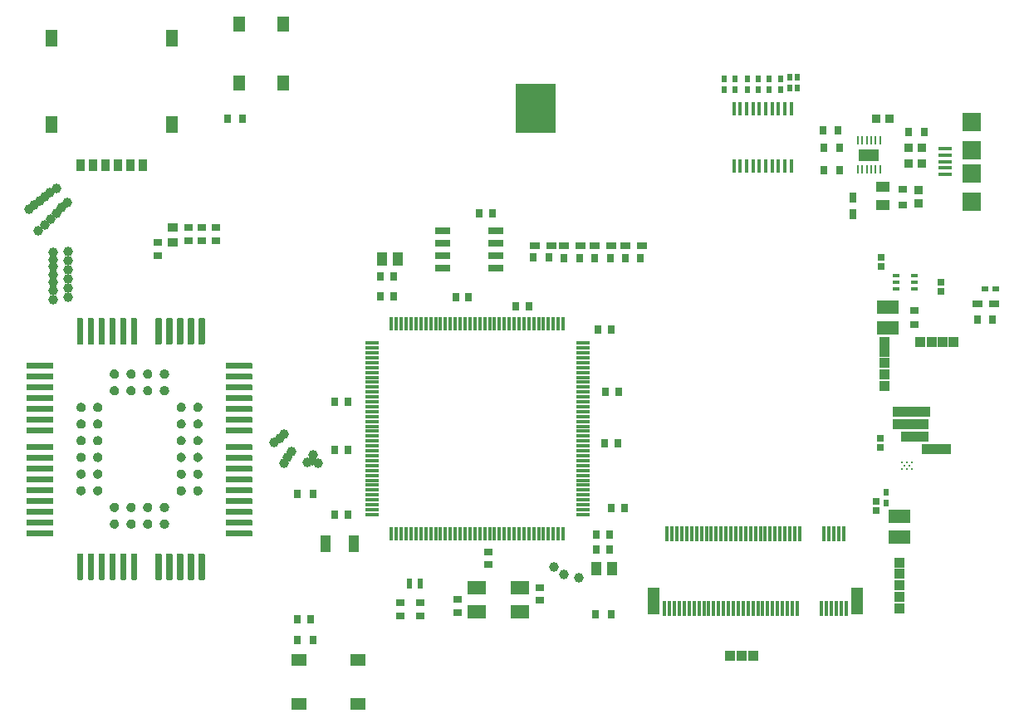
<source format=gtp>
%FSTAX43Y43*%
%MOMM*%
%SFA1B1*%

%IPPOS*%
%ADD18R,0.799998X0.949998*%
%ADD19R,1.527997X0.649999*%
%ADD20R,0.999998X0.799998*%
%ADD21R,0.299999X1.549997*%
%ADD22R,1.199998X2.749995*%
%ADD23R,1.474997X0.299999*%
%ADD24R,0.299999X1.474997*%
%ADD25R,0.999998X0.999998*%
%ADD26R,0.999998X0.999998*%
%ADD27C,0.999998*%
%ADD28R,2.199996X1.349997*%
%ADD29R,0.799998X0.349999*%
%ADD30R,0.719999X0.689999*%
%ADD31R,0.899998X0.649999*%
%ADD32R,0.599999X0.749999*%
%ADD33R,1.499997X1.299997*%
%ADD34R,0.799998X0.939998*%
%ADD35C,0.250000*%
%ADD36R,0.809998X0.939998*%
%ADD37R,1.399997X0.999998*%
%ADD38R,0.949998X0.799998*%
%ADD39R,1.349997X0.399999*%
%ADD40R,1.899996X1.899996*%
%ADD41R,0.939998X0.799998*%
%ADD42R,0.979998X0.859998*%
%ADD43R,0.449999X1.474997*%
%ADD44R,1.299997X1.799996*%
%ADD45R,0.899998X1.199998*%
%ADD46R,1.299997X1.499997*%
%ADD47R,0.649999X0.899998*%
%ADD48R,0.939998X0.809998*%
%ADD49R,0.799998X0.999998*%
%ADD50R,2.119996X1.309997*%
%ADD51R,0.250000X0.899998*%
%ADD52R,1.019998X1.469997*%
%ADD53R,1.019998X1.819996*%
%ADD54R,1.899996X1.399997*%
%ADD55R,0.749999X0.599999*%
%ADD56R,0.499999X0.999998*%
%LNshm_pcb-1*%
%LPD*%
G36*
X0026091Y0028299D02*
X0026098Y0028298D01*
X0026105Y0028296*
X0026112Y0028293*
X0026118Y0028291*
X0026125Y0028288*
X0026131Y0028285*
X0026149Y0028273*
X0026154Y0028268*
X002616Y0028264*
X0026165Y0028259*
X0026169Y0028253*
X0026174Y0028248*
X0026178Y0028242*
X0026182Y0028236*
X0026185Y002823*
X0026188Y0028224*
X0026194Y002821*
X0026196Y0028204*
X0026197Y0028197*
X0026199Y002819*
X00262Y0028182*
Y0027782*
X0026199Y0027774*
X0026197Y0027767*
X0026196Y002776*
X0026194Y0027754*
X0026188Y002774*
X0026185Y0027734*
X0026182Y0027728*
X0026178Y0027722*
X0026174Y0027716*
X0026169Y0027711*
X0026165Y0027705*
X002616Y00277*
X0026154Y0027696*
X0026149Y0027691*
X0026143Y0027687*
X0026131Y0027679*
X0026125Y0027676*
X0026118Y0027673*
X0026112Y0027671*
X0026105Y0027668*
X0026098Y0027666*
X0026084Y0027664*
X0026077Y0027663*
X002607Y0027662*
X0026063*
X0026056Y0027663*
X0023644*
X0023637Y0027662*
X002363*
X0023623Y0027663*
X0023616Y0027664*
X0023602Y0027666*
X0023595Y0027668*
X0023588Y0027671*
X0023582Y0027673*
X0023575Y0027676*
X0023569Y0027679*
X0023557Y0027687*
X0023551Y0027691*
X0023546Y0027696*
X002354Y00277*
X0023535Y0027705*
X0023531Y0027711*
X0023526Y0027716*
X0023522Y0027722*
X0023518Y0027728*
X0023515Y0027734*
X0023512Y002774*
X0023506Y0027754*
X0023504Y002776*
X0023503Y0027767*
X0023501Y0027774*
X00235Y0027782*
Y0028182*
X0023501Y002819*
X0023503Y0028197*
X0023504Y0028204*
X0023506Y002821*
X0023512Y0028224*
X0023515Y002823*
X0023518Y0028236*
X0023522Y0028242*
X0023526Y0028248*
X0023531Y0028253*
X0023535Y0028259*
X002354Y0028264*
X0023546Y0028268*
X0023551Y0028273*
X0023569Y0028285*
X0023575Y0028288*
X0023582Y0028291*
X0023588Y0028293*
X0023595Y0028296*
X0023602Y0028298*
X0023609Y0028299*
X002363Y0028302*
X0023637*
X0023644Y0028301*
X0026056*
X0026063Y0028302*
X002607*
X0026091Y0028299*
G37*
G36*
X0005791D02*
X0005798Y0028298D01*
X0005805Y0028296*
X0005812Y0028293*
X0005818Y0028291*
X0005825Y0028288*
X0005831Y0028285*
X0005849Y0028273*
X0005854Y0028268*
X000586Y0028264*
X0005865Y0028259*
X0005869Y0028253*
X0005874Y0028248*
X0005878Y0028242*
X0005882Y0028236*
X0005885Y002823*
X0005888Y0028224*
X0005894Y002821*
X0005896Y0028204*
X0005897Y0028197*
X0005899Y002819*
X00059Y0028182*
Y0027782*
X0005899Y0027774*
X0005897Y0027767*
X0005896Y002776*
X0005894Y0027754*
X0005888Y002774*
X0005885Y0027734*
X0005882Y0027728*
X0005878Y0027722*
X0005874Y0027716*
X0005869Y0027711*
X0005865Y0027705*
X000586Y00277*
X0005854Y0027696*
X0005849Y0027691*
X0005843Y0027687*
X0005831Y0027679*
X0005825Y0027676*
X0005818Y0027673*
X0005812Y0027671*
X0005805Y0027668*
X0005798Y0027666*
X0005784Y0027664*
X0005777Y0027663*
X000577Y0027662*
X0005763*
X0005756Y0027663*
X0003344*
X0003337Y0027662*
X000333*
X0003323Y0027663*
X0003316Y0027664*
X0003302Y0027666*
X0003295Y0027668*
X0003288Y0027671*
X0003282Y0027673*
X0003275Y0027676*
X0003269Y0027679*
X0003257Y0027687*
X0003251Y0027691*
X0003246Y0027696*
X000324Y00277*
X0003235Y0027705*
X0003231Y0027711*
X0003226Y0027716*
X0003222Y0027722*
X0003218Y0027728*
X0003215Y0027734*
X0003212Y002774*
X0003206Y0027754*
X0003204Y002776*
X0003203Y0027767*
X0003201Y0027774*
X00032Y0027782*
Y0028182*
X0003201Y002819*
X0003203Y0028197*
X0003204Y0028204*
X0003206Y002821*
X0003212Y0028224*
X0003215Y002823*
X0003218Y0028236*
X0003222Y0028242*
X0003226Y0028248*
X0003231Y0028253*
X0003235Y0028259*
X000324Y0028264*
X0003246Y0028268*
X0003251Y0028273*
X0003269Y0028285*
X0003275Y0028288*
X0003282Y0028291*
X0003288Y0028293*
X0003295Y0028296*
X0003302Y0028298*
X0003309Y0028299*
X000333Y0028302*
X0003337*
X0003344Y0028301*
X0005756*
X0005763Y0028302*
X000577*
X0005791Y0028299*
G37*
G36*
X0020675Y0028503D02*
X0020699Y0028501D01*
X0020724Y0028498*
X0020748Y0028494*
X0020772Y0028488*
X0020796Y0028481*
X0020819Y0028473*
X0020842Y0028463*
X0020864Y0028453*
X0020886Y0028441*
X0020907Y0028428*
X0020927Y0028414*
X0020947Y0028399*
X0020966Y0028383*
X0020984Y0028366*
X0021001Y0028348*
X0021017Y0028329*
X0021032Y0028309*
X0021046Y0028289*
X0021059Y0028268*
X0021071Y0028246*
X0021082Y0028224*
X0021091Y0028201*
X0021099Y0028178*
X0021106Y0028154*
X0021112Y002813*
X0021116Y0028106*
X0021119Y0028081*
X0021121Y0028057*
X0021122Y0028032*
X0021121Y0028007*
X0021119Y0027983*
X0021116Y0027958*
X0021112Y0027934*
X0021106Y002791*
X0021099Y0027886*
X0021091Y0027863*
X0021082Y002784*
X0021071Y0027818*
X0021059Y0027796*
X0021046Y0027775*
X0021032Y0027755*
X0021017Y0027735*
X0021001Y0027716*
X0020984Y0027698*
X0020966Y0027681*
X0020947Y0027665*
X0020927Y002765*
X0020907Y0027636*
X0020886Y0027623*
X0020864Y0027611*
X0020842Y0027601*
X0020819Y0027591*
X0020796Y0027583*
X0020772Y0027576*
X0020748Y002757*
X0020724Y0027566*
X0020699Y0027563*
X0020675Y0027561*
X002065Y002756*
X0020629*
X0020604Y0027562*
X002058Y0027565*
X0020556Y0027569*
X0020532Y0027574*
X0020508Y002758*
X0020485Y0027588*
X0020463Y0027597*
X002044Y0027607*
X0020419Y0027619*
X0020398Y0027631*
X0020377Y0027644*
X0020357Y0027659*
X0020339Y0027675*
X0020321Y0027691*
X0020303Y0027708*
X0020287Y0027727*
X0020272Y0027746*
X0020258Y0027766*
X0020245Y0027786*
X0020233Y0027808*
X0020222Y002783*
X0020212Y0027852*
X0020203Y0027875*
X0020196Y0027898*
X002019Y0027922*
X0020185Y0027946*
X0020181Y002797*
X0020179Y0027994*
X0020178Y0028022*
X002065*
Y0028032*
X0020178*
X0020179Y0028057*
X0020181Y0028081*
X0020184Y0028106*
X0020188Y002813*
X0020194Y0028154*
X0020201Y0028178*
X0020209Y0028201*
X0020219Y0028224*
X0020229Y0028246*
X0020241Y0028268*
X0020254Y0028289*
X0020268Y0028309*
X0020283Y0028329*
X0020299Y0028348*
X0020316Y0028366*
X0020334Y0028383*
X0020353Y0028399*
X0020373Y0028414*
X0020393Y0028428*
X0020414Y0028441*
X0020436Y0028453*
X0020458Y0028463*
X0020481Y0028473*
X0020504Y0028481*
X0020528Y0028488*
X0020552Y0028494*
X0020576Y0028498*
X0020601Y0028501*
X0020625Y0028503*
X002065Y0028504*
X0020675Y0028503*
G37*
G36*
X0018975D02*
X0018999Y0028501D01*
X0019024Y0028498*
X0019048Y0028494*
X0019072Y0028488*
X0019096Y0028481*
X0019119Y0028473*
X0019142Y0028463*
X0019164Y0028453*
X0019186Y0028441*
X0019207Y0028428*
X0019227Y0028414*
X0019247Y0028399*
X0019266Y0028383*
X0019284Y0028366*
X0019301Y0028348*
X0019317Y0028329*
X0019332Y0028309*
X0019346Y0028289*
X0019359Y0028268*
X0019371Y0028246*
X0019381Y0028224*
X0019391Y0028201*
X0019399Y0028178*
X0019406Y0028154*
X0019412Y002813*
X0019416Y0028106*
X0019419Y0028081*
X0019421Y0028057*
X0019422Y0028032*
X0019421Y0028007*
X0019419Y0027983*
X0019416Y0027958*
X0019412Y0027934*
X0019406Y002791*
X0019399Y0027886*
X0019391Y0027863*
X0019381Y002784*
X0019371Y0027818*
X0019359Y0027796*
X0019346Y0027775*
X0019332Y0027755*
X0019317Y0027735*
X0019301Y0027716*
X0019284Y0027698*
X0019266Y0027681*
X0019247Y0027665*
X0019227Y002765*
X0019207Y0027636*
X0019186Y0027623*
X0019164Y0027611*
X0019142Y0027601*
X0019119Y0027591*
X0019096Y0027583*
X0019072Y0027576*
X0019048Y002757*
X0019024Y0027566*
X0018999Y0027563*
X0018975Y0027561*
X001895Y002756*
X0018929*
X0018904Y0027562*
X001888Y0027565*
X0018856Y0027569*
X0018832Y0027574*
X0018808Y002758*
X0018785Y0027588*
X0018763Y0027597*
X001874Y0027607*
X0018719Y0027619*
X0018698Y0027631*
X0018677Y0027644*
X0018657Y0027659*
X0018639Y0027675*
X0018621Y0027691*
X0018603Y0027708*
X0018587Y0027727*
X0018572Y0027746*
X0018558Y0027766*
X0018545Y0027786*
X0018533Y0027808*
X0018522Y002783*
X0018512Y0027852*
X0018503Y0027875*
X0018496Y0027898*
X001849Y0027922*
X0018485Y0027946*
X0018481Y002797*
X0018479Y0027994*
X0018478Y0028022*
X001895*
Y0028032*
X0018478*
X0018479Y0028057*
X0018481Y0028081*
X0018484Y0028106*
X0018488Y002813*
X0018494Y0028154*
X0018501Y0028178*
X0018509Y0028201*
X0018519Y0028224*
X0018529Y0028246*
X0018542Y0028268*
X0018554Y0028289*
X0018568Y0028309*
X0018583Y0028329*
X0018599Y0028348*
X0018616Y0028366*
X0018634Y0028383*
X0018653Y0028399*
X0018673Y0028414*
X0018693Y0028428*
X0018714Y0028441*
X0018736Y0028453*
X0018758Y0028463*
X0018781Y0028473*
X0018804Y0028481*
X0018828Y0028488*
X0018852Y0028494*
X0018876Y0028498*
X0018901Y0028501*
X0018925Y0028503*
X001895Y0028504*
X0018975Y0028503*
G37*
G36*
X0010475D02*
X0010499Y0028501D01*
X0010524Y0028498*
X0010548Y0028494*
X0010572Y0028488*
X0010596Y0028481*
X0010619Y0028473*
X0010642Y0028463*
X0010664Y0028453*
X0010686Y0028441*
X0010707Y0028428*
X0010727Y0028414*
X0010747Y0028399*
X0010766Y0028383*
X0010784Y0028366*
X0010801Y0028348*
X0010817Y0028329*
X0010832Y0028309*
X0010846Y0028289*
X0010859Y0028268*
X0010871Y0028246*
X0010881Y0028224*
X0010891Y0028201*
X0010899Y0028178*
X0010906Y0028154*
X0010912Y002813*
X0010916Y0028106*
X0010919Y0028081*
X0010922Y0028057*
X0010922Y0028032*
X0010922Y0028007*
X0010919Y0027983*
X0010916Y0027958*
X0010912Y0027934*
X0010906Y002791*
X0010899Y0027886*
X0010891Y0027863*
X0010881Y002784*
X0010871Y0027818*
X0010859Y0027796*
X0010846Y0027775*
X0010832Y0027755*
X0010817Y0027735*
X0010801Y0027716*
X0010784Y0027698*
X0010766Y0027681*
X0010747Y0027665*
X0010727Y002765*
X0010707Y0027636*
X0010686Y0027623*
X0010664Y0027611*
X0010642Y0027601*
X0010619Y0027591*
X0010596Y0027583*
X0010572Y0027576*
X0010548Y002757*
X0010524Y0027566*
X0010499Y0027563*
X0010475Y0027561*
X001045Y002756*
X0010429*
X0010404Y0027562*
X001038Y0027565*
X0010356Y0027569*
X0010332Y0027574*
X0010308Y002758*
X0010285Y0027588*
X0010263Y0027597*
X001024Y0027607*
X0010219Y0027619*
X0010198Y0027631*
X0010177Y0027644*
X0010157Y0027659*
X0010139Y0027675*
X0010121Y0027691*
X0010103Y0027708*
X0010087Y0027727*
X0010072Y0027746*
X0010058Y0027766*
X0010045Y0027786*
X0010033Y0027808*
X0010022Y002783*
X0010012Y0027852*
X0010003Y0027875*
X0009996Y0027898*
X000999Y0027922*
X0009985Y0027946*
X0009981Y002797*
X0009979Y0027994*
X0009978Y0028022*
X001045*
Y0028032*
X0009978*
X0009979Y0028057*
X0009981Y0028081*
X0009984Y0028106*
X0009988Y002813*
X0009994Y0028154*
X0010001Y0028178*
X0010009Y0028201*
X0010019Y0028224*
X0010029Y0028246*
X0010041Y0028268*
X0010054Y0028289*
X0010068Y0028309*
X0010083Y0028329*
X0010099Y0028348*
X0010116Y0028366*
X0010134Y0028383*
X0010153Y0028399*
X0010173Y0028414*
X0010193Y0028428*
X0010214Y0028441*
X0010236Y0028453*
X0010258Y0028463*
X0010281Y0028473*
X0010304Y0028481*
X0010328Y0028488*
X0010352Y0028494*
X0010376Y0028498*
X0010401Y0028501*
X0010425Y0028503*
X001045Y0028504*
X0010475Y0028503*
G37*
G36*
X0008775D02*
X0008799Y0028501D01*
X0008824Y0028498*
X0008848Y0028494*
X0008872Y0028488*
X0008896Y0028481*
X0008919Y0028473*
X0008942Y0028463*
X0008964Y0028453*
X0008986Y0028441*
X0009007Y0028428*
X0009027Y0028414*
X0009047Y0028399*
X0009066Y0028383*
X0009084Y0028366*
X0009101Y0028348*
X0009117Y0028329*
X0009132Y0028309*
X0009146Y0028289*
X0009159Y0028268*
X0009171Y0028246*
X0009181Y0028224*
X0009191Y0028201*
X0009199Y0028178*
X0009206Y0028154*
X0009212Y002813*
X0009216Y0028106*
X0009219Y0028081*
X0009221Y0028057*
X0009222Y0028032*
X0009221Y0028007*
X0009219Y0027983*
X0009216Y0027958*
X0009212Y0027934*
X0009206Y002791*
X0009199Y0027886*
X0009191Y0027863*
X0009181Y002784*
X0009171Y0027818*
X0009159Y0027796*
X0009146Y0027775*
X0009132Y0027755*
X0009117Y0027735*
X0009101Y0027716*
X0009084Y0027698*
X0009066Y0027681*
X0009047Y0027665*
X0009027Y002765*
X0009007Y0027636*
X0008986Y0027623*
X0008964Y0027611*
X0008942Y0027601*
X0008919Y0027591*
X0008896Y0027583*
X0008872Y0027576*
X0008848Y002757*
X0008824Y0027566*
X0008799Y0027563*
X0008775Y0027561*
X000875Y002756*
X0008729*
X0008704Y0027562*
X000868Y0027565*
X0008656Y0027569*
X0008632Y0027574*
X0008608Y002758*
X0008585Y0027588*
X0008563Y0027597*
X000854Y0027607*
X0008519Y0027619*
X0008498Y0027631*
X0008477Y0027644*
X0008457Y0027659*
X0008439Y0027675*
X0008421Y0027691*
X0008403Y0027708*
X0008387Y0027727*
X0008372Y0027746*
X0008358Y0027766*
X0008345Y0027786*
X0008333Y0027808*
X0008322Y002783*
X0008312Y0027852*
X0008303Y0027875*
X0008296Y0027898*
X000829Y0027922*
X0008285Y0027946*
X0008281Y002797*
X0008279Y0027994*
X0008278Y0028022*
X000875*
Y0028032*
X0008278*
X0008279Y0028057*
X0008281Y0028081*
X0008284Y0028106*
X0008288Y002813*
X0008294Y0028154*
X0008301Y0028178*
X0008309Y0028201*
X0008319Y0028224*
X0008329Y0028246*
X0008341Y0028268*
X0008354Y0028289*
X0008368Y0028309*
X0008383Y0028329*
X0008399Y0028348*
X0008416Y0028366*
X0008434Y0028383*
X0008453Y0028399*
X0008473Y0028414*
X0008493Y0028428*
X0008514Y0028441*
X0008536Y0028453*
X0008558Y0028463*
X0008581Y0028473*
X0008604Y0028481*
X0008628Y0028488*
X0008652Y0028494*
X0008676Y0028498*
X0008701Y0028501*
X0008725Y0028503*
X000875Y0028504*
X0008775Y0028503*
G37*
G36*
X0026084Y00272D02*
X0026091Y0027199D01*
X0026098Y0027198*
X0026105Y0027196*
X0026112Y0027193*
X0026118Y0027191*
X0026125Y0027188*
X0026131Y0027185*
X0026149Y0027173*
X0026154Y0027168*
X002616Y0027164*
X0026165Y0027159*
X0026169Y0027153*
X0026174Y0027148*
X0026178Y0027142*
X0026182Y0027136*
X0026185Y002713*
X0026188Y0027124*
X0026194Y002711*
X0026196Y0027104*
X0026197Y0027097*
X0026199Y002709*
X00262Y0027082*
Y0026682*
X0026199Y0026674*
X0026197Y0026667*
X0026196Y002666*
X0026194Y0026654*
X0026188Y002664*
X0026185Y0026634*
X0026182Y0026628*
X0026178Y0026622*
X0026174Y0026616*
X0026169Y0026611*
X0026165Y0026605*
X002616Y00266*
X0026154Y0026596*
X0026149Y0026591*
X0026143Y0026587*
X0026131Y0026579*
X0026125Y0026576*
X0026118Y0026573*
X0026112Y0026571*
X0026105Y0026568*
X0026098Y0026566*
X0026091Y0026565*
X0026084Y0026564*
X002607Y0026562*
X0026063*
X0026056Y0026563*
X0023644*
X0023637Y0026562*
X002363*
X0023616Y0026564*
X0023609Y0026565*
X0023602Y0026566*
X0023595Y0026568*
X0023588Y0026571*
X0023582Y0026573*
X0023575Y0026576*
X0023569Y0026579*
X0023557Y0026587*
X0023551Y0026591*
X0023546Y0026596*
X002354Y00266*
X0023535Y0026605*
X0023531Y0026611*
X0023526Y0026616*
X0023522Y0026622*
X0023518Y0026628*
X0023515Y0026634*
X0023512Y002664*
X0023506Y0026654*
X0023504Y002666*
X0023503Y0026667*
X0023501Y0026674*
X00235Y0026682*
Y0027082*
X0023501Y002709*
X0023503Y0027097*
X0023504Y0027104*
X0023506Y002711*
X0023512Y0027124*
X0023515Y002713*
X0023518Y0027136*
X0023522Y0027142*
X0023526Y0027148*
X0023531Y0027153*
X0023535Y0027159*
X002354Y0027164*
X0023546Y0027168*
X0023551Y0027173*
X0023569Y0027185*
X0023575Y0027188*
X0023582Y0027191*
X0023588Y0027193*
X0023595Y0027196*
X0023602Y0027198*
X0023609Y0027199*
X0023616Y00272*
X002363Y0027202*
X0023637*
X0023644Y0027201*
X0026056*
X0026063Y0027202*
X002607*
X0026084Y00272*
G37*
G36*
X0005784D02*
X0005791Y0027199D01*
X0005798Y0027198*
X0005805Y0027196*
X0005812Y0027193*
X0005818Y0027191*
X0005825Y0027188*
X0005831Y0027185*
X0005849Y0027173*
X0005854Y0027168*
X000586Y0027164*
X0005865Y0027159*
X0005869Y0027153*
X0005874Y0027148*
X0005878Y0027142*
X0005882Y0027136*
X0005885Y002713*
X0005888Y0027124*
X0005894Y002711*
X0005896Y0027104*
X0005897Y0027097*
X0005899Y002709*
X00059Y0027082*
Y0026682*
X0005899Y0026674*
X0005897Y0026667*
X0005896Y002666*
X0005894Y0026654*
X0005888Y002664*
X0005885Y0026634*
X0005882Y0026628*
X0005878Y0026622*
X0005874Y0026616*
X0005869Y0026611*
X0005865Y0026605*
X000586Y00266*
X0005854Y0026596*
X0005849Y0026591*
X0005843Y0026587*
X0005831Y0026579*
X0005825Y0026576*
X0005818Y0026573*
X0005812Y0026571*
X0005805Y0026568*
X0005798Y0026566*
X0005791Y0026565*
X0005784Y0026564*
X000577Y0026562*
X0005763*
X0005756Y0026563*
X0003344*
X0003337Y0026562*
X000333*
X0003316Y0026564*
X0003309Y0026565*
X0003302Y0026566*
X0003295Y0026568*
X0003288Y0026571*
X0003282Y0026573*
X0003275Y0026576*
X0003269Y0026579*
X0003257Y0026587*
X0003251Y0026591*
X0003246Y0026596*
X000324Y00266*
X0003235Y0026605*
X0003231Y0026611*
X0003226Y0026616*
X0003222Y0026622*
X0003218Y0026628*
X0003215Y0026634*
X0003212Y002664*
X0003206Y0026654*
X0003204Y002666*
X0003203Y0026667*
X0003201Y0026674*
X00032Y0026682*
Y0027082*
X0003201Y002709*
X0003203Y0027097*
X0003204Y0027104*
X0003206Y002711*
X0003212Y0027124*
X0003215Y002713*
X0003218Y0027136*
X0003222Y0027142*
X0003226Y0027148*
X0003231Y0027153*
X0003235Y0027159*
X000324Y0027164*
X0003246Y0027168*
X0003251Y0027173*
X0003269Y0027185*
X0003275Y0027188*
X0003282Y0027191*
X0003288Y0027193*
X0003295Y0027196*
X0003302Y0027198*
X0003309Y0027199*
X0003316Y00272*
X000333Y0027202*
X0003337*
X0003344Y0027201*
X0005756*
X0005763Y0027202*
X000577*
X0005784Y00272*
G37*
G36*
X0026084Y00261D02*
X0026091Y0026099D01*
X0026098Y0026098*
X0026105Y0026096*
X0026112Y0026093*
X0026118Y0026091*
X0026125Y0026088*
X0026131Y0026085*
X0026149Y0026073*
X0026154Y0026068*
X002616Y0026064*
X0026165Y0026059*
X0026169Y0026053*
X0026174Y0026048*
X0026178Y0026042*
X0026182Y0026036*
X0026185Y002603*
X0026188Y0026024*
X0026194Y002601*
X0026196Y0026004*
X0026197Y0025997*
X0026199Y002599*
X00262Y0025982*
Y0025582*
X0026199Y0025574*
X0026197Y0025567*
X0026196Y002556*
X0026194Y0025554*
X0026188Y002554*
X0026185Y0025534*
X0026182Y0025528*
X0026178Y0025522*
X0026174Y0025516*
X0026169Y0025511*
X0026165Y0025505*
X002616Y00255*
X0026154Y0025496*
X0026149Y0025491*
X0026131Y0025479*
X0026125Y0025476*
X0026118Y0025473*
X0026112Y0025471*
X0026105Y0025468*
X0026098Y0025466*
X0026091Y0025465*
X0026084Y0025464*
X002607Y0025462*
X0026063*
X0026056Y0025463*
X0023644*
X0023637Y0025462*
X002363*
X0023616Y0025464*
X0023609Y0025465*
X0023602Y0025466*
X0023595Y0025468*
X0023588Y0025471*
X0023582Y0025473*
X0023575Y0025476*
X0023569Y0025479*
X0023551Y0025491*
X0023546Y0025496*
X002354Y00255*
X0023535Y0025505*
X0023531Y0025511*
X0023526Y0025516*
X0023522Y0025522*
X0023518Y0025528*
X0023515Y0025534*
X0023512Y002554*
X0023506Y0025554*
X0023504Y002556*
X0023503Y0025567*
X0023501Y0025574*
X00235Y0025582*
Y0025982*
X0023501Y002599*
X0023503Y0025997*
X0023504Y0026004*
X0023506Y002601*
X0023512Y0026024*
X0023515Y002603*
X0023518Y0026036*
X0023522Y0026042*
X0023526Y0026048*
X0023531Y0026053*
X0023535Y0026059*
X002354Y0026064*
X0023546Y0026068*
X0023551Y0026073*
X0023569Y0026085*
X0023575Y0026088*
X0023582Y0026091*
X0023588Y0026093*
X0023595Y0026096*
X0023602Y0026098*
X0023609Y0026099*
X0023616Y00261*
X002363Y0026102*
X0023637*
X0023644Y0026101*
X0026056*
X0026063Y0026102*
X002607*
X0026084Y00261*
G37*
G36*
X0005784D02*
X0005791Y0026099D01*
X0005798Y0026098*
X0005805Y0026096*
X0005812Y0026093*
X0005818Y0026091*
X0005825Y0026088*
X0005831Y0026085*
X0005849Y0026073*
X0005854Y0026068*
X000586Y0026064*
X0005865Y0026059*
X0005869Y0026053*
X0005874Y0026048*
X0005878Y0026042*
X0005882Y0026036*
X0005885Y002603*
X0005888Y0026024*
X0005894Y002601*
X0005896Y0026004*
X0005897Y0025997*
X0005899Y002599*
X00059Y0025982*
Y0025582*
X0005899Y0025574*
X0005897Y0025567*
X0005896Y002556*
X0005894Y0025554*
X0005888Y002554*
X0005885Y0025534*
X0005882Y0025528*
X0005878Y0025522*
X0005874Y0025516*
X0005869Y0025511*
X0005865Y0025505*
X000586Y00255*
X0005854Y0025496*
X0005849Y0025491*
X0005831Y0025479*
X0005825Y0025476*
X0005818Y0025473*
X0005812Y0025471*
X0005805Y0025468*
X0005798Y0025466*
X0005791Y0025465*
X0005784Y0025464*
X000577Y0025462*
X0005763*
X0005756Y0025463*
X0003344*
X0003337Y0025462*
X000333*
X0003316Y0025464*
X0003309Y0025465*
X0003302Y0025466*
X0003295Y0025468*
X0003288Y0025471*
X0003282Y0025473*
X0003275Y0025476*
X0003269Y0025479*
X0003251Y0025491*
X0003246Y0025496*
X000324Y00255*
X0003235Y0025505*
X0003231Y0025511*
X0003226Y0025516*
X0003222Y0025522*
X0003218Y0025528*
X0003215Y0025534*
X0003212Y002554*
X0003206Y0025554*
X0003204Y002556*
X0003203Y0025567*
X0003201Y0025574*
X00032Y0025582*
Y0025982*
X0003201Y002599*
X0003203Y0025997*
X0003204Y0026004*
X0003206Y002601*
X0003212Y0026024*
X0003215Y002603*
X0003218Y0026036*
X0003222Y0026042*
X0003226Y0026048*
X0003231Y0026053*
X0003235Y0026059*
X000324Y0026064*
X0003246Y0026068*
X0003251Y0026073*
X0003269Y0026085*
X0003275Y0026088*
X0003282Y0026091*
X0003288Y0026093*
X0003295Y0026096*
X0003302Y0026098*
X0003309Y0026099*
X0003316Y00261*
X000333Y0026102*
X0003337*
X0003344Y0026101*
X0005756*
X0005763Y0026102*
X000577*
X0005784Y00261*
G37*
G36*
X0020675Y0026803D02*
X0020699Y0026801D01*
X0020724Y0026798*
X0020748Y0026794*
X0020772Y0026788*
X0020796Y0026781*
X0020819Y0026773*
X0020842Y0026763*
X0020864Y0026753*
X0020886Y0026741*
X0020907Y0026728*
X0020927Y0026714*
X0020947Y0026699*
X0020966Y0026683*
X0020984Y0026666*
X0021001Y0026648*
X0021017Y0026629*
X0021032Y0026609*
X0021046Y0026589*
X0021059Y0026568*
X0021071Y0026546*
X0021082Y0026524*
X0021091Y0026501*
X0021099Y0026478*
X0021106Y0026454*
X0021112Y002643*
X0021116Y0026406*
X0021119Y0026381*
X0021121Y0026357*
X0021122Y0026332*
X0021121Y0026307*
X0021119Y0026283*
X0021116Y0026258*
X0021112Y0026234*
X0021106Y002621*
X0021099Y0026186*
X0021091Y0026163*
X0021082Y002614*
X0021071Y0026118*
X0021059Y0026096*
X0021046Y0026075*
X0021032Y0026055*
X0021017Y0026035*
X0021001Y0026016*
X0020984Y0025998*
X0020966Y0025981*
X0020947Y0025965*
X0020927Y002595*
X0020907Y0025936*
X0020886Y0025923*
X0020864Y0025911*
X0020842Y0025901*
X0020819Y0025891*
X0020796Y0025883*
X0020772Y0025876*
X0020748Y002587*
X0020724Y0025866*
X0020699Y0025863*
X0020675Y0025861*
X002065Y002586*
X0020629*
X0020604Y0025862*
X002058Y0025865*
X0020556Y0025869*
X0020532Y0025874*
X0020508Y002588*
X0020485Y0025888*
X0020463Y0025897*
X002044Y0025908*
X0020419Y0025919*
X0020398Y0025931*
X0020377Y0025944*
X0020357Y0025959*
X0020339Y0025975*
X0020321Y0025991*
X0020303Y0026008*
X0020287Y0026027*
X0020272Y0026046*
X0020258Y0026066*
X0020245Y0026086*
X0020233Y0026108*
X0020222Y002613*
X0020212Y0026152*
X0020203Y0026175*
X0020196Y0026198*
X002019Y0026222*
X0020185Y0026246*
X0020181Y002627*
X0020179Y0026294*
X0020178Y0026322*
X002065*
Y0026332*
X0020178*
X0020179Y0026357*
X0020181Y0026381*
X0020184Y0026406*
X0020188Y002643*
X0020194Y0026454*
X0020201Y0026478*
X0020209Y0026501*
X0020219Y0026524*
X0020229Y0026546*
X0020241Y0026568*
X0020254Y0026589*
X0020268Y0026609*
X0020283Y0026629*
X0020299Y0026648*
X0020316Y0026666*
X0020334Y0026683*
X0020353Y0026699*
X0020373Y0026714*
X0020393Y0026728*
X0020414Y0026741*
X0020436Y0026753*
X0020458Y0026763*
X0020481Y0026773*
X0020504Y0026781*
X0020528Y0026788*
X0020552Y0026794*
X0020576Y0026798*
X0020601Y0026801*
X0020625Y0026803*
X002065Y0026804*
X0020675Y0026803*
G37*
G36*
X0018975D02*
X0018999Y0026801D01*
X0019024Y0026798*
X0019048Y0026794*
X0019072Y0026788*
X0019096Y0026781*
X0019119Y0026773*
X0019142Y0026763*
X0019164Y0026753*
X0019186Y0026741*
X0019207Y0026728*
X0019227Y0026714*
X0019247Y0026699*
X0019266Y0026683*
X0019284Y0026666*
X0019301Y0026648*
X0019317Y0026629*
X0019332Y0026609*
X0019346Y0026589*
X0019359Y0026568*
X0019371Y0026546*
X0019381Y0026524*
X0019391Y0026501*
X0019399Y0026478*
X0019406Y0026454*
X0019412Y002643*
X0019416Y0026406*
X0019419Y0026381*
X0019421Y0026357*
X0019422Y0026332*
X0019421Y0026307*
X0019419Y0026283*
X0019416Y0026258*
X0019412Y0026234*
X0019406Y002621*
X0019399Y0026186*
X0019391Y0026163*
X0019381Y002614*
X0019371Y0026118*
X0019359Y0026096*
X0019346Y0026075*
X0019332Y0026055*
X0019317Y0026035*
X0019301Y0026016*
X0019284Y0025998*
X0019266Y0025981*
X0019247Y0025965*
X0019227Y002595*
X0019207Y0025936*
X0019186Y0025923*
X0019164Y0025911*
X0019142Y0025901*
X0019119Y0025891*
X0019096Y0025883*
X0019072Y0025876*
X0019048Y002587*
X0019024Y0025866*
X0018999Y0025863*
X0018975Y0025861*
X001895Y002586*
X0018929*
X0018904Y0025862*
X001888Y0025865*
X0018856Y0025869*
X0018832Y0025874*
X0018808Y002588*
X0018785Y0025888*
X0018763Y0025897*
X001874Y0025908*
X0018719Y0025919*
X0018698Y0025931*
X0018677Y0025944*
X0018657Y0025959*
X0018639Y0025975*
X0018621Y0025991*
X0018603Y0026008*
X0018587Y0026027*
X0018572Y0026046*
X0018558Y0026066*
X0018545Y0026086*
X0018533Y0026108*
X0018522Y002613*
X0018512Y0026152*
X0018503Y0026175*
X0018496Y0026198*
X001849Y0026222*
X0018485Y0026246*
X0018481Y002627*
X0018479Y0026294*
X0018478Y0026322*
X001895*
Y0026332*
X0018478*
X0018479Y0026357*
X0018481Y0026381*
X0018484Y0026406*
X0018488Y002643*
X0018494Y0026454*
X0018501Y0026478*
X0018509Y0026501*
X0018519Y0026524*
X0018529Y0026546*
X0018542Y0026568*
X0018554Y0026589*
X0018568Y0026609*
X0018583Y0026629*
X0018599Y0026648*
X0018616Y0026666*
X0018634Y0026683*
X0018653Y0026699*
X0018673Y0026714*
X0018693Y0026728*
X0018714Y0026741*
X0018736Y0026753*
X0018758Y0026763*
X0018781Y0026773*
X0018804Y0026781*
X0018828Y0026788*
X0018852Y0026794*
X0018876Y0026798*
X0018901Y0026801*
X0018925Y0026803*
X001895Y0026804*
X0018975Y0026803*
G37*
G36*
X0010475D02*
X0010499Y0026801D01*
X0010524Y0026798*
X0010548Y0026794*
X0010572Y0026788*
X0010596Y0026781*
X0010619Y0026773*
X0010642Y0026763*
X0010664Y0026753*
X0010686Y0026741*
X0010707Y0026728*
X0010727Y0026714*
X0010747Y0026699*
X0010766Y0026683*
X0010784Y0026666*
X0010801Y0026648*
X0010817Y0026629*
X0010832Y0026609*
X0010846Y0026589*
X0010859Y0026568*
X0010871Y0026546*
X0010881Y0026524*
X0010891Y0026501*
X0010899Y0026478*
X0010906Y0026454*
X0010912Y002643*
X0010916Y0026406*
X0010919Y0026381*
X0010922Y0026357*
X0010922Y0026332*
X0010922Y0026307*
X0010919Y0026283*
X0010916Y0026258*
X0010912Y0026234*
X0010906Y002621*
X0010899Y0026186*
X0010891Y0026163*
X0010881Y002614*
X0010871Y0026118*
X0010859Y0026096*
X0010846Y0026075*
X0010832Y0026055*
X0010817Y0026035*
X0010801Y0026016*
X0010784Y0025998*
X0010766Y0025981*
X0010747Y0025965*
X0010727Y002595*
X0010707Y0025936*
X0010686Y0025923*
X0010664Y0025911*
X0010642Y0025901*
X0010619Y0025891*
X0010596Y0025883*
X0010572Y0025876*
X0010548Y002587*
X0010524Y0025866*
X0010499Y0025863*
X0010475Y0025861*
X001045Y002586*
X0010429*
X0010404Y0025862*
X001038Y0025865*
X0010356Y0025869*
X0010332Y0025874*
X0010308Y002588*
X0010285Y0025888*
X0010263Y0025897*
X001024Y0025908*
X0010219Y0025919*
X0010198Y0025931*
X0010177Y0025944*
X0010157Y0025959*
X0010139Y0025975*
X0010121Y0025991*
X0010103Y0026008*
X0010087Y0026027*
X0010072Y0026046*
X0010058Y0026066*
X0010045Y0026086*
X0010033Y0026108*
X0010022Y002613*
X0010012Y0026152*
X0010003Y0026175*
X0009996Y0026198*
X000999Y0026222*
X0009985Y0026246*
X0009981Y002627*
X0009979Y0026294*
X0009978Y0026322*
X001045*
Y0026332*
X0009978*
X0009979Y0026357*
X0009981Y0026381*
X0009984Y0026406*
X0009988Y002643*
X0009994Y0026454*
X0010001Y0026478*
X0010009Y0026501*
X0010019Y0026524*
X0010029Y0026546*
X0010041Y0026568*
X0010054Y0026589*
X0010068Y0026609*
X0010083Y0026629*
X0010099Y0026648*
X0010116Y0026666*
X0010134Y0026683*
X0010153Y0026699*
X0010173Y0026714*
X0010193Y0026728*
X0010214Y0026741*
X0010236Y0026753*
X0010258Y0026763*
X0010281Y0026773*
X0010304Y0026781*
X0010328Y0026788*
X0010352Y0026794*
X0010376Y0026798*
X0010401Y0026801*
X0010425Y0026803*
X001045Y0026804*
X0010475Y0026803*
G37*
G36*
X0008775D02*
X0008799Y0026801D01*
X0008824Y0026798*
X0008848Y0026794*
X0008872Y0026788*
X0008896Y0026781*
X0008919Y0026773*
X0008942Y0026763*
X0008964Y0026753*
X0008986Y0026741*
X0009007Y0026728*
X0009027Y0026714*
X0009047Y0026699*
X0009066Y0026683*
X0009084Y0026666*
X0009101Y0026648*
X0009117Y0026629*
X0009132Y0026609*
X0009146Y0026589*
X0009159Y0026568*
X0009171Y0026546*
X0009181Y0026524*
X0009191Y0026501*
X0009199Y0026478*
X0009206Y0026454*
X0009212Y002643*
X0009216Y0026406*
X0009219Y0026381*
X0009221Y0026357*
X0009222Y0026332*
X0009221Y0026307*
X0009219Y0026283*
X0009216Y0026258*
X0009212Y0026234*
X0009206Y002621*
X0009199Y0026186*
X0009191Y0026163*
X0009181Y002614*
X0009171Y0026118*
X0009159Y0026096*
X0009146Y0026075*
X0009132Y0026055*
X0009117Y0026035*
X0009101Y0026016*
X0009084Y0025998*
X0009066Y0025981*
X0009047Y0025965*
X0009027Y002595*
X0009007Y0025936*
X0008986Y0025923*
X0008964Y0025911*
X0008942Y0025901*
X0008919Y0025891*
X0008896Y0025883*
X0008872Y0025876*
X0008848Y002587*
X0008824Y0025866*
X0008799Y0025863*
X0008775Y0025861*
X000875Y002586*
X0008729*
X0008704Y0025862*
X000868Y0025865*
X0008656Y0025869*
X0008632Y0025874*
X0008608Y002588*
X0008585Y0025888*
X0008563Y0025897*
X000854Y0025908*
X0008519Y0025919*
X0008498Y0025931*
X0008477Y0025944*
X0008457Y0025959*
X0008439Y0025975*
X0008421Y0025991*
X0008403Y0026008*
X0008387Y0026027*
X0008372Y0026046*
X0008358Y0026066*
X0008345Y0026086*
X0008333Y0026108*
X0008322Y002613*
X0008312Y0026152*
X0008303Y0026175*
X0008296Y0026198*
X000829Y0026222*
X0008285Y0026246*
X0008281Y002627*
X0008279Y0026294*
X0008278Y0026322*
X000875*
Y0026332*
X0008278*
X0008279Y0026357*
X0008281Y0026381*
X0008284Y0026406*
X0008288Y002643*
X0008294Y0026454*
X0008301Y0026478*
X0008309Y0026501*
X0008319Y0026524*
X0008329Y0026546*
X0008341Y0026568*
X0008354Y0026589*
X0008368Y0026609*
X0008383Y0026629*
X0008399Y0026648*
X0008416Y0026666*
X0008434Y0026683*
X0008453Y0026699*
X0008473Y0026714*
X0008493Y0026728*
X0008514Y0026741*
X0008536Y0026753*
X0008558Y0026763*
X0008581Y0026773*
X0008604Y0026781*
X0008628Y0026788*
X0008652Y0026794*
X0008676Y0026798*
X0008701Y0026801*
X0008725Y0026803*
X000875Y0026804*
X0008775Y0026803*
G37*
G36*
X0026077Y0025001D02*
X0026084Y0025D01*
X0026098Y0024998*
X0026105Y0024996*
X0026112Y0024993*
X0026118Y0024991*
X0026125Y0024988*
X0026131Y0024985*
X0026143Y0024977*
X0026149Y0024973*
X0026154Y0024968*
X002616Y0024964*
X0026165Y0024959*
X0026169Y0024953*
X0026174Y0024948*
X0026178Y0024942*
X0026182Y0024936*
X0026185Y002493*
X0026188Y0024924*
X0026194Y002491*
X0026196Y0024904*
X0026197Y0024897*
X0026199Y002489*
X00262Y0024882*
Y0024482*
X0026199Y0024474*
X0026197Y0024467*
X0026196Y002446*
X0026194Y0024454*
X0026188Y002444*
X0026185Y0024434*
X0026182Y0024428*
X0026178Y0024422*
X0026174Y0024416*
X0026169Y0024411*
X0026165Y0024405*
X002616Y00244*
X0026154Y0024396*
X0026149Y0024391*
X0026131Y0024379*
X0026125Y0024376*
X0026118Y0024373*
X0026112Y0024371*
X0026105Y0024368*
X0026098Y0024366*
X0026091Y0024365*
X002607Y0024362*
X0026063*
X0026056Y0024363*
X0023644*
X0023637Y0024362*
X002363*
X0023609Y0024365*
X0023602Y0024366*
X0023595Y0024368*
X0023588Y0024371*
X0023582Y0024373*
X0023575Y0024376*
X0023569Y0024379*
X0023551Y0024391*
X0023546Y0024396*
X002354Y00244*
X0023535Y0024405*
X0023531Y0024411*
X0023526Y0024416*
X0023522Y0024422*
X0023518Y0024428*
X0023515Y0024434*
X0023512Y002444*
X0023506Y0024454*
X0023504Y002446*
X0023503Y0024467*
X0023501Y0024474*
X00235Y0024482*
Y0024882*
X0023501Y002489*
X0023503Y0024897*
X0023504Y0024904*
X0023506Y002491*
X0023512Y0024924*
X0023515Y002493*
X0023518Y0024936*
X0023522Y0024942*
X0023526Y0024948*
X0023531Y0024953*
X0023535Y0024959*
X002354Y0024964*
X0023546Y0024968*
X0023551Y0024973*
X0023557Y0024977*
X0023569Y0024985*
X0023575Y0024988*
X0023582Y0024991*
X0023588Y0024993*
X0023595Y0024996*
X0023602Y0024998*
X0023616Y0025*
X0023623Y0025001*
X002363Y0025002*
X0023637*
X0023644Y0025001*
X0026056*
X0026063Y0025002*
X002607*
X0026077Y0025001*
G37*
G36*
X0005777D02*
X0005784Y0025D01*
X0005798Y0024998*
X0005805Y0024996*
X0005812Y0024993*
X0005818Y0024991*
X0005825Y0024988*
X0005831Y0024985*
X0005843Y0024977*
X0005849Y0024973*
X0005854Y0024968*
X000586Y0024964*
X0005865Y0024959*
X0005869Y0024953*
X0005874Y0024948*
X0005878Y0024942*
X0005882Y0024936*
X0005885Y002493*
X0005888Y0024924*
X0005894Y002491*
X0005896Y0024904*
X0005897Y0024897*
X0005899Y002489*
X00059Y0024882*
Y0024482*
X0005899Y0024474*
X0005897Y0024467*
X0005896Y002446*
X0005894Y0024454*
X0005888Y002444*
X0005885Y0024434*
X0005882Y0024428*
X0005878Y0024422*
X0005874Y0024416*
X0005869Y0024411*
X0005865Y0024405*
X000586Y00244*
X0005854Y0024396*
X0005849Y0024391*
X0005831Y0024379*
X0005825Y0024376*
X0005818Y0024373*
X0005812Y0024371*
X0005805Y0024368*
X0005798Y0024366*
X0005791Y0024365*
X000577Y0024362*
X0005763*
X0005756Y0024363*
X0003344*
X0003337Y0024362*
X000333*
X0003309Y0024365*
X0003302Y0024366*
X0003295Y0024368*
X0003288Y0024371*
X0003282Y0024373*
X0003275Y0024376*
X0003269Y0024379*
X0003251Y0024391*
X0003246Y0024396*
X000324Y00244*
X0003235Y0024405*
X0003231Y0024411*
X0003226Y0024416*
X0003222Y0024422*
X0003218Y0024428*
X0003215Y0024434*
X0003212Y002444*
X0003206Y0024454*
X0003204Y002446*
X0003203Y0024467*
X0003201Y0024474*
X00032Y0024482*
Y0024882*
X0003201Y002489*
X0003203Y0024897*
X0003204Y0024904*
X0003206Y002491*
X0003212Y0024924*
X0003215Y002493*
X0003218Y0024936*
X0003222Y0024942*
X0003226Y0024948*
X0003231Y0024953*
X0003235Y0024959*
X000324Y0024964*
X0003246Y0024968*
X0003251Y0024973*
X0003257Y0024977*
X0003269Y0024985*
X0003275Y0024988*
X0003282Y0024991*
X0003288Y0024993*
X0003295Y0024996*
X0003302Y0024998*
X0003316Y0025*
X0003323Y0025001*
X000333Y0025002*
X0003337*
X0003344Y0025001*
X0005756*
X0005763Y0025002*
X000577*
X0005777Y0025001*
G37*
G36*
X0020675Y0025103D02*
X0020699Y0025101D01*
X0020724Y0025098*
X0020748Y0025094*
X0020772Y0025088*
X0020796Y0025081*
X0020819Y0025073*
X0020842Y0025063*
X0020864Y0025053*
X0020886Y0025041*
X0020907Y0025028*
X0020927Y0025014*
X0020947Y0024999*
X0020966Y0024983*
X0020984Y0024966*
X0021001Y0024948*
X0021017Y0024929*
X0021032Y0024909*
X0021046Y0024889*
X0021059Y0024868*
X0021071Y0024846*
X0021082Y0024824*
X0021091Y0024801*
X0021099Y0024778*
X0021106Y0024754*
X0021112Y002473*
X0021116Y0024706*
X0021119Y0024681*
X0021121Y0024657*
X0021122Y0024632*
X0021121Y0024607*
X0021119Y0024583*
X0021116Y0024558*
X0021112Y0024534*
X0021106Y0024511*
X0021099Y0024486*
X0021091Y0024463*
X0021082Y002444*
X0021071Y0024418*
X0021059Y0024396*
X0021046Y0024375*
X0021032Y0024355*
X0021017Y0024335*
X0021001Y0024316*
X0020984Y0024298*
X0020966Y0024281*
X0020947Y0024265*
X0020927Y002425*
X0020907Y0024236*
X0020886Y0024223*
X0020864Y0024211*
X0020842Y0024201*
X0020819Y0024191*
X0020796Y0024183*
X0020772Y0024176*
X0020748Y002417*
X0020724Y0024166*
X0020699Y0024163*
X0020675Y0024161*
X002065Y002416*
X0020629*
X0020604Y0024162*
X002058Y0024165*
X0020556Y0024169*
X0020532Y0024174*
X0020508Y002418*
X0020485Y0024188*
X0020463Y0024197*
X002044Y0024207*
X0020419Y0024219*
X0020398Y0024231*
X0020377Y0024244*
X0020357Y0024259*
X0020339Y0024275*
X0020321Y0024291*
X0020303Y0024308*
X0020287Y0024327*
X0020272Y0024346*
X0020258Y0024366*
X0020245Y0024386*
X0020233Y0024408*
X0020222Y002443*
X0020212Y0024452*
X0020203Y0024475*
X0020196Y0024498*
X002019Y0024522*
X0020185Y0024546*
X0020181Y002457*
X0020179Y0024594*
X0020178Y0024622*
X002065*
Y0024632*
X0020178*
X0020179Y0024657*
X0020181Y0024681*
X0020184Y0024706*
X0020188Y002473*
X0020194Y0024754*
X0020201Y0024778*
X0020209Y0024801*
X0020219Y0024824*
X0020229Y0024846*
X0020241Y0024868*
X0020254Y0024889*
X0020268Y0024909*
X0020283Y0024929*
X0020299Y0024948*
X0020316Y0024966*
X0020334Y0024983*
X0020353Y0024999*
X0020373Y0025014*
X0020393Y0025028*
X0020414Y0025041*
X0020436Y0025053*
X0020458Y0025063*
X0020481Y0025073*
X0020504Y0025081*
X0020528Y0025088*
X0020552Y0025094*
X0020576Y0025098*
X0020601Y0025101*
X0020625Y0025103*
X002065Y0025104*
X0020675Y0025103*
G37*
G36*
X0018975D02*
X0018999Y0025101D01*
X0019024Y0025098*
X0019048Y0025094*
X0019072Y0025088*
X0019096Y0025081*
X0019119Y0025073*
X0019142Y0025063*
X0019164Y0025053*
X0019186Y0025041*
X0019207Y0025028*
X0019227Y0025014*
X0019247Y0024999*
X0019266Y0024983*
X0019284Y0024966*
X0019301Y0024948*
X0019317Y0024929*
X0019332Y0024909*
X0019346Y0024889*
X0019359Y0024868*
X0019371Y0024846*
X0019381Y0024824*
X0019391Y0024801*
X0019399Y0024778*
X0019406Y0024754*
X0019412Y002473*
X0019416Y0024706*
X0019419Y0024681*
X0019421Y0024657*
X0019422Y0024632*
X0019421Y0024607*
X0019419Y0024583*
X0019416Y0024558*
X0019412Y0024534*
X0019406Y0024511*
X0019399Y0024486*
X0019391Y0024463*
X0019381Y002444*
X0019371Y0024418*
X0019359Y0024396*
X0019346Y0024375*
X0019332Y0024355*
X0019317Y0024335*
X0019301Y0024316*
X0019284Y0024298*
X0019266Y0024281*
X0019247Y0024265*
X0019227Y002425*
X0019207Y0024236*
X0019186Y0024223*
X0019164Y0024211*
X0019142Y0024201*
X0019119Y0024191*
X0019096Y0024183*
X0019072Y0024176*
X0019048Y002417*
X0019024Y0024166*
X0018999Y0024163*
X0018975Y0024161*
X001895Y002416*
X0018929*
X0018904Y0024162*
X001888Y0024165*
X0018856Y0024169*
X0018832Y0024174*
X0018808Y002418*
X0018785Y0024188*
X0018763Y0024197*
X001874Y0024207*
X0018719Y0024219*
X0018698Y0024231*
X0018677Y0024244*
X0018657Y0024259*
X0018639Y0024275*
X0018621Y0024291*
X0018603Y0024308*
X0018587Y0024327*
X0018572Y0024346*
X0018558Y0024366*
X0018545Y0024386*
X0018533Y0024408*
X0018522Y002443*
X0018512Y0024452*
X0018503Y0024475*
X0018496Y0024498*
X001849Y0024522*
X0018485Y0024546*
X0018481Y002457*
X0018479Y0024594*
X0018478Y0024622*
X001895*
Y0024632*
X0018478*
X0018479Y0024657*
X0018481Y0024681*
X0018484Y0024706*
X0018488Y002473*
X0018494Y0024754*
X0018501Y0024778*
X0018509Y0024801*
X0018519Y0024824*
X0018529Y0024846*
X0018542Y0024868*
X0018554Y0024889*
X0018568Y0024909*
X0018583Y0024929*
X0018599Y0024948*
X0018616Y0024966*
X0018634Y0024983*
X0018653Y0024999*
X0018673Y0025014*
X0018693Y0025028*
X0018714Y0025041*
X0018736Y0025053*
X0018758Y0025063*
X0018781Y0025073*
X0018804Y0025081*
X0018828Y0025088*
X0018852Y0025094*
X0018876Y0025098*
X0018901Y0025101*
X0018925Y0025103*
X001895Y0025104*
X0018975Y0025103*
G37*
G36*
X0010475D02*
X0010499Y0025101D01*
X0010524Y0025098*
X0010548Y0025094*
X0010572Y0025088*
X0010596Y0025081*
X0010619Y0025073*
X0010642Y0025063*
X0010664Y0025053*
X0010686Y0025041*
X0010707Y0025028*
X0010727Y0025014*
X0010747Y0024999*
X0010766Y0024983*
X0010784Y0024966*
X0010801Y0024948*
X0010817Y0024929*
X0010832Y0024909*
X0010846Y0024889*
X0010859Y0024868*
X0010871Y0024846*
X0010881Y0024824*
X0010891Y0024801*
X0010899Y0024778*
X0010906Y0024754*
X0010912Y002473*
X0010916Y0024706*
X0010919Y0024681*
X0010922Y0024657*
X0010922Y0024632*
X0010922Y0024607*
X0010919Y0024583*
X0010916Y0024558*
X0010912Y0024534*
X0010906Y0024511*
X0010899Y0024486*
X0010891Y0024463*
X0010881Y002444*
X0010871Y0024418*
X0010859Y0024396*
X0010846Y0024375*
X0010832Y0024355*
X0010817Y0024335*
X0010801Y0024316*
X0010784Y0024298*
X0010766Y0024281*
X0010747Y0024265*
X0010727Y002425*
X0010707Y0024236*
X0010686Y0024223*
X0010664Y0024211*
X0010642Y0024201*
X0010619Y0024191*
X0010596Y0024183*
X0010572Y0024176*
X0010548Y002417*
X0010524Y0024166*
X0010499Y0024163*
X0010475Y0024161*
X001045Y002416*
X0010429*
X0010404Y0024162*
X001038Y0024165*
X0010356Y0024169*
X0010332Y0024174*
X0010308Y002418*
X0010285Y0024188*
X0010263Y0024197*
X001024Y0024207*
X0010219Y0024219*
X0010198Y0024231*
X0010177Y0024244*
X0010157Y0024259*
X0010139Y0024275*
X0010121Y0024291*
X0010103Y0024308*
X0010087Y0024327*
X0010072Y0024346*
X0010058Y0024366*
X0010045Y0024386*
X0010033Y0024408*
X0010022Y002443*
X0010012Y0024452*
X0010003Y0024475*
X0009996Y0024498*
X000999Y0024522*
X0009985Y0024546*
X0009981Y002457*
X0009979Y0024594*
X0009978Y0024622*
X001045*
Y0024632*
X0009978*
X0009979Y0024657*
X0009981Y0024681*
X0009984Y0024706*
X0009988Y002473*
X0009994Y0024754*
X0010001Y0024778*
X0010009Y0024801*
X0010019Y0024824*
X0010029Y0024846*
X0010041Y0024868*
X0010054Y0024889*
X0010068Y0024909*
X0010083Y0024929*
X0010099Y0024948*
X0010116Y0024966*
X0010134Y0024983*
X0010153Y0024999*
X0010173Y0025014*
X0010193Y0025028*
X0010214Y0025041*
X0010236Y0025053*
X0010258Y0025063*
X0010281Y0025073*
X0010304Y0025081*
X0010328Y0025088*
X0010352Y0025094*
X0010376Y0025098*
X0010401Y0025101*
X0010425Y0025103*
X001045Y0025104*
X0010475Y0025103*
G37*
G36*
X0008775D02*
X0008799Y0025101D01*
X0008824Y0025098*
X0008848Y0025094*
X0008872Y0025088*
X0008896Y0025081*
X0008919Y0025073*
X0008942Y0025063*
X0008964Y0025053*
X0008986Y0025041*
X0009007Y0025028*
X0009027Y0025014*
X0009047Y0024999*
X0009066Y0024983*
X0009084Y0024966*
X0009101Y0024948*
X0009117Y0024929*
X0009132Y0024909*
X0009146Y0024889*
X0009159Y0024868*
X0009171Y0024846*
X0009181Y0024824*
X0009191Y0024801*
X0009199Y0024778*
X0009206Y0024754*
X0009212Y002473*
X0009216Y0024706*
X0009219Y0024681*
X0009221Y0024657*
X0009222Y0024632*
X0009221Y0024607*
X0009219Y0024583*
X0009216Y0024558*
X0009212Y0024534*
X0009206Y0024511*
X0009199Y0024486*
X0009191Y0024463*
X0009181Y002444*
X0009171Y0024418*
X0009159Y0024396*
X0009146Y0024375*
X0009132Y0024355*
X0009117Y0024335*
X0009101Y0024316*
X0009084Y0024298*
X0009066Y0024281*
X0009047Y0024265*
X0009027Y002425*
X0009007Y0024236*
X0008986Y0024223*
X0008964Y0024211*
X0008942Y0024201*
X0008919Y0024191*
X0008896Y0024183*
X0008872Y0024176*
X0008848Y002417*
X0008824Y0024166*
X0008799Y0024163*
X0008775Y0024161*
X000875Y002416*
X0008729*
X0008704Y0024162*
X000868Y0024165*
X0008656Y0024169*
X0008632Y0024174*
X0008608Y002418*
X0008585Y0024188*
X0008563Y0024197*
X000854Y0024207*
X0008519Y0024219*
X0008498Y0024231*
X0008477Y0024244*
X0008457Y0024259*
X0008439Y0024275*
X0008421Y0024291*
X0008403Y0024308*
X0008387Y0024327*
X0008372Y0024346*
X0008358Y0024366*
X0008345Y0024386*
X0008333Y0024408*
X0008322Y002443*
X0008312Y0024452*
X0008303Y0024475*
X0008296Y0024498*
X000829Y0024522*
X0008285Y0024546*
X0008281Y002457*
X0008279Y0024594*
X0008278Y0024622*
X000875*
Y0024632*
X0008278*
X0008279Y0024657*
X0008281Y0024681*
X0008284Y0024706*
X0008288Y002473*
X0008294Y0024754*
X0008301Y0024778*
X0008309Y0024801*
X0008319Y0024824*
X0008329Y0024846*
X0008341Y0024868*
X0008354Y0024889*
X0008368Y0024909*
X0008383Y0024929*
X0008399Y0024948*
X0008416Y0024966*
X0008434Y0024983*
X0008453Y0024999*
X0008473Y0025014*
X0008493Y0025028*
X0008514Y0025041*
X0008536Y0025053*
X0008558Y0025063*
X0008581Y0025073*
X0008604Y0025081*
X0008628Y0025088*
X0008652Y0025094*
X0008676Y0025098*
X0008701Y0025101*
X0008725Y0025103*
X000875Y0025104*
X0008775Y0025103*
G37*
G36*
X0026077Y0023901D02*
X0026084Y00239D01*
X0026098Y0023898*
X0026105Y0023896*
X0026112Y0023893*
X0026118Y0023891*
X0026125Y0023888*
X0026131Y0023885*
X0026137Y0023881*
X0026143Y0023877*
X0026149Y0023873*
X0026154Y0023868*
X002616Y0023864*
X0026165Y0023859*
X0026169Y0023853*
X0026174Y0023848*
X0026178Y0023842*
X0026182Y0023836*
X0026185Y002383*
X0026188Y0023824*
X0026191Y0023817*
X0026194Y002381*
X0026196Y0023804*
X0026197Y0023797*
X0026199Y002379*
X00262Y0023782*
Y0023382*
X0026199Y0023374*
X0026197Y0023368*
X0026196Y002336*
X0026194Y0023354*
X0026188Y002334*
X0026185Y0023334*
X0026182Y0023328*
X0026178Y0023322*
X0026174Y0023316*
X0026169Y0023311*
X0026165Y0023305*
X002616Y00233*
X0026154Y0023296*
X0026149Y0023291*
X0026131Y0023279*
X0026125Y0023276*
X0026118Y0023273*
X0026112Y0023271*
X0026105Y0023268*
X0026098Y0023266*
X0026091Y0023265*
X0026077Y0023263*
X002607Y0023262*
X0026063*
X0026056Y0023263*
X0023644*
X0023637Y0023262*
X002363*
X0023623Y0023263*
X0023609Y0023265*
X0023602Y0023266*
X0023595Y0023268*
X0023588Y0023271*
X0023582Y0023273*
X0023575Y0023276*
X0023569Y0023279*
X0023551Y0023291*
X0023546Y0023296*
X002354Y00233*
X0023535Y0023305*
X0023531Y0023311*
X0023526Y0023316*
X0023522Y0023322*
X0023518Y0023328*
X0023515Y0023334*
X0023512Y002334*
X0023506Y0023354*
X0023504Y002336*
X0023503Y0023368*
X0023501Y0023374*
X00235Y0023382*
Y0023782*
X0023501Y002379*
X0023503Y0023797*
X0023504Y0023804*
X0023506Y002381*
X0023509Y0023817*
X0023512Y0023824*
X0023515Y002383*
X0023518Y0023836*
X0023522Y0023842*
X0023526Y0023848*
X0023531Y0023853*
X0023535Y0023859*
X002354Y0023864*
X0023546Y0023868*
X0023551Y0023873*
X0023557Y0023877*
X0023563Y0023881*
X0023569Y0023885*
X0023575Y0023888*
X0023582Y0023891*
X0023588Y0023893*
X0023595Y0023896*
X0023602Y0023898*
X0023616Y00239*
X0023623Y0023901*
X002363Y0023902*
X0023637*
X0023644Y0023901*
X0026056*
X0026063Y0023902*
X002607*
X0026077Y0023901*
G37*
G36*
X0005777D02*
X0005784Y00239D01*
X0005798Y0023898*
X0005805Y0023896*
X0005812Y0023893*
X0005818Y0023891*
X0005825Y0023888*
X0005831Y0023885*
X0005837Y0023881*
X0005843Y0023877*
X0005849Y0023873*
X0005854Y0023868*
X000586Y0023864*
X0005865Y0023859*
X0005869Y0023853*
X0005874Y0023848*
X0005878Y0023842*
X0005882Y0023836*
X0005885Y002383*
X0005888Y0023824*
X0005891Y0023817*
X0005894Y002381*
X0005896Y0023804*
X0005897Y0023797*
X0005899Y002379*
X00059Y0023782*
Y0023382*
X0005899Y0023374*
X0005897Y0023368*
X0005896Y002336*
X0005894Y0023354*
X0005888Y002334*
X0005885Y0023334*
X0005882Y0023328*
X0005878Y0023322*
X0005874Y0023316*
X0005869Y0023311*
X0005865Y0023305*
X000586Y00233*
X0005854Y0023296*
X0005849Y0023291*
X0005831Y0023279*
X0005825Y0023276*
X0005818Y0023273*
X0005812Y0023271*
X0005805Y0023268*
X0005798Y0023266*
X0005791Y0023265*
X0005777Y0023263*
X000577Y0023262*
X0005763*
X0005756Y0023263*
X0003344*
X0003337Y0023262*
X000333*
X0003323Y0023263*
X0003309Y0023265*
X0003302Y0023266*
X0003295Y0023268*
X0003288Y0023271*
X0003282Y0023273*
X0003275Y0023276*
X0003269Y0023279*
X0003251Y0023291*
X0003246Y0023296*
X000324Y00233*
X0003235Y0023305*
X0003231Y0023311*
X0003226Y0023316*
X0003222Y0023322*
X0003218Y0023328*
X0003215Y0023334*
X0003212Y002334*
X0003206Y0023354*
X0003204Y002336*
X0003203Y0023368*
X0003201Y0023374*
X00032Y0023382*
Y0023782*
X0003201Y002379*
X0003203Y0023797*
X0003204Y0023804*
X0003206Y002381*
X0003209Y0023817*
X0003212Y0023824*
X0003215Y002383*
X0003218Y0023836*
X0003222Y0023842*
X0003226Y0023848*
X0003231Y0023853*
X0003235Y0023859*
X000324Y0023864*
X0003246Y0023868*
X0003251Y0023873*
X0003257Y0023877*
X0003263Y0023881*
X0003269Y0023885*
X0003275Y0023888*
X0003282Y0023891*
X0003288Y0023893*
X0003295Y0023896*
X0003302Y0023898*
X0003316Y00239*
X0003323Y0023901*
X000333Y0023902*
X0003337*
X0003344Y0023901*
X0005756*
X0005763Y0023902*
X000577*
X0005777Y0023901*
G37*
G36*
X0026077Y0022801D02*
X0026098Y0022798D01*
X0026105Y0022796*
X0026112Y0022793*
X0026118Y0022791*
X0026125Y0022788*
X0026131Y0022785*
X0026137Y0022781*
X0026143Y0022777*
X0026149Y0022773*
X0026154Y0022768*
X002616Y0022764*
X0026165Y0022759*
X0026169Y0022753*
X0026174Y0022748*
X0026178Y0022742*
X0026182Y0022736*
X0026185Y002273*
X0026188Y0022724*
X0026194Y002271*
X0026196Y0022704*
X0026197Y0022697*
X0026199Y002269*
X00262Y0022682*
Y0022282*
X0026199Y0022274*
X0026197Y0022267*
X0026196Y002226*
X0026194Y0022254*
X0026188Y002224*
X0026185Y0022234*
X0026182Y0022228*
X0026178Y0022222*
X0026174Y0022216*
X0026169Y0022211*
X0026165Y0022205*
X002616Y00222*
X0026154Y0022196*
X0026149Y0022191*
X0026137Y0022183*
X0026131Y0022179*
X0026125Y0022176*
X0026118Y0022173*
X0026112Y0022171*
X0026105Y0022168*
X0026098Y0022166*
X0026077Y0022163*
X002607Y0022162*
X0026063*
X0026056Y0022163*
X0023644*
X0023637Y0022162*
X002363*
X0023623Y0022163*
X0023602Y0022166*
X0023595Y0022168*
X0023588Y0022171*
X0023582Y0022173*
X0023575Y0022176*
X0023569Y0022179*
X0023563Y0022183*
X0023551Y0022191*
X0023546Y0022196*
X002354Y00222*
X0023535Y0022205*
X0023531Y0022211*
X0023526Y0022216*
X0023522Y0022222*
X0023518Y0022228*
X0023515Y0022234*
X0023512Y002224*
X0023506Y0022254*
X0023504Y002226*
X0023503Y0022267*
X0023501Y0022274*
X00235Y0022282*
Y0022682*
X0023501Y002269*
X0023503Y0022697*
X0023504Y0022704*
X0023506Y002271*
X0023512Y0022724*
X0023515Y002273*
X0023518Y0022736*
X0023522Y0022742*
X0023526Y0022748*
X0023531Y0022753*
X0023535Y0022759*
X002354Y0022764*
X0023546Y0022768*
X0023551Y0022773*
X0023557Y0022777*
X0023563Y0022781*
X0023569Y0022785*
X0023575Y0022788*
X0023582Y0022791*
X0023588Y0022793*
X0023595Y0022796*
X0023602Y0022798*
X0023623Y0022801*
X002363Y0022802*
X0023637*
X0023644Y0022801*
X0026056*
X0026063Y0022802*
X002607*
X0026077Y0022801*
G37*
G36*
X0005777D02*
X0005798Y0022798D01*
X0005805Y0022796*
X0005812Y0022793*
X0005818Y0022791*
X0005825Y0022788*
X0005831Y0022785*
X0005837Y0022781*
X0005843Y0022777*
X0005849Y0022773*
X0005854Y0022768*
X000586Y0022764*
X0005865Y0022759*
X0005869Y0022753*
X0005874Y0022748*
X0005878Y0022742*
X0005882Y0022736*
X0005885Y002273*
X0005888Y0022724*
X0005894Y002271*
X0005896Y0022704*
X0005897Y0022697*
X0005899Y002269*
X00059Y0022682*
Y0022282*
X0005899Y0022274*
X0005897Y0022267*
X0005896Y002226*
X0005894Y0022254*
X0005888Y002224*
X0005885Y0022234*
X0005882Y0022228*
X0005878Y0022222*
X0005874Y0022216*
X0005869Y0022211*
X0005865Y0022205*
X000586Y00222*
X0005854Y0022196*
X0005849Y0022191*
X0005837Y0022183*
X0005831Y0022179*
X0005825Y0022176*
X0005818Y0022173*
X0005812Y0022171*
X0005805Y0022168*
X0005798Y0022166*
X0005777Y0022163*
X000577Y0022162*
X0005763*
X0005756Y0022163*
X0003344*
X0003337Y0022162*
X000333*
X0003323Y0022163*
X0003302Y0022166*
X0003295Y0022168*
X0003288Y0022171*
X0003282Y0022173*
X0003275Y0022176*
X0003269Y0022179*
X0003263Y0022183*
X0003251Y0022191*
X0003246Y0022196*
X000324Y00222*
X0003235Y0022205*
X0003231Y0022211*
X0003226Y0022216*
X0003222Y0022222*
X0003218Y0022228*
X0003215Y0022234*
X0003212Y002224*
X0003206Y0022254*
X0003204Y002226*
X0003203Y0022267*
X0003201Y0022274*
X00032Y0022282*
Y0022682*
X0003201Y002269*
X0003203Y0022697*
X0003204Y0022704*
X0003206Y002271*
X0003212Y0022724*
X0003215Y002273*
X0003218Y0022736*
X0003222Y0022742*
X0003226Y0022748*
X0003231Y0022753*
X0003235Y0022759*
X000324Y0022764*
X0003246Y0022768*
X0003251Y0022773*
X0003257Y0022777*
X0003263Y0022781*
X0003269Y0022785*
X0003275Y0022788*
X0003282Y0022791*
X0003288Y0022793*
X0003295Y0022796*
X0003302Y0022798*
X0003323Y0022801*
X000333Y0022802*
X0003337*
X0003344Y0022801*
X0005756*
X0005763Y0022802*
X000577*
X0005777Y0022801*
G37*
G36*
X0017275Y0023403D02*
X0017299Y0023401D01*
X0017324Y0023398*
X0017348Y0023394*
X0017372Y0023388*
X0017396Y0023381*
X0017419Y0023373*
X0017442Y0023363*
X0017464Y0023353*
X0017486Y0023341*
X0017507Y0023328*
X0017527Y0023314*
X0017547Y0023299*
X0017566Y0023283*
X0017584Y0023266*
X0017601Y0023248*
X0017617Y0023229*
X0017632Y0023209*
X0017646Y0023189*
X0017659Y0023168*
X0017671Y0023146*
X0017681Y0023124*
X0017691Y0023101*
X0017699Y0023078*
X0017706Y0023054*
X0017712Y002303*
X0017716Y0023006*
X0017719Y0022981*
X0017721Y0022957*
X0017722Y0022932*
X0017721Y0022907*
X0017719Y0022883*
X0017716Y0022858*
X0017712Y0022834*
X0017706Y002281*
X0017699Y0022786*
X0017691Y0022763*
X0017681Y002274*
X0017671Y0022718*
X0017659Y0022696*
X0017646Y0022675*
X0017632Y0022655*
X0017617Y0022635*
X0017601Y0022616*
X0017584Y0022598*
X0017566Y0022581*
X0017547Y0022565*
X0017527Y002255*
X0017507Y0022536*
X0017486Y0022523*
X0017464Y0022511*
X0017442Y0022501*
X0017419Y0022491*
X0017396Y0022483*
X0017372Y0022476*
X0017348Y002247*
X0017324Y0022466*
X0017299Y0022463*
X0017275Y0022461*
X001725Y002246*
X0017229*
X0017204Y0022462*
X001718Y0022465*
X0017156Y0022469*
X0017132Y0022474*
X0017108Y002248*
X0017085Y0022488*
X0017063Y0022497*
X001704Y0022507*
X0017019Y0022519*
X0016998Y0022531*
X0016977Y0022544*
X0016957Y0022559*
X0016939Y0022575*
X0016921Y0022591*
X0016903Y0022608*
X0016887Y0022627*
X0016872Y0022646*
X0016858Y0022666*
X0016845Y0022686*
X0016833Y0022708*
X0016822Y002273*
X0016812Y0022752*
X0016803Y0022775*
X0016796Y0022798*
X001679Y0022822*
X0016785Y0022846*
X0016781Y002287*
X0016779Y0022894*
X0016778Y0022922*
X001725*
Y0022932*
X0016778*
X0016779Y0022957*
X0016781Y0022981*
X0016784Y0023006*
X0016788Y002303*
X0016794Y0023054*
X0016801Y0023078*
X0016809Y0023101*
X0016819Y0023124*
X0016829Y0023146*
X0016841Y0023168*
X0016854Y0023189*
X0016868Y0023209*
X0016883Y0023229*
X0016899Y0023248*
X0016916Y0023266*
X0016934Y0023283*
X0016953Y0023299*
X0016973Y0023314*
X0016993Y0023328*
X0017014Y0023341*
X0017036Y0023353*
X0017058Y0023363*
X0017081Y0023373*
X0017104Y0023381*
X0017128Y0023388*
X0017152Y0023394*
X0017176Y0023398*
X0017201Y0023401*
X0017225Y0023403*
X001725Y0023404*
X0017275Y0023403*
G37*
G36*
X0015575D02*
X0015599Y0023401D01*
X0015624Y0023398*
X0015648Y0023394*
X0015672Y0023388*
X0015696Y0023381*
X0015719Y0023373*
X0015742Y0023363*
X0015764Y0023353*
X0015786Y0023341*
X0015807Y0023328*
X0015827Y0023314*
X0015847Y0023299*
X0015866Y0023283*
X0015884Y0023266*
X0015901Y0023248*
X0015917Y0023229*
X0015932Y0023209*
X0015946Y0023189*
X0015959Y0023168*
X0015971Y0023146*
X0015981Y0023124*
X0015991Y0023101*
X0015999Y0023078*
X0016006Y0023054*
X0016012Y002303*
X0016016Y0023006*
X0016019Y0022981*
X0016021Y0022957*
X0016022Y0022932*
X0016021Y0022907*
X0016019Y0022883*
X0016016Y0022858*
X0016012Y0022834*
X0016006Y002281*
X0015999Y0022786*
X0015991Y0022763*
X0015981Y002274*
X0015971Y0022718*
X0015959Y0022696*
X0015946Y0022675*
X0015932Y0022655*
X0015917Y0022635*
X0015901Y0022616*
X0015884Y0022598*
X0015866Y0022581*
X0015847Y0022565*
X0015827Y002255*
X0015807Y0022536*
X0015786Y0022523*
X0015764Y0022511*
X0015742Y0022501*
X0015719Y0022491*
X0015696Y0022483*
X0015672Y0022476*
X0015648Y002247*
X0015624Y0022466*
X0015599Y0022463*
X0015575Y0022461*
X001555Y002246*
X0015529*
X0015504Y0022462*
X001548Y0022465*
X0015456Y0022469*
X0015432Y0022474*
X0015408Y002248*
X0015385Y0022488*
X0015363Y0022497*
X001534Y0022507*
X0015319Y0022519*
X0015298Y0022531*
X0015277Y0022544*
X0015257Y0022559*
X001524Y0022575*
X0015221Y0022591*
X0015203Y0022608*
X0015187Y0022627*
X0015172Y0022646*
X0015158Y0022666*
X0015145Y0022686*
X0015133Y0022708*
X0015122Y002273*
X0015113Y0022752*
X0015103Y0022775*
X0015096Y0022798*
X001509Y0022822*
X0015085Y0022846*
X0015081Y002287*
X0015079Y0022894*
X0015078Y0022922*
X001555*
Y0022932*
X0015078*
X0015079Y0022957*
X0015081Y0022981*
X0015084Y0023006*
X0015088Y002303*
X0015094Y0023054*
X0015101Y0023078*
X0015109Y0023101*
X0015119Y0023124*
X0015129Y0023146*
X0015141Y0023168*
X0015154Y0023189*
X0015168Y0023209*
X0015183Y0023229*
X0015199Y0023248*
X0015216Y0023266*
X0015234Y0023283*
X0015253Y0023299*
X0015273Y0023314*
X0015293Y0023328*
X0015314Y0023341*
X0015336Y0023353*
X0015358Y0023363*
X0015381Y0023373*
X0015404Y0023381*
X0015428Y0023388*
X0015452Y0023394*
X0015476Y0023398*
X0015501Y0023401*
X0015525Y0023403*
X001555Y0023404*
X0015575Y0023403*
G37*
G36*
X0013875D02*
X0013899Y0023401D01*
X0013924Y0023398*
X0013948Y0023394*
X0013972Y0023388*
X0013996Y0023381*
X0014019Y0023373*
X0014042Y0023363*
X0014064Y0023353*
X0014086Y0023341*
X0014107Y0023328*
X0014127Y0023314*
X0014147Y0023299*
X0014166Y0023283*
X0014184Y0023266*
X0014201Y0023248*
X0014217Y0023229*
X0014232Y0023209*
X0014246Y0023189*
X0014259Y0023168*
X0014271Y0023146*
X0014281Y0023124*
X0014291Y0023101*
X0014299Y0023078*
X0014306Y0023054*
X0014312Y002303*
X0014316Y0023006*
X0014319Y0022981*
X0014321Y0022957*
X0014322Y0022932*
X0014321Y0022907*
X0014319Y0022883*
X0014316Y0022858*
X0014312Y0022834*
X0014306Y002281*
X0014299Y0022786*
X0014291Y0022763*
X0014281Y002274*
X0014271Y0022718*
X0014259Y0022696*
X0014246Y0022675*
X0014232Y0022655*
X0014217Y0022635*
X0014201Y0022616*
X0014184Y0022598*
X0014166Y0022581*
X0014147Y0022565*
X0014127Y002255*
X0014107Y0022536*
X0014086Y0022523*
X0014064Y0022511*
X0014042Y0022501*
X0014019Y0022491*
X0013996Y0022483*
X0013972Y0022476*
X0013948Y002247*
X0013924Y0022466*
X0013899Y0022463*
X0013875Y0022461*
X001385Y002246*
X0013829*
X0013804Y0022462*
X001378Y0022465*
X0013756Y0022469*
X0013732Y0022474*
X0013708Y002248*
X0013685Y0022488*
X0013663Y0022497*
X001364Y0022507*
X0013619Y0022519*
X0013598Y0022531*
X0013577Y0022544*
X0013557Y0022559*
X0013539Y0022575*
X0013521Y0022591*
X0013503Y0022608*
X0013487Y0022627*
X0013472Y0022646*
X0013458Y0022666*
X0013445Y0022686*
X0013433Y0022708*
X0013422Y002273*
X0013412Y0022752*
X0013403Y0022775*
X0013396Y0022798*
X001339Y0022822*
X0013385Y0022846*
X0013381Y002287*
X0013379Y0022894*
X0013378Y0022922*
X001385*
Y0022932*
X0013378*
X0013379Y0022957*
X0013381Y0022981*
X0013384Y0023006*
X0013388Y002303*
X0013394Y0023054*
X0013401Y0023078*
X0013409Y0023101*
X0013419Y0023124*
X0013429Y0023146*
X0013441Y0023168*
X0013454Y0023189*
X0013468Y0023209*
X0013483Y0023229*
X0013499Y0023248*
X0013516Y0023266*
X0013534Y0023283*
X0013553Y0023299*
X0013573Y0023314*
X0013593Y0023328*
X0013614Y0023341*
X0013636Y0023353*
X0013658Y0023363*
X0013681Y0023373*
X0013704Y0023381*
X0013728Y0023388*
X0013752Y0023394*
X0013776Y0023398*
X0013801Y0023401*
X0013825Y0023403*
X001385Y0023404*
X0013875Y0023403*
G37*
G36*
X0012175D02*
X0012199Y0023401D01*
X0012224Y0023398*
X0012248Y0023394*
X0012272Y0023388*
X0012296Y0023381*
X0012319Y0023373*
X0012342Y0023363*
X0012364Y0023353*
X0012386Y0023341*
X0012407Y0023328*
X0012427Y0023314*
X0012447Y0023299*
X0012466Y0023283*
X0012484Y0023266*
X0012501Y0023248*
X0012517Y0023229*
X0012532Y0023209*
X0012546Y0023189*
X0012559Y0023168*
X0012571Y0023146*
X0012581Y0023124*
X0012591Y0023101*
X0012599Y0023078*
X0012606Y0023054*
X0012612Y002303*
X0012616Y0023006*
X0012619Y0022981*
X0012621Y0022957*
X0012622Y0022932*
X0012621Y0022907*
X0012619Y0022883*
X0012616Y0022858*
X0012612Y0022834*
X0012606Y002281*
X0012599Y0022786*
X0012591Y0022763*
X0012581Y002274*
X0012571Y0022718*
X0012559Y0022696*
X0012546Y0022675*
X0012532Y0022655*
X0012517Y0022635*
X0012501Y0022616*
X0012484Y0022598*
X0012466Y0022581*
X0012447Y0022565*
X0012427Y002255*
X0012407Y0022536*
X0012386Y0022523*
X0012364Y0022511*
X0012342Y0022501*
X0012319Y0022491*
X0012296Y0022483*
X0012272Y0022476*
X0012248Y002247*
X0012224Y0022466*
X0012199Y0022463*
X0012175Y0022461*
X001215Y002246*
X0012129*
X0012104Y0022462*
X001208Y0022465*
X0012056Y0022469*
X0012032Y0022474*
X0012008Y002248*
X0011985Y0022488*
X0011963Y0022497*
X001194Y0022507*
X0011919Y0022519*
X0011898Y0022531*
X0011877Y0022544*
X0011857Y0022559*
X0011839Y0022575*
X0011821Y0022591*
X0011803Y0022608*
X0011787Y0022627*
X0011772Y0022646*
X0011758Y0022666*
X0011745Y0022686*
X0011733Y0022708*
X0011722Y002273*
X0011712Y0022752*
X0011703Y0022775*
X0011696Y0022798*
X001169Y0022822*
X0011685Y0022846*
X0011681Y002287*
X0011679Y0022894*
X0011678Y0022922*
X001215*
Y0022932*
X0011678*
X0011679Y0022957*
X0011681Y0022981*
X0011684Y0023006*
X0011688Y002303*
X0011694Y0023054*
X0011701Y0023078*
X0011709Y0023101*
X0011719Y0023124*
X0011729Y0023146*
X0011741Y0023168*
X0011754Y0023189*
X0011768Y0023209*
X0011783Y0023229*
X0011799Y0023248*
X0011816Y0023266*
X0011834Y0023283*
X0011853Y0023299*
X0011873Y0023314*
X0011893Y0023328*
X0011914Y0023341*
X0011936Y0023353*
X0011958Y0023363*
X0011981Y0023373*
X0012004Y0023381*
X0012028Y0023388*
X0012052Y0023394*
X0012076Y0023398*
X0012101Y0023401*
X0012125Y0023403*
X001215Y0023404*
X0012175Y0023403*
G37*
G36*
X0026077Y0021701D02*
X0026091Y0021699D01*
X0026098Y0021698*
X0026105Y0021696*
X0026112Y0021693*
X0026118Y0021691*
X0026125Y0021688*
X0026131Y0021685*
X0026137Y0021681*
X0026149Y0021673*
X0026154Y0021668*
X002616Y0021664*
X0026165Y0021659*
X0026169Y0021653*
X0026174Y0021648*
X0026178Y0021642*
X0026182Y0021636*
X0026185Y002163*
X0026188Y0021624*
X0026194Y002161*
X0026196Y0021604*
X0026197Y0021597*
X0026199Y002159*
X00262Y0021582*
Y0021182*
X0026199Y0021174*
X0026197Y0021167*
X0026196Y002116*
X0026194Y0021154*
X0026191Y0021147*
X0026188Y002114*
X0026185Y0021134*
X0026182Y0021128*
X0026178Y0021122*
X0026174Y0021116*
X0026169Y0021111*
X0026165Y0021105*
X002616Y00211*
X0026154Y0021096*
X0026149Y0021091*
X0026143Y0021087*
X0026137Y0021083*
X0026131Y0021079*
X0026125Y0021076*
X0026118Y0021073*
X0026112Y0021071*
X0026105Y0021068*
X0026098Y0021066*
X0026084Y0021064*
X0026077Y0021063*
X002607Y0021062*
X0026063*
X0026056Y0021063*
X0023644*
X0023637Y0021062*
X002363*
X0023623Y0021063*
X0023616Y0021064*
X0023602Y0021066*
X0023595Y0021068*
X0023588Y0021071*
X0023582Y0021073*
X0023575Y0021076*
X0023569Y0021079*
X0023563Y0021083*
X0023557Y0021087*
X0023551Y0021091*
X0023546Y0021096*
X002354Y00211*
X0023535Y0021105*
X0023531Y0021111*
X0023526Y0021116*
X0023522Y0021122*
X0023518Y0021128*
X0023515Y0021134*
X0023512Y002114*
X0023509Y0021147*
X0023506Y0021154*
X0023504Y002116*
X0023503Y0021167*
X0023501Y0021174*
X00235Y0021182*
Y0021582*
X0023501Y002159*
X0023503Y0021597*
X0023504Y0021604*
X0023506Y002161*
X0023512Y0021624*
X0023515Y002163*
X0023518Y0021636*
X0023522Y0021642*
X0023526Y0021648*
X0023531Y0021653*
X0023535Y0021659*
X002354Y0021664*
X0023546Y0021668*
X0023551Y0021673*
X0023563Y0021681*
X0023569Y0021685*
X0023575Y0021688*
X0023582Y0021691*
X0023588Y0021693*
X0023595Y0021696*
X0023602Y0021698*
X0023609Y0021699*
X0023623Y0021701*
X002363Y0021702*
X0023637*
X0023644Y0021701*
X0026056*
X0026063Y0021702*
X002607*
X0026077Y0021701*
G37*
G36*
X0005777D02*
X0005791Y0021699D01*
X0005798Y0021698*
X0005805Y0021696*
X0005812Y0021693*
X0005818Y0021691*
X0005825Y0021688*
X0005831Y0021685*
X0005837Y0021681*
X0005849Y0021673*
X0005854Y0021668*
X000586Y0021664*
X0005865Y0021659*
X0005869Y0021653*
X0005874Y0021648*
X0005878Y0021642*
X0005882Y0021636*
X0005885Y002163*
X0005888Y0021624*
X0005894Y002161*
X0005896Y0021604*
X0005897Y0021597*
X0005899Y002159*
X00059Y0021582*
Y0021182*
X0005899Y0021174*
X0005897Y0021167*
X0005896Y002116*
X0005894Y0021154*
X0005891Y0021147*
X0005888Y002114*
X0005885Y0021134*
X0005882Y0021128*
X0005878Y0021122*
X0005874Y0021116*
X0005869Y0021111*
X0005865Y0021105*
X000586Y00211*
X0005854Y0021096*
X0005849Y0021091*
X0005843Y0021087*
X0005837Y0021083*
X0005831Y0021079*
X0005825Y0021076*
X0005818Y0021073*
X0005812Y0021071*
X0005805Y0021068*
X0005798Y0021066*
X0005784Y0021064*
X0005777Y0021063*
X000577Y0021062*
X0005763*
X0005756Y0021063*
X0003344*
X0003337Y0021062*
X000333*
X0003323Y0021063*
X0003316Y0021064*
X0003302Y0021066*
X0003295Y0021068*
X0003288Y0021071*
X0003282Y0021073*
X0003275Y0021076*
X0003269Y0021079*
X0003263Y0021083*
X0003257Y0021087*
X0003251Y0021091*
X0003246Y0021096*
X000324Y00211*
X0003235Y0021105*
X0003231Y0021111*
X0003226Y0021116*
X0003222Y0021122*
X0003218Y0021128*
X0003215Y0021134*
X0003212Y002114*
X0003209Y0021147*
X0003206Y0021154*
X0003204Y002116*
X0003203Y0021167*
X0003201Y0021174*
X00032Y0021182*
Y0021582*
X0003201Y002159*
X0003203Y0021597*
X0003204Y0021604*
X0003206Y002161*
X0003212Y0021624*
X0003215Y002163*
X0003218Y0021636*
X0003222Y0021642*
X0003226Y0021648*
X0003231Y0021653*
X0003235Y0021659*
X000324Y0021664*
X0003246Y0021668*
X0003251Y0021673*
X0003263Y0021681*
X0003269Y0021685*
X0003275Y0021688*
X0003282Y0021691*
X0003288Y0021693*
X0003295Y0021696*
X0003302Y0021698*
X0003309Y0021699*
X0003323Y0021701*
X000333Y0021702*
X0003337*
X0003344Y0021701*
X0005756*
X0005763Y0021702*
X000577*
X0005777Y0021701*
G37*
G36*
X0017275Y0021703D02*
X0017299Y0021701D01*
X0017324Y0021698*
X0017348Y0021694*
X0017372Y0021688*
X0017396Y0021681*
X0017419Y0021673*
X0017442Y0021663*
X0017464Y0021653*
X0017486Y0021641*
X0017507Y0021628*
X0017527Y0021614*
X0017547Y0021599*
X0017566Y0021583*
X0017584Y0021566*
X0017601Y0021548*
X0017617Y0021529*
X0017632Y0021509*
X0017646Y0021489*
X0017659Y0021468*
X0017671Y0021446*
X0017681Y0021424*
X0017691Y0021401*
X0017699Y0021378*
X0017706Y0021354*
X0017712Y002133*
X0017716Y0021306*
X0017719Y0021281*
X0017721Y0021257*
X0017722Y0021232*
X0017721Y0021207*
X0017719Y0021183*
X0017716Y0021158*
X0017712Y0021134*
X0017706Y002111*
X0017699Y0021086*
X0017691Y0021063*
X0017681Y002104*
X0017671Y0021018*
X0017659Y0020996*
X0017646Y0020975*
X0017632Y0020955*
X0017617Y0020935*
X0017601Y0020916*
X0017584Y0020898*
X0017566Y0020881*
X0017547Y0020865*
X0017527Y002085*
X0017507Y0020836*
X0017486Y0020823*
X0017464Y0020811*
X0017442Y0020801*
X0017419Y0020791*
X0017396Y0020783*
X0017372Y0020776*
X0017348Y002077*
X0017324Y0020766*
X0017299Y0020763*
X0017275Y0020761*
X001725Y002076*
X0017229*
X0017204Y0020762*
X001718Y0020765*
X0017156Y0020769*
X0017132Y0020774*
X0017108Y002078*
X0017085Y0020788*
X0017063Y0020797*
X001704Y0020807*
X0017019Y0020819*
X0016998Y0020831*
X0016977Y0020844*
X0016957Y0020859*
X0016939Y0020875*
X0016921Y0020891*
X0016903Y0020908*
X0016887Y0020927*
X0016872Y0020946*
X0016858Y0020966*
X0016845Y0020986*
X0016833Y0021008*
X0016822Y002103*
X0016812Y0021052*
X0016803Y0021075*
X0016796Y0021098*
X001679Y0021122*
X0016785Y0021146*
X0016781Y002117*
X0016779Y0021194*
X0016778Y0021222*
X001725*
Y0021232*
X0016778*
X0016779Y0021257*
X0016781Y0021281*
X0016784Y0021306*
X0016788Y002133*
X0016794Y0021354*
X0016801Y0021378*
X0016809Y0021401*
X0016819Y0021424*
X0016829Y0021446*
X0016841Y0021468*
X0016854Y0021489*
X0016868Y0021509*
X0016883Y0021529*
X0016899Y0021548*
X0016916Y0021566*
X0016934Y0021583*
X0016953Y0021599*
X0016973Y0021614*
X0016993Y0021628*
X0017014Y0021641*
X0017036Y0021653*
X0017058Y0021663*
X0017081Y0021673*
X0017104Y0021681*
X0017128Y0021688*
X0017152Y0021694*
X0017176Y0021698*
X0017201Y0021701*
X0017225Y0021703*
X001725Y0021704*
X0017275Y0021703*
G37*
G36*
X0015575D02*
X0015599Y0021701D01*
X0015624Y0021698*
X0015648Y0021694*
X0015672Y0021688*
X0015696Y0021681*
X0015719Y0021673*
X0015742Y0021663*
X0015764Y0021653*
X0015786Y0021641*
X0015807Y0021628*
X0015827Y0021614*
X0015847Y0021599*
X0015866Y0021583*
X0015884Y0021566*
X0015901Y0021548*
X0015917Y0021529*
X0015932Y0021509*
X0015946Y0021489*
X0015959Y0021468*
X0015971Y0021446*
X0015981Y0021424*
X0015991Y0021401*
X0015999Y0021378*
X0016006Y0021354*
X0016012Y002133*
X0016016Y0021306*
X0016019Y0021281*
X0016021Y0021257*
X0016022Y0021232*
X0016021Y0021207*
X0016019Y0021183*
X0016016Y0021158*
X0016012Y0021134*
X0016006Y002111*
X0015999Y0021086*
X0015991Y0021063*
X0015981Y002104*
X0015971Y0021018*
X0015959Y0020996*
X0015946Y0020975*
X0015932Y0020955*
X0015917Y0020935*
X0015901Y0020916*
X0015884Y0020898*
X0015866Y0020881*
X0015847Y0020865*
X0015827Y002085*
X0015807Y0020836*
X0015786Y0020823*
X0015764Y0020811*
X0015742Y0020801*
X0015719Y0020791*
X0015696Y0020783*
X0015672Y0020776*
X0015648Y002077*
X0015624Y0020766*
X0015599Y0020763*
X0015575Y0020761*
X001555Y002076*
X0015529*
X0015504Y0020762*
X001548Y0020765*
X0015456Y0020769*
X0015432Y0020774*
X0015408Y002078*
X0015385Y0020788*
X0015363Y0020797*
X001534Y0020807*
X0015319Y0020819*
X0015298Y0020831*
X0015277Y0020844*
X0015257Y0020859*
X001524Y0020875*
X0015221Y0020891*
X0015203Y0020908*
X0015187Y0020927*
X0015172Y0020946*
X0015158Y0020966*
X0015145Y0020986*
X0015133Y0021008*
X0015122Y002103*
X0015113Y0021052*
X0015103Y0021075*
X0015096Y0021098*
X001509Y0021122*
X0015085Y0021146*
X0015081Y002117*
X0015079Y0021194*
X0015078Y0021222*
X001555*
Y0021232*
X0015078*
X0015079Y0021257*
X0015081Y0021281*
X0015084Y0021306*
X0015088Y002133*
X0015094Y0021354*
X0015101Y0021378*
X0015109Y0021401*
X0015119Y0021424*
X0015129Y0021446*
X0015141Y0021468*
X0015154Y0021489*
X0015168Y0021509*
X0015183Y0021529*
X0015199Y0021548*
X0015216Y0021566*
X0015234Y0021583*
X0015253Y0021599*
X0015273Y0021614*
X0015293Y0021628*
X0015314Y0021641*
X0015336Y0021653*
X0015358Y0021663*
X0015381Y0021673*
X0015404Y0021681*
X0015428Y0021688*
X0015452Y0021694*
X0015476Y0021698*
X0015501Y0021701*
X0015525Y0021703*
X001555Y0021704*
X0015575Y0021703*
G37*
G36*
X0013875D02*
X0013899Y0021701D01*
X0013924Y0021698*
X0013948Y0021694*
X0013972Y0021688*
X0013996Y0021681*
X0014019Y0021673*
X0014042Y0021663*
X0014064Y0021653*
X0014086Y0021641*
X0014107Y0021628*
X0014127Y0021614*
X0014147Y0021599*
X0014166Y0021583*
X0014184Y0021566*
X0014201Y0021548*
X0014217Y0021529*
X0014232Y0021509*
X0014246Y0021489*
X0014259Y0021468*
X0014271Y0021446*
X0014281Y0021424*
X0014291Y0021401*
X0014299Y0021378*
X0014306Y0021354*
X0014312Y002133*
X0014316Y0021306*
X0014319Y0021281*
X0014321Y0021257*
X0014322Y0021232*
X0014321Y0021207*
X0014319Y0021183*
X0014316Y0021158*
X0014312Y0021134*
X0014306Y002111*
X0014299Y0021086*
X0014291Y0021063*
X0014281Y002104*
X0014271Y0021018*
X0014259Y0020996*
X0014246Y0020975*
X0014232Y0020955*
X0014217Y0020935*
X0014201Y0020916*
X0014184Y0020898*
X0014166Y0020881*
X0014147Y0020865*
X0014127Y002085*
X0014107Y0020836*
X0014086Y0020823*
X0014064Y0020811*
X0014042Y0020801*
X0014019Y0020791*
X0013996Y0020783*
X0013972Y0020776*
X0013948Y002077*
X0013924Y0020766*
X0013899Y0020763*
X0013875Y0020761*
X001385Y002076*
X0013829*
X0013804Y0020762*
X001378Y0020765*
X0013756Y0020769*
X0013732Y0020774*
X0013708Y002078*
X0013685Y0020788*
X0013663Y0020797*
X001364Y0020807*
X0013619Y0020819*
X0013598Y0020831*
X0013577Y0020844*
X0013557Y0020859*
X0013539Y0020875*
X0013521Y0020891*
X0013503Y0020908*
X0013487Y0020927*
X0013472Y0020946*
X0013458Y0020966*
X0013445Y0020986*
X0013433Y0021008*
X0013422Y002103*
X0013412Y0021052*
X0013403Y0021075*
X0013396Y0021098*
X001339Y0021122*
X0013385Y0021146*
X0013381Y002117*
X0013379Y0021194*
X0013378Y0021222*
X001385*
Y0021232*
X0013378*
X0013379Y0021257*
X0013381Y0021281*
X0013384Y0021306*
X0013388Y002133*
X0013394Y0021354*
X0013401Y0021378*
X0013409Y0021401*
X0013419Y0021424*
X0013429Y0021446*
X0013441Y0021468*
X0013454Y0021489*
X0013468Y0021509*
X0013483Y0021529*
X0013499Y0021548*
X0013516Y0021566*
X0013534Y0021583*
X0013553Y0021599*
X0013573Y0021614*
X0013593Y0021628*
X0013614Y0021641*
X0013636Y0021653*
X0013658Y0021663*
X0013681Y0021673*
X0013704Y0021681*
X0013728Y0021688*
X0013752Y0021694*
X0013776Y0021698*
X0013801Y0021701*
X0013825Y0021703*
X001385Y0021704*
X0013875Y0021703*
G37*
G36*
X0012175D02*
X0012199Y0021701D01*
X0012224Y0021698*
X0012248Y0021694*
X0012272Y0021688*
X0012296Y0021681*
X0012319Y0021673*
X0012342Y0021663*
X0012364Y0021653*
X0012386Y0021641*
X0012407Y0021628*
X0012427Y0021614*
X0012447Y0021599*
X0012466Y0021583*
X0012484Y0021566*
X0012501Y0021548*
X0012517Y0021529*
X0012532Y0021509*
X0012546Y0021489*
X0012559Y0021468*
X0012571Y0021446*
X0012581Y0021424*
X0012591Y0021401*
X0012599Y0021378*
X0012606Y0021354*
X0012612Y002133*
X0012616Y0021306*
X0012619Y0021281*
X0012621Y0021257*
X0012622Y0021232*
X0012621Y0021207*
X0012619Y0021183*
X0012616Y0021158*
X0012612Y0021134*
X0012606Y002111*
X0012599Y0021086*
X0012591Y0021063*
X0012581Y002104*
X0012571Y0021018*
X0012559Y0020996*
X0012546Y0020975*
X0012532Y0020955*
X0012517Y0020935*
X0012501Y0020916*
X0012484Y0020898*
X0012466Y0020881*
X0012447Y0020865*
X0012427Y002085*
X0012407Y0020836*
X0012386Y0020823*
X0012364Y0020811*
X0012342Y0020801*
X0012319Y0020791*
X0012296Y0020783*
X0012272Y0020776*
X0012248Y002077*
X0012224Y0020766*
X0012199Y0020763*
X0012175Y0020761*
X001215Y002076*
X0012129*
X0012104Y0020762*
X001208Y0020765*
X0012056Y0020769*
X0012032Y0020774*
X0012008Y002078*
X0011985Y0020788*
X0011963Y0020797*
X001194Y0020807*
X0011919Y0020819*
X0011898Y0020831*
X0011877Y0020844*
X0011857Y0020859*
X0011839Y0020875*
X0011821Y0020891*
X0011803Y0020908*
X0011787Y0020927*
X0011772Y0020946*
X0011758Y0020966*
X0011745Y0020986*
X0011733Y0021008*
X0011722Y002103*
X0011712Y0021052*
X0011703Y0021075*
X0011696Y0021098*
X001169Y0021122*
X0011685Y0021146*
X0011681Y002117*
X0011679Y0021194*
X0011678Y0021222*
X001215*
Y0021232*
X0011678*
X0011679Y0021257*
X0011681Y0021281*
X0011684Y0021306*
X0011688Y002133*
X0011694Y0021354*
X0011701Y0021378*
X0011709Y0021401*
X0011719Y0021424*
X0011729Y0021446*
X0011741Y0021468*
X0011754Y0021489*
X0011768Y0021509*
X0011783Y0021529*
X0011799Y0021548*
X0011816Y0021566*
X0011834Y0021583*
X0011853Y0021599*
X0011873Y0021614*
X0011893Y0021628*
X0011914Y0021641*
X0011936Y0021653*
X0011958Y0021663*
X0011981Y0021673*
X0012004Y0021681*
X0012028Y0021688*
X0012052Y0021694*
X0012076Y0021698*
X0012101Y0021701*
X0012125Y0021703*
X001215Y0021704*
X0012175Y0021703*
G37*
G36*
X0026077Y0020601D02*
X0026091Y0020599D01*
X0026098Y0020598*
X0026105Y0020596*
X0026112Y0020593*
X0026118Y0020591*
X0026125Y0020588*
X0026131Y0020585*
X0026149Y0020574*
X0026154Y0020568*
X002616Y0020564*
X0026165Y0020559*
X0026169Y0020553*
X0026174Y0020548*
X0026178Y0020542*
X0026182Y0020536*
X0026185Y002053*
X0026188Y0020524*
X0026194Y002051*
X0026196Y0020504*
X0026197Y0020497*
X0026199Y002049*
X00262Y0020482*
Y0020082*
X0026199Y0020074*
X0026197Y0020067*
X0026196Y002006*
X0026194Y0020054*
X0026191Y0020047*
X0026188Y002004*
X0026185Y0020034*
X0026182Y0020028*
X0026178Y0020022*
X0026174Y0020016*
X0026169Y0020011*
X0026165Y0020005*
X002616Y002*
X0026154Y0019996*
X0026149Y0019991*
X0026143Y0019987*
X0026137Y0019983*
X0026131Y0019979*
X0026125Y0019976*
X0026118Y0019973*
X0026112Y0019971*
X0026105Y0019968*
X0026098Y0019966*
X0026084Y0019964*
X0026077Y0019963*
X002607Y0019962*
X0026063*
X0026056Y0019963*
X0023644*
X0023637Y0019962*
X002363*
X0023623Y0019963*
X0023616Y0019964*
X0023602Y0019966*
X0023595Y0019968*
X0023588Y0019971*
X0023582Y0019973*
X0023575Y0019976*
X0023569Y0019979*
X0023563Y0019983*
X0023557Y0019987*
X0023551Y0019991*
X0023546Y0019996*
X002354Y002*
X0023535Y0020005*
X0023531Y0020011*
X0023526Y0020016*
X0023522Y0020022*
X0023518Y0020028*
X0023515Y0020034*
X0023512Y002004*
X0023509Y0020047*
X0023506Y0020054*
X0023504Y002006*
X0023503Y0020067*
X0023501Y0020074*
X00235Y0020082*
Y0020482*
X0023501Y002049*
X0023503Y0020497*
X0023504Y0020504*
X0023506Y002051*
X0023512Y0020524*
X0023515Y002053*
X0023518Y0020536*
X0023522Y0020542*
X0023526Y0020548*
X0023531Y0020553*
X0023535Y0020559*
X002354Y0020564*
X0023546Y0020568*
X0023551Y0020574*
X0023569Y0020585*
X0023575Y0020588*
X0023582Y0020591*
X0023588Y0020593*
X0023595Y0020596*
X0023602Y0020598*
X0023609Y0020599*
X0023623Y0020601*
X002363Y0020602*
X0023637*
X0023644Y0020601*
X0026056*
X0026063Y0020602*
X002607*
X0026077Y0020601*
G37*
G36*
X0005777D02*
X0005791Y0020599D01*
X0005798Y0020598*
X0005805Y0020596*
X0005812Y0020593*
X0005818Y0020591*
X0005825Y0020588*
X0005831Y0020585*
X0005849Y0020574*
X0005854Y0020568*
X000586Y0020564*
X0005865Y0020559*
X0005869Y0020553*
X0005874Y0020548*
X0005878Y0020542*
X0005882Y0020536*
X0005885Y002053*
X0005888Y0020524*
X0005894Y002051*
X0005896Y0020504*
X0005897Y0020497*
X0005899Y002049*
X00059Y0020482*
Y0020082*
X0005899Y0020074*
X0005897Y0020067*
X0005896Y002006*
X0005894Y0020054*
X0005891Y0020047*
X0005888Y002004*
X0005885Y0020034*
X0005882Y0020028*
X0005878Y0020022*
X0005874Y0020016*
X0005869Y0020011*
X0005865Y0020005*
X000586Y002*
X0005854Y0019996*
X0005849Y0019991*
X0005843Y0019987*
X0005837Y0019983*
X0005831Y0019979*
X0005825Y0019976*
X0005818Y0019973*
X0005812Y0019971*
X0005805Y0019968*
X0005798Y0019966*
X0005784Y0019964*
X0005777Y0019963*
X000577Y0019962*
X0005763*
X0005756Y0019963*
X0003344*
X0003337Y0019962*
X000333*
X0003323Y0019963*
X0003316Y0019964*
X0003302Y0019966*
X0003295Y0019968*
X0003288Y0019971*
X0003282Y0019973*
X0003275Y0019976*
X0003269Y0019979*
X0003263Y0019983*
X0003257Y0019987*
X0003251Y0019991*
X0003246Y0019996*
X000324Y002*
X0003235Y0020005*
X0003231Y0020011*
X0003226Y0020016*
X0003222Y0020022*
X0003218Y0020028*
X0003215Y0020034*
X0003212Y002004*
X0003209Y0020047*
X0003206Y0020054*
X0003204Y002006*
X0003203Y0020067*
X0003201Y0020074*
X00032Y0020082*
Y0020482*
X0003201Y002049*
X0003203Y0020497*
X0003204Y0020504*
X0003206Y002051*
X0003212Y0020524*
X0003215Y002053*
X0003218Y0020536*
X0003222Y0020542*
X0003226Y0020548*
X0003231Y0020553*
X0003235Y0020559*
X000324Y0020564*
X0003246Y0020568*
X0003251Y0020574*
X0003269Y0020585*
X0003275Y0020588*
X0003282Y0020591*
X0003288Y0020593*
X0003295Y0020596*
X0003302Y0020598*
X0003309Y0020599*
X0003323Y0020601*
X000333Y0020602*
X0003337*
X0003344Y0020601*
X0005756*
X0005763Y0020602*
X000577*
X0005777Y0020601*
G37*
G36*
X0021267Y0018231D02*
X0021273Y0018229D01*
X002128Y0018227*
X0021286Y0018225*
X0021293Y0018222*
X0021299Y0018219*
X0021305Y0018216*
X0021311Y0018212*
X0021316Y0018209*
X0021322Y0018204*
X0021327Y00182*
X0021332Y0018195*
X0021337Y001819*
X0021341Y0018185*
X0021345Y001818*
X0021349Y0018174*
X0021353Y0018168*
X0021356Y0018162*
X0021359Y0018156*
X0021362Y001815*
X0021364Y0018143*
X0021366Y0018137*
X0021368Y001813*
X0021369Y0018123*
X002137Y0018116*
Y0018089*
X0021369Y0018082*
Y0015682*
X002137Y0015675*
Y0015648*
X0021369Y0015641*
X0021368Y0015634*
X0021366Y0015627*
X0021364Y0015621*
X0021362Y0015614*
X0021359Y0015608*
X0021356Y0015602*
X0021353Y0015596*
X0021349Y001559*
X0021345Y0015584*
X0021341Y0015579*
X0021337Y0015574*
X0021332Y0015569*
X0021327Y0015564*
X0021322Y001556*
X0021316Y0015555*
X0021311Y0015552*
X0021305Y0015548*
X0021299Y0015545*
X0021293Y0015542*
X0021286Y0015539*
X002128Y0015537*
X0021273Y0015535*
X0021267Y0015533*
X002126Y0015532*
X002086*
X0020854Y0015533*
X0020846Y0015534*
X0020839Y0015535*
X0020825Y0015539*
X0020818Y0015542*
X0020812Y0015545*
X0020805Y0015548*
X0020799Y0015552*
X0020792Y0015555*
X0020787Y001556*
X0020781Y0015564*
X0020775Y0015569*
X002077Y0015574*
X0020765Y001558*
X002076Y0015585*
X0020752Y0015597*
X0020748Y0015604*
X0020745Y001561*
X0020739Y0015624*
X0020737Y0015631*
X0020735Y0015638*
X0020733Y0015645*
X0020732Y0015652*
X0020731Y0015659*
Y0018105*
X0020732Y0018112*
X0020733Y0018119*
X0020735Y0018126*
X0020737Y0018133*
X0020739Y001814*
X0020745Y0018154*
X0020748Y0018161*
X0020752Y0018167*
X002076Y0018179*
X0020765Y0018184*
X002077Y001819*
X0020775Y0018195*
X0020781Y00182*
X0020787Y0018204*
X0020792Y0018209*
X0020799Y0018212*
X0020805Y0018216*
X0020812Y0018219*
X0020818Y0018222*
X0020825Y0018225*
X0020832Y0018227*
X0020839Y0018229*
X0020846Y001823*
X0020854Y0018231*
X002086Y0018232*
X002126*
X0021267Y0018231*
G37*
G36*
X0020167D02*
X0020173Y0018229D01*
X002018Y0018227*
X0020186Y0018225*
X0020193Y0018222*
X0020199Y0018219*
X0020205Y0018216*
X0020211Y0018212*
X0020216Y0018209*
X0020222Y0018204*
X0020227Y00182*
X0020232Y0018195*
X0020237Y001819*
X0020241Y0018185*
X0020245Y001818*
X0020249Y0018174*
X0020253Y0018168*
X0020256Y0018162*
X0020259Y0018156*
X0020262Y001815*
X0020264Y0018143*
X0020266Y0018137*
X0020268Y001813*
X0020269Y0018123*
X002027Y0018116*
Y0018089*
X0020269Y0018082*
Y0015682*
X002027Y0015675*
Y0015648*
X0020269Y0015641*
X0020268Y0015634*
X0020266Y0015627*
X0020264Y0015621*
X0020262Y0015614*
X0020256Y0015602*
X0020253Y0015596*
X0020249Y001559*
X0020245Y0015584*
X0020241Y0015579*
X0020237Y0015574*
X0020232Y0015569*
X0020227Y0015564*
X0020222Y001556*
X0020216Y0015555*
X0020211Y0015552*
X0020205Y0015548*
X0020199Y0015545*
X0020193Y0015542*
X0020186Y0015539*
X002018Y0015537*
X0020173Y0015535*
X0020167Y0015533*
X002016Y0015532*
X001976*
X0019754Y0015533*
X0019746Y0015534*
X0019739Y0015535*
X0019725Y0015539*
X0019718Y0015542*
X0019712Y0015545*
X0019705Y0015548*
X0019699Y0015552*
X0019692Y0015555*
X0019687Y001556*
X0019681Y0015564*
X0019675Y0015569*
X001967Y0015574*
X0019665Y001558*
X001966Y0015585*
X0019652Y0015597*
X0019648Y0015604*
X0019645Y001561*
X0019639Y0015624*
X0019637Y0015631*
X0019635Y0015638*
X0019633Y0015645*
X0019632Y0015652*
X0019631Y0015659*
Y0018105*
X0019632Y0018112*
X0019633Y0018119*
X0019635Y0018126*
X0019637Y0018133*
X0019639Y001814*
X0019645Y0018154*
X0019648Y0018161*
X0019652Y0018167*
X001966Y0018179*
X0019665Y0018184*
X001967Y001819*
X0019675Y0018195*
X0019681Y00182*
X0019687Y0018204*
X0019692Y0018209*
X0019699Y0018212*
X0019705Y0018216*
X0019712Y0018219*
X0019718Y0018222*
X0019725Y0018225*
X0019732Y0018227*
X0019739Y0018229*
X0019746Y001823*
X0019754Y0018231*
X001976Y0018232*
X002016*
X0020167Y0018231*
G37*
G36*
X0019067D02*
X0019073Y0018229D01*
X001908Y0018227*
X0019086Y0018225*
X0019093Y0018222*
X0019099Y0018219*
X0019105Y0018216*
X0019111Y0018212*
X0019116Y0018209*
X0019122Y0018204*
X0019127Y00182*
X0019132Y0018195*
X0019137Y001819*
X0019141Y0018185*
X0019145Y001818*
X0019153Y0018168*
X0019156Y0018162*
X0019159Y0018156*
X0019162Y001815*
X0019164Y0018143*
X0019166Y0018137*
X0019168Y001813*
X001917Y0018116*
Y0018089*
X0019169Y0018082*
Y0015682*
X001917Y0015675*
Y0015648*
X0019168Y0015634*
X0019166Y0015627*
X0019164Y0015621*
X0019162Y0015614*
X0019156Y0015602*
X0019153Y0015596*
X0019145Y0015584*
X0019141Y0015579*
X0019137Y0015574*
X0019132Y0015569*
X0019127Y0015564*
X0019122Y001556*
X0019116Y0015555*
X0019111Y0015552*
X0019105Y0015548*
X0019099Y0015545*
X0019093Y0015542*
X0019086Y0015539*
X001908Y0015537*
X0019073Y0015535*
X0019067Y0015533*
X001906Y0015532*
X001866*
X0018654Y0015533*
X0018646Y0015534*
X0018639Y0015535*
X0018632Y0015537*
X0018625Y0015539*
X0018618Y0015542*
X0018612Y0015545*
X0018605Y0015548*
X0018599Y0015552*
X0018592Y0015555*
X0018587Y001556*
X0018581Y0015564*
X0018575Y0015569*
X001857Y0015574*
X0018565Y001558*
X001856Y0015585*
X0018552Y0015597*
X0018548Y0015604*
X0018545Y001561*
X0018542Y0015617*
X0018539Y0015624*
X0018535Y0015638*
X0018533Y0015645*
X0018532Y0015652*
X0018531Y0015659*
Y0018105*
X0018532Y0018112*
X0018533Y0018119*
X0018535Y0018126*
X0018539Y001814*
X0018542Y0018147*
X0018545Y0018154*
X0018548Y0018161*
X0018552Y0018167*
X001856Y0018179*
X0018565Y0018184*
X001857Y001819*
X0018575Y0018195*
X0018581Y00182*
X0018587Y0018204*
X0018592Y0018209*
X0018599Y0018212*
X0018605Y0018216*
X0018612Y0018219*
X0018618Y0018222*
X0018625Y0018225*
X0018632Y0018227*
X0018639Y0018229*
X0018646Y001823*
X0018654Y0018231*
X001866Y0018232*
X001906*
X0019067Y0018231*
G37*
G36*
X0017967D02*
X0017973Y0018229D01*
X001798Y0018227*
X0017986Y0018225*
X0017993Y0018222*
X0017999Y0018219*
X0018005Y0018216*
X0018011Y0018212*
X0018016Y0018209*
X0018022Y0018204*
X0018027Y00182*
X0018037Y001819*
X0018041Y0018185*
X0018045Y001818*
X0018053Y0018168*
X0018056Y0018162*
X0018059Y0018156*
X0018062Y001815*
X0018064Y0018143*
X0018066Y0018137*
X0018068Y001813*
X001807Y0018116*
Y0018089*
X0018069Y0018082*
Y0015682*
X001807Y0015675*
Y0015648*
X0018068Y0015634*
X0018066Y0015627*
X0018064Y0015621*
X0018062Y0015614*
X0018056Y0015602*
X0018053Y0015596*
X0018045Y0015584*
X0018041Y0015579*
X0018037Y0015574*
X0018027Y0015564*
X0018022Y001556*
X0018016Y0015555*
X0018011Y0015552*
X0018005Y0015548*
X0017999Y0015545*
X0017993Y0015542*
X0017986Y0015539*
X001798Y0015537*
X0017973Y0015535*
X0017967Y0015533*
X001796Y0015532*
X001756*
X0017554Y0015533*
X0017546Y0015534*
X0017539Y0015535*
X0017526Y0015539*
X0017518Y0015542*
X0017512Y0015545*
X0017505Y0015548*
X0017499Y0015552*
X0017492Y0015555*
X0017487Y001556*
X0017481Y0015564*
X0017475Y0015569*
X001747Y0015574*
X0017465Y001558*
X001746Y0015585*
X0017456Y0015591*
X0017452Y0015597*
X0017448Y0015604*
X0017445Y001561*
X0017442Y0015617*
X0017439Y0015624*
X0017435Y0015638*
X0017433Y0015645*
X0017432Y0015652*
X0017431Y0015659*
Y0018105*
X0017432Y0018112*
X0017433Y0018119*
X0017435Y0018126*
X0017439Y001814*
X0017442Y0018147*
X0017445Y0018154*
X0017448Y0018161*
X0017452Y0018167*
X0017456Y0018173*
X001746Y0018179*
X0017465Y0018184*
X001747Y001819*
X0017475Y0018195*
X0017481Y00182*
X0017487Y0018204*
X0017492Y0018209*
X0017499Y0018212*
X0017505Y0018216*
X0017512Y0018219*
X0017518Y0018222*
X0017526Y0018225*
X0017532Y0018227*
X0017539Y0018229*
X0017546Y001823*
X0017554Y0018231*
X001756Y0018232*
X001796*
X0017967Y0018231*
G37*
G36*
X0016867D02*
X0016873Y0018229D01*
X001688Y0018227*
X0016886Y0018225*
X0016893Y0018222*
X0016899Y0018219*
X0016905Y0018216*
X0016911Y0018212*
X0016916Y0018209*
X0016922Y0018204*
X0016927Y00182*
X0016937Y001819*
X0016941Y0018185*
X0016945Y001818*
X0016953Y0018168*
X0016956Y0018162*
X0016959Y0018156*
X0016962Y001815*
X0016964Y0018143*
X0016966Y0018137*
X0016968Y001813*
X001697Y0018116*
Y0018089*
X0016969Y0018082*
Y0015682*
X001697Y0015675*
Y0015648*
X0016968Y0015634*
X0016966Y0015627*
X0016964Y0015621*
X0016962Y0015614*
X0016956Y0015602*
X0016953Y0015596*
X0016945Y0015584*
X0016941Y0015579*
X0016937Y0015574*
X0016927Y0015564*
X0016922Y001556*
X0016916Y0015555*
X0016911Y0015552*
X0016905Y0015548*
X0016899Y0015545*
X0016893Y0015542*
X0016886Y0015539*
X001688Y0015537*
X0016873Y0015535*
X0016867Y0015533*
X001686Y0015532*
X001646*
X0016454Y0015533*
X0016446Y0015534*
X0016439Y0015535*
X0016425Y0015539*
X0016418Y0015542*
X0016412Y0015545*
X0016405Y0015548*
X0016399Y0015552*
X0016392Y0015555*
X0016387Y001556*
X0016381Y0015564*
X0016375Y0015569*
X001637Y0015574*
X0016365Y001558*
X001636Y0015585*
X0016356Y0015591*
X0016352Y0015597*
X0016348Y0015604*
X0016345Y001561*
X0016339Y0015624*
X0016337Y0015631*
X0016335Y0015638*
X0016333Y0015645*
X0016332Y0015652*
X0016331Y0015659*
Y0018105*
X0016332Y0018112*
X0016333Y0018119*
X0016335Y0018126*
X0016337Y0018133*
X0016339Y001814*
X0016345Y0018154*
X0016348Y0018161*
X0016352Y0018167*
X0016356Y0018173*
X001636Y0018179*
X0016365Y0018184*
X001637Y001819*
X0016375Y0018195*
X0016381Y00182*
X0016387Y0018204*
X0016392Y0018209*
X0016399Y0018212*
X0016405Y0018216*
X0016412Y0018219*
X0016418Y0018222*
X0016425Y0018225*
X0016432Y0018227*
X0016439Y0018229*
X0016446Y001823*
X0016454Y0018231*
X001646Y0018232*
X001686*
X0016867Y0018231*
G37*
G36*
X0014367D02*
X0014373Y0018229D01*
X001438Y0018227*
X0014386Y0018225*
X0014393Y0018222*
X0014399Y0018219*
X0014405Y0018216*
X0014411Y0018212*
X0014416Y0018209*
X0014422Y0018204*
X0014427Y00182*
X0014437Y001819*
X0014441Y0018185*
X0014445Y001818*
X0014453Y0018168*
X0014456Y0018162*
X0014459Y0018156*
X0014462Y001815*
X0014464Y0018143*
X0014466Y0018137*
X0014468Y001813*
X001447Y0018116*
Y0018089*
X0014469Y0018082*
Y0015682*
X001447Y0015675*
Y0015648*
X0014468Y0015634*
X0014466Y0015627*
X0014464Y0015621*
X0014462Y0015614*
X0014456Y0015602*
X0014453Y0015596*
X0014445Y0015584*
X0014441Y0015579*
X0014437Y0015574*
X0014427Y0015564*
X0014422Y001556*
X0014416Y0015555*
X0014411Y0015552*
X0014405Y0015548*
X0014399Y0015545*
X0014393Y0015542*
X0014386Y0015539*
X001438Y0015537*
X0014373Y0015535*
X0014367Y0015533*
X001436Y0015532*
X001396*
X0013954Y0015533*
X0013946Y0015534*
X0013939Y0015535*
X0013925Y0015539*
X0013918Y0015542*
X0013912Y0015545*
X0013905Y0015548*
X0013899Y0015552*
X0013892Y0015555*
X0013887Y001556*
X0013881Y0015564*
X0013875Y0015569*
X001387Y0015574*
X0013865Y001558*
X001386Y0015585*
X0013856Y0015591*
X0013852Y0015597*
X0013848Y0015604*
X0013845Y001561*
X0013839Y0015624*
X0013837Y0015631*
X0013835Y0015638*
X0013833Y0015645*
X0013832Y0015652*
X0013831Y0015659*
Y0018105*
X0013832Y0018112*
X0013833Y0018119*
X0013835Y0018126*
X0013837Y0018133*
X0013839Y001814*
X0013845Y0018154*
X0013848Y0018161*
X0013852Y0018167*
X0013856Y0018173*
X001386Y0018179*
X0013865Y0018184*
X001387Y001819*
X0013875Y0018195*
X0013881Y00182*
X0013887Y0018204*
X0013892Y0018209*
X0013899Y0018212*
X0013905Y0018216*
X0013912Y0018219*
X0013918Y0018222*
X0013925Y0018225*
X0013932Y0018227*
X0013939Y0018229*
X0013946Y001823*
X0013954Y0018231*
X001396Y0018232*
X001436*
X0014367Y0018231*
G37*
G36*
X0013267D02*
X0013273Y0018229D01*
X001328Y0018227*
X0013286Y0018225*
X0013293Y0018222*
X0013299Y0018219*
X0013305Y0018216*
X0013311Y0018212*
X0013316Y0018209*
X0013322Y0018204*
X0013327Y00182*
X0013337Y001819*
X0013341Y0018185*
X0013345Y001818*
X0013353Y0018168*
X0013356Y0018162*
X0013359Y0018156*
X0013362Y001815*
X0013364Y0018143*
X0013366Y0018137*
X0013368Y001813*
X0013369Y0018123*
X001337Y0018116*
Y0018089*
X0013369Y0018082*
Y0015682*
X001337Y0015675*
Y0015648*
X0013369Y0015641*
X0013368Y0015634*
X0013366Y0015627*
X0013364Y0015621*
X0013362Y0015614*
X0013356Y0015602*
X0013353Y0015596*
X0013345Y0015584*
X0013341Y0015579*
X0013337Y0015574*
X0013327Y0015564*
X0013322Y001556*
X0013316Y0015555*
X0013311Y0015552*
X0013305Y0015548*
X0013299Y0015545*
X0013293Y0015542*
X0013286Y0015539*
X001328Y0015537*
X0013273Y0015535*
X0013267Y0015533*
X001326Y0015532*
X001286*
X0012854Y0015533*
X0012846Y0015534*
X0012839Y0015535*
X0012825Y0015539*
X0012818Y0015542*
X0012812Y0015545*
X0012805Y0015548*
X0012799Y0015552*
X0012792Y0015555*
X0012787Y001556*
X0012781Y0015564*
X0012775Y0015569*
X001277Y0015574*
X0012765Y001558*
X001276Y0015585*
X0012756Y0015591*
X0012752Y0015597*
X0012748Y0015604*
X0012745Y001561*
X0012739Y0015624*
X0012737Y0015631*
X0012733Y0015645*
X0012732Y0015652*
X0012731Y0015659*
Y0018105*
X0012732Y0018112*
X0012733Y0018119*
X0012737Y0018133*
X0012739Y001814*
X0012745Y0018154*
X0012748Y0018161*
X0012752Y0018167*
X0012756Y0018173*
X001276Y0018179*
X0012765Y0018184*
X001277Y001819*
X0012775Y0018195*
X0012781Y00182*
X0012787Y0018204*
X0012792Y0018209*
X0012799Y0018212*
X0012805Y0018216*
X0012812Y0018219*
X0012818Y0018222*
X0012825Y0018225*
X0012832Y0018227*
X0012839Y0018229*
X0012846Y001823*
X0012854Y0018231*
X001286Y0018232*
X001326*
X0013267Y0018231*
G37*
G36*
X0012167D02*
X0012173Y0018229D01*
X001218Y0018227*
X0012186Y0018225*
X0012193Y0018222*
X0012199Y0018219*
X0012205Y0018216*
X0012211Y0018212*
X0012216Y0018209*
X0012222Y0018204*
X0012227Y00182*
X0012237Y001819*
X0012241Y0018185*
X0012245Y001818*
X0012249Y0018174*
X0012253Y0018168*
X0012256Y0018162*
X0012259Y0018156*
X0012262Y001815*
X0012264Y0018143*
X0012266Y0018137*
X0012268Y001813*
X0012269Y0018123*
X001227Y0018116*
Y0018089*
X0012269Y0018082*
Y0015682*
X001227Y0015675*
Y0015648*
X0012269Y0015641*
X0012268Y0015634*
X0012266Y0015627*
X0012264Y0015621*
X0012262Y0015614*
X0012256Y0015602*
X0012253Y0015596*
X0012249Y001559*
X0012245Y0015584*
X0012241Y0015579*
X0012237Y0015574*
X0012227Y0015564*
X0012222Y001556*
X0012216Y0015555*
X0012211Y0015552*
X0012205Y0015548*
X0012199Y0015545*
X0012193Y0015542*
X0012186Y0015539*
X001218Y0015537*
X0012173Y0015535*
X0012167Y0015533*
X001216Y0015532*
X001176*
X0011754Y0015533*
X0011746Y0015534*
X0011739Y0015535*
X0011725Y0015539*
X0011718Y0015542*
X0011712Y0015545*
X0011705Y0015548*
X0011699Y0015552*
X0011692Y0015555*
X0011687Y001556*
X0011681Y0015564*
X0011675Y0015569*
X001167Y0015574*
X0011665Y001558*
X001166Y0015585*
X0011652Y0015597*
X0011648Y0015604*
X0011645Y001561*
X0011639Y0015624*
X0011637Y0015631*
X0011633Y0015645*
X0011632Y0015652*
X0011631Y0015659*
Y0018105*
X0011632Y0018112*
X0011633Y0018119*
X0011637Y0018133*
X0011639Y001814*
X0011645Y0018154*
X0011648Y0018161*
X0011652Y0018167*
X001166Y0018179*
X0011665Y0018184*
X001167Y001819*
X0011675Y0018195*
X0011681Y00182*
X0011687Y0018204*
X0011692Y0018209*
X0011699Y0018212*
X0011705Y0018216*
X0011712Y0018219*
X0011718Y0018222*
X0011725Y0018225*
X0011732Y0018227*
X0011739Y0018229*
X0011746Y001823*
X0011754Y0018231*
X001176Y0018232*
X001216*
X0012167Y0018231*
G37*
G36*
X0011067D02*
X0011073Y0018229D01*
X001108Y0018227*
X0011086Y0018225*
X0011093Y0018222*
X0011099Y0018219*
X0011105Y0018216*
X0011111Y0018212*
X0011116Y0018209*
X0011122Y0018204*
X0011127Y00182*
X0011132Y0018195*
X0011137Y001819*
X0011141Y0018185*
X0011145Y001818*
X0011149Y0018174*
X0011153Y0018168*
X0011156Y0018162*
X0011159Y0018156*
X0011162Y001815*
X0011164Y0018143*
X0011166Y0018137*
X0011168Y001813*
X0011169Y0018123*
X001117Y0018116*
Y0018089*
X0011169Y0018082*
Y0015682*
X001117Y0015675*
Y0015648*
X0011169Y0015641*
X0011168Y0015634*
X0011166Y0015627*
X0011164Y0015621*
X0011162Y0015614*
X0011159Y0015608*
X0011156Y0015602*
X0011153Y0015596*
X0011149Y001559*
X0011145Y0015584*
X0011141Y0015579*
X0011137Y0015574*
X0011132Y0015569*
X0011127Y0015564*
X0011122Y001556*
X0011116Y0015555*
X0011111Y0015552*
X0011105Y0015548*
X0011099Y0015545*
X0011093Y0015542*
X0011086Y0015539*
X001108Y0015537*
X0011073Y0015535*
X0011067Y0015533*
X001106Y0015532*
X001066*
X0010654Y0015533*
X0010646Y0015534*
X0010639Y0015535*
X0010625Y0015539*
X0010618Y0015542*
X0010612Y0015545*
X0010605Y0015548*
X0010599Y0015552*
X0010592Y0015555*
X0010587Y001556*
X0010581Y0015564*
X0010575Y0015569*
X001057Y0015574*
X0010565Y001558*
X001056Y0015585*
X0010552Y0015597*
X0010548Y0015604*
X0010545Y001561*
X0010539Y0015624*
X0010537Y0015631*
X0010535Y0015638*
X0010533Y0015645*
X0010532Y0015652*
X0010531Y0015659*
Y0018105*
X0010532Y0018112*
X0010533Y0018119*
X0010535Y0018126*
X0010537Y0018133*
X0010539Y001814*
X0010545Y0018154*
X0010548Y0018161*
X0010552Y0018167*
X001056Y0018179*
X0010565Y0018184*
X001057Y001819*
X0010575Y0018195*
X0010581Y00182*
X0010587Y0018204*
X0010592Y0018209*
X0010599Y0018212*
X0010605Y0018216*
X0010612Y0018219*
X0010618Y0018222*
X0010625Y0018225*
X0010632Y0018227*
X0010639Y0018229*
X0010646Y001823*
X0010654Y0018231*
X001066Y0018232*
X001106*
X0011067Y0018231*
G37*
G36*
X0009967D02*
X0009973Y0018229D01*
X000998Y0018227*
X0009986Y0018225*
X0009993Y0018222*
X0009999Y0018219*
X0010005Y0018216*
X0010011Y0018212*
X0010016Y0018209*
X0010022Y0018204*
X0010027Y00182*
X0010033Y0018195*
X0010037Y001819*
X0010041Y0018185*
X0010045Y001818*
X0010049Y0018174*
X0010053Y0018168*
X0010056Y0018162*
X0010059Y0018156*
X0010062Y001815*
X0010064Y0018143*
X0010066Y0018137*
X0010068Y001813*
X0010069Y0018123*
X001007Y0018116*
Y0018089*
X0010069Y0018082*
Y0015682*
X001007Y0015675*
Y0015648*
X0010069Y0015641*
X0010068Y0015634*
X0010066Y0015627*
X0010064Y0015621*
X0010062Y0015614*
X0010056Y0015602*
X0010053Y0015596*
X0010049Y001559*
X0010045Y0015584*
X0010041Y0015579*
X0010037Y0015574*
X0010033Y0015569*
X0010027Y0015564*
X0010022Y001556*
X0010016Y0015555*
X0010011Y0015552*
X0010005Y0015548*
X0009999Y0015545*
X0009993Y0015542*
X0009986Y0015539*
X000998Y0015537*
X0009973Y0015535*
X0009967Y0015533*
X000996Y0015532*
X000956*
X0009554Y0015533*
X0009546Y0015534*
X0009539Y0015535*
X0009525Y0015539*
X0009518Y0015542*
X0009512Y0015545*
X0009505Y0015548*
X0009499Y0015552*
X0009492Y0015555*
X0009487Y001556*
X0009481Y0015564*
X0009475Y0015569*
X000947Y0015574*
X0009465Y001558*
X000946Y0015585*
X0009452Y0015597*
X0009448Y0015604*
X0009445Y001561*
X0009439Y0015624*
X0009437Y0015631*
X0009435Y0015638*
X0009433Y0015645*
X0009432Y0015652*
X0009431Y0015659*
Y0018105*
X0009432Y0018112*
X0009433Y0018119*
X0009435Y0018126*
X0009437Y0018133*
X0009439Y001814*
X0009445Y0018154*
X0009448Y0018161*
X0009452Y0018167*
X000946Y0018179*
X0009465Y0018184*
X000947Y001819*
X0009475Y0018195*
X0009481Y00182*
X0009487Y0018204*
X0009492Y0018209*
X0009499Y0018212*
X0009505Y0018216*
X0009512Y0018219*
X0009518Y0018222*
X0009525Y0018225*
X0009532Y0018227*
X0009539Y0018229*
X0009546Y001823*
X0009554Y0018231*
X000956Y0018232*
X000996*
X0009967Y0018231*
G37*
G36*
X0008867D02*
X0008873Y0018229D01*
X000888Y0018227*
X0008886Y0018225*
X0008893Y0018222*
X0008899Y0018219*
X0008905Y0018216*
X0008911Y0018212*
X0008916Y0018209*
X0008922Y0018204*
X0008927Y00182*
X0008932Y0018195*
X0008937Y001819*
X0008941Y0018185*
X0008945Y001818*
X0008953Y0018168*
X0008956Y0018162*
X0008959Y0018156*
X0008962Y001815*
X0008964Y0018143*
X0008966Y0018137*
X0008968Y001813*
X0008969Y0018123*
X000897Y0018116*
Y0018089*
X0008969Y0018082*
Y0015682*
X000897Y0015675*
Y0015648*
X0008969Y0015641*
X0008968Y0015634*
X0008966Y0015627*
X0008964Y0015621*
X0008962Y0015614*
X0008956Y0015602*
X0008953Y0015596*
X0008945Y0015584*
X0008941Y0015579*
X0008937Y0015574*
X0008932Y0015569*
X0008927Y0015564*
X0008922Y001556*
X0008916Y0015555*
X0008911Y0015552*
X0008905Y0015548*
X0008899Y0015545*
X0008893Y0015542*
X0008886Y0015539*
X000888Y0015537*
X0008873Y0015535*
X0008867Y0015533*
X000886Y0015532*
X000846*
X0008454Y0015533*
X0008446Y0015534*
X0008439Y0015535*
X0008432Y0015537*
X0008425Y0015539*
X0008418Y0015542*
X0008412Y0015545*
X0008405Y0015548*
X0008399Y0015552*
X0008392Y0015555*
X0008387Y001556*
X0008382Y0015564*
X0008375Y0015569*
X000837Y0015574*
X0008365Y001558*
X000836Y0015585*
X0008352Y0015597*
X0008348Y0015604*
X0008345Y001561*
X0008339Y0015624*
X0008337Y0015631*
X0008335Y0015638*
X0008333Y0015645*
X0008332Y0015652*
X0008331Y0015659*
Y0018105*
X0008332Y0018112*
X0008333Y0018119*
X0008335Y0018126*
X0008337Y0018133*
X0008339Y001814*
X0008345Y0018154*
X0008348Y0018161*
X0008352Y0018167*
X000836Y0018179*
X0008365Y0018184*
X000837Y001819*
X0008375Y0018195*
X0008382Y00182*
X0008387Y0018204*
X0008392Y0018209*
X0008399Y0018212*
X0008405Y0018216*
X0008412Y0018219*
X0008418Y0018222*
X0008425Y0018225*
X0008432Y0018227*
X0008439Y0018229*
X0008446Y001823*
X0008454Y0018231*
X000846Y0018232*
X000886*
X0008867Y0018231*
G37*
G36*
X0014346Y0042231D02*
X0014354Y004223D01*
X0014361Y0042229*
X0014375Y0042225*
X0014382Y0042222*
X0014388Y0042219*
X0014395Y0042216*
X0014401Y0042212*
X0014408Y0042209*
X0014413Y0042204*
X0014419Y00422*
X0014425Y0042195*
X001443Y004219*
X0014435Y0042184*
X001444Y0042179*
X0014444Y0042173*
X0014448Y0042167*
X0014452Y004216*
X0014455Y0042154*
X0014458Y0042147*
X0014461Y004214*
X0014465Y0042126*
X0014467Y0042119*
X0014468Y0042112*
X0014469Y0042105*
Y0039659*
X0014468Y0039652*
X0014467Y0039645*
X0014465Y0039638*
X0014461Y0039624*
X0014458Y0039617*
X0014455Y003961*
X0014452Y0039604*
X0014448Y0039597*
X0014444Y0039591*
X001444Y0039585*
X0014435Y003958*
X001443Y0039574*
X0014425Y0039569*
X0014419Y0039564*
X0014413Y003956*
X0014408Y0039555*
X0014401Y0039552*
X0014395Y0039548*
X0014388Y0039545*
X0014382Y0039542*
X0014375Y0039539*
X0014368Y0039537*
X0014361Y0039535*
X0014354Y0039534*
X0014346Y0039533*
X001434Y0039532*
X001394*
X0013933Y0039533*
X0013927Y0039535*
X001392Y0039537*
X0013914Y0039539*
X0013907Y0039542*
X0013901Y0039545*
X0013895Y0039548*
X0013889Y0039552*
X0013884Y0039555*
X0013878Y003956*
X0013873Y0039564*
X0013863Y0039574*
X0013859Y0039579*
X0013855Y0039584*
X0013847Y0039596*
X0013844Y0039602*
X0013841Y0039608*
X0013838Y0039614*
X0013836Y0039621*
X0013834Y0039627*
X0013832Y0039634*
X001383Y0039648*
Y0039675*
X0013831Y0039682*
Y0042082*
X001383Y0042089*
Y0042116*
X0013832Y004213*
X0013834Y0042137*
X0013836Y0042143*
X0013838Y004215*
X0013844Y0042162*
X0013847Y0042168*
X0013855Y004218*
X0013859Y0042185*
X0013863Y004219*
X0013873Y00422*
X0013878Y0042204*
X0013884Y0042209*
X0013889Y0042212*
X0013895Y0042216*
X0013901Y0042219*
X0013907Y0042222*
X0013914Y0042225*
X001392Y0042227*
X0013927Y0042229*
X0013933Y0042231*
X001394Y0042232*
X001434*
X0014346Y0042231*
G37*
G36*
X0013246D02*
X0013254Y004223D01*
X0013261Y0042229*
X0013268Y0042227*
X0013275Y0042225*
X0013282Y0042222*
X0013288Y0042219*
X0013295Y0042216*
X0013301Y0042212*
X0013308Y0042209*
X0013313Y0042204*
X0013319Y00422*
X0013325Y0042195*
X001333Y004219*
X0013335Y0042184*
X001334Y0042179*
X0013348Y0042167*
X0013352Y004216*
X0013355Y0042154*
X0013358Y0042147*
X0013361Y004214*
X0013365Y0042126*
X0013367Y0042119*
X0013368Y0042112*
X0013369Y0042105*
Y0039659*
X0013368Y0039652*
X0013367Y0039645*
X0013365Y0039638*
X0013361Y0039624*
X0013358Y0039617*
X0013355Y003961*
X0013352Y0039604*
X0013348Y0039597*
X001334Y0039585*
X0013335Y003958*
X001333Y0039574*
X0013325Y0039569*
X0013319Y0039564*
X0013313Y003956*
X0013308Y0039555*
X0013301Y0039552*
X0013295Y0039548*
X0013288Y0039545*
X0013282Y0039542*
X0013275Y0039539*
X0013268Y0039537*
X0013261Y0039535*
X0013254Y0039534*
X0013246Y0039533*
X001324Y0039532*
X001284*
X0012833Y0039533*
X0012827Y0039535*
X001282Y0039537*
X0012814Y0039539*
X0012807Y0039542*
X0012801Y0039545*
X0012795Y0039548*
X0012789Y0039552*
X0012784Y0039555*
X0012778Y003956*
X0012773Y0039564*
X0012768Y0039569*
X0012763Y0039574*
X0012759Y0039579*
X0012755Y0039584*
X0012747Y0039596*
X0012744Y0039602*
X0012741Y0039608*
X0012738Y0039614*
X0012736Y0039621*
X0012734Y0039627*
X0012732Y0039634*
X001273Y0039648*
Y0039675*
X0012731Y0039682*
Y0042082*
X001273Y0042089*
Y0042116*
X0012732Y004213*
X0012734Y0042137*
X0012736Y0042143*
X0012738Y004215*
X0012744Y0042162*
X0012747Y0042168*
X0012755Y004218*
X0012759Y0042185*
X0012763Y004219*
X0012768Y0042195*
X0012773Y00422*
X0012778Y0042204*
X0012784Y0042209*
X0012789Y0042212*
X0012795Y0042216*
X0012801Y0042219*
X0012807Y0042222*
X0012814Y0042225*
X001282Y0042227*
X0012827Y0042229*
X0012833Y0042231*
X001284Y0042232*
X001324*
X0013246Y0042231*
G37*
G36*
X0012146D02*
X0012154Y004223D01*
X0012161Y0042229*
X0012175Y0042225*
X0012182Y0042222*
X0012188Y0042219*
X0012195Y0042216*
X0012201Y0042212*
X0012208Y0042209*
X0012213Y0042204*
X0012219Y00422*
X0012225Y0042195*
X001223Y004219*
X0012235Y0042184*
X001224Y0042179*
X0012248Y0042167*
X0012252Y004216*
X0012255Y0042154*
X0012261Y004214*
X0012263Y0042133*
X0012265Y0042126*
X0012267Y0042119*
X0012268Y0042112*
X0012269Y0042105*
Y0039659*
X0012268Y0039652*
X0012267Y0039645*
X0012265Y0039638*
X0012263Y0039631*
X0012261Y0039624*
X0012255Y003961*
X0012252Y0039604*
X0012248Y0039597*
X001224Y0039585*
X0012235Y003958*
X001223Y0039574*
X0012225Y0039569*
X0012219Y0039564*
X0012213Y003956*
X0012208Y0039555*
X0012201Y0039552*
X0012195Y0039548*
X0012188Y0039545*
X0012182Y0039542*
X0012175Y0039539*
X0012168Y0039537*
X0012161Y0039535*
X0012154Y0039534*
X0012146Y0039533*
X001214Y0039532*
X001174*
X0011733Y0039533*
X0011727Y0039535*
X001172Y0039537*
X0011714Y0039539*
X0011707Y0039542*
X0011701Y0039545*
X0011695Y0039548*
X0011689Y0039552*
X0011684Y0039555*
X0011678Y003956*
X0011673Y0039564*
X0011668Y0039569*
X0011663Y0039574*
X0011659Y0039579*
X0011655Y0039584*
X0011647Y0039596*
X0011644Y0039602*
X0011641Y0039608*
X0011638Y0039614*
X0011636Y0039621*
X0011634Y0039627*
X0011632Y0039634*
X0011631Y0039641*
X001163Y0039648*
Y0039675*
X0011631Y0039682*
Y0042082*
X001163Y0042089*
Y0042116*
X0011631Y0042123*
X0011632Y004213*
X0011634Y0042137*
X0011636Y0042143*
X0011638Y004215*
X0011644Y0042162*
X0011647Y0042168*
X0011655Y004218*
X0011659Y0042185*
X0011663Y004219*
X0011668Y0042195*
X0011673Y00422*
X0011678Y0042204*
X0011684Y0042209*
X0011689Y0042212*
X0011695Y0042216*
X0011701Y0042219*
X0011707Y0042222*
X0011714Y0042225*
X001172Y0042227*
X0011727Y0042229*
X0011733Y0042231*
X001174Y0042232*
X001214*
X0012146Y0042231*
G37*
G36*
X0011046D02*
X0011054Y004223D01*
X0011061Y0042229*
X0011075Y0042225*
X0011082Y0042222*
X0011088Y0042219*
X0011095Y0042216*
X0011101Y0042212*
X0011108Y0042209*
X0011113Y0042204*
X0011119Y00422*
X0011125Y0042195*
X001113Y004219*
X0011135Y0042184*
X001114Y0042179*
X0011148Y0042167*
X0011152Y004216*
X0011155Y0042154*
X0011161Y004214*
X0011163Y0042133*
X0011165Y0042126*
X0011167Y0042119*
X0011168Y0042112*
X0011169Y0042105*
Y0039659*
X0011168Y0039652*
X0011167Y0039645*
X0011165Y0039638*
X0011163Y0039631*
X0011161Y0039624*
X0011155Y003961*
X0011152Y0039604*
X0011148Y0039597*
X001114Y0039585*
X0011135Y003958*
X001113Y0039574*
X0011125Y0039569*
X0011119Y0039564*
X0011113Y003956*
X0011108Y0039555*
X0011101Y0039552*
X0011095Y0039548*
X0011088Y0039545*
X0011082Y0039542*
X0011075Y0039539*
X0011068Y0039537*
X0011061Y0039535*
X0011054Y0039534*
X0011046Y0039533*
X001104Y0039532*
X001064*
X0010633Y0039533*
X0010627Y0039535*
X001062Y0039537*
X0010614Y0039539*
X0010607Y0039542*
X0010601Y0039545*
X0010595Y0039548*
X0010589Y0039552*
X0010584Y0039555*
X0010578Y003956*
X0010573Y0039564*
X0010568Y0039569*
X0010563Y0039574*
X0010559Y0039579*
X0010555Y0039584*
X0010551Y003959*
X0010547Y0039596*
X0010544Y0039602*
X0010541Y0039608*
X0010538Y0039614*
X0010536Y0039621*
X0010534Y0039627*
X0010532Y0039634*
X0010531Y0039641*
X001053Y0039648*
Y0039675*
X0010531Y0039682*
Y0042082*
X001053Y0042089*
Y0042116*
X0010531Y0042123*
X0010532Y004213*
X0010534Y0042137*
X0010536Y0042143*
X0010538Y004215*
X0010541Y0042156*
X0010544Y0042162*
X0010547Y0042168*
X0010551Y0042174*
X0010555Y004218*
X0010559Y0042185*
X0010563Y004219*
X0010568Y0042195*
X0010573Y00422*
X0010578Y0042204*
X0010584Y0042209*
X0010589Y0042212*
X0010595Y0042216*
X0010601Y0042219*
X0010607Y0042222*
X0010614Y0042225*
X001062Y0042227*
X0010627Y0042229*
X0010633Y0042231*
X001064Y0042232*
X001104*
X0011046Y0042231*
G37*
G36*
X0009946D02*
X0009954Y004223D01*
X0009961Y0042229*
X0009975Y0042225*
X0009982Y0042222*
X0009988Y0042219*
X0009995Y0042216*
X0010001Y0042212*
X0010008Y0042209*
X0010013Y0042204*
X0010019Y00422*
X0010025Y0042195*
X001003Y004219*
X0010035Y0042184*
X001004Y0042179*
X0010048Y0042167*
X0010052Y004216*
X0010055Y0042154*
X0010061Y004214*
X0010063Y0042133*
X0010065Y0042126*
X0010067Y0042119*
X0010068Y0042112*
X0010069Y0042105*
Y0039659*
X0010068Y0039652*
X0010067Y0039645*
X0010065Y0039638*
X0010063Y0039631*
X0010061Y0039624*
X0010055Y003961*
X0010052Y0039604*
X0010048Y0039597*
X001004Y0039585*
X0010035Y003958*
X001003Y0039574*
X0010025Y0039569*
X0010019Y0039564*
X0010013Y003956*
X0010008Y0039555*
X0010001Y0039552*
X0009995Y0039548*
X0009988Y0039545*
X0009982Y0039542*
X0009975Y0039539*
X0009968Y0039537*
X0009961Y0039535*
X0009954Y0039534*
X0009946Y0039533*
X000994Y0039532*
X000954*
X0009533Y0039533*
X0009527Y0039535*
X000952Y0039537*
X0009514Y0039539*
X0009507Y0039542*
X0009501Y0039545*
X0009495Y0039548*
X0009489Y0039552*
X0009484Y0039555*
X0009478Y003956*
X0009473Y0039564*
X0009468Y0039569*
X0009463Y0039574*
X0009459Y0039579*
X0009455Y0039584*
X0009451Y003959*
X0009447Y0039596*
X0009444Y0039602*
X0009441Y0039608*
X0009438Y0039614*
X0009436Y0039621*
X0009434Y0039627*
X0009432Y0039634*
X0009431Y0039641*
X000943Y0039648*
Y0039675*
X0009431Y0039682*
Y0042082*
X000943Y0042089*
Y0042116*
X0009431Y0042123*
X0009432Y004213*
X0009434Y0042137*
X0009436Y0042143*
X0009438Y004215*
X0009441Y0042156*
X0009444Y0042162*
X0009447Y0042168*
X0009451Y0042174*
X0009455Y004218*
X0009459Y0042185*
X0009463Y004219*
X0009468Y0042195*
X0009473Y00422*
X0009478Y0042204*
X0009484Y0042209*
X0009489Y0042212*
X0009495Y0042216*
X0009501Y0042219*
X0009507Y0042222*
X0009514Y0042225*
X000952Y0042227*
X0009527Y0042229*
X0009533Y0042231*
X000954Y0042232*
X000994*
X0009946Y0042231*
G37*
G36*
X0008846D02*
X0008854Y004223D01*
X0008861Y0042229*
X0008875Y0042225*
X0008882Y0042222*
X0008888Y0042219*
X0008895Y0042216*
X0008901Y0042212*
X0008908Y0042209*
X0008913Y0042204*
X0008919Y00422*
X0008925Y0042195*
X000893Y004219*
X0008935Y0042184*
X000894Y0042179*
X0008948Y0042167*
X0008952Y004216*
X0008955Y0042154*
X0008961Y004214*
X0008963Y0042133*
X0008967Y0042119*
X0008968Y0042112*
X0008969Y0042105*
Y0039659*
X0008968Y0039652*
X0008967Y0039645*
X0008963Y0039631*
X0008961Y0039624*
X0008955Y003961*
X0008952Y0039604*
X0008948Y0039597*
X000894Y0039585*
X0008935Y003958*
X000893Y0039574*
X0008925Y0039569*
X0008919Y0039564*
X0008913Y003956*
X0008908Y0039555*
X0008901Y0039552*
X0008895Y0039548*
X0008888Y0039545*
X0008882Y0039542*
X0008875Y0039539*
X0008868Y0039537*
X0008861Y0039535*
X0008854Y0039534*
X0008846Y0039533*
X000884Y0039532*
X000844*
X0008433Y0039533*
X0008427Y0039535*
X000842Y0039537*
X0008414Y0039539*
X0008407Y0039542*
X0008401Y0039545*
X0008395Y0039548*
X0008389Y0039552*
X0008384Y0039555*
X0008378Y003956*
X0008373Y0039564*
X0008363Y0039574*
X0008359Y0039579*
X0008355Y0039584*
X0008347Y0039596*
X0008344Y0039602*
X0008341Y0039608*
X0008338Y0039614*
X0008336Y0039621*
X0008334Y0039627*
X0008332Y0039634*
X0008331Y0039641*
X000833Y0039648*
Y0039675*
X0008331Y0039682*
Y0042082*
X000833Y0042089*
Y0042116*
X0008331Y0042123*
X0008332Y004213*
X0008334Y0042137*
X0008336Y0042143*
X0008338Y004215*
X0008344Y0042162*
X0008347Y0042168*
X0008355Y004218*
X0008359Y0042185*
X0008363Y004219*
X0008373Y00422*
X0008378Y0042204*
X0008384Y0042209*
X0008389Y0042212*
X0008395Y0042216*
X0008401Y0042219*
X0008407Y0042222*
X0008414Y0042225*
X000842Y0042227*
X0008427Y0042229*
X0008433Y0042231*
X000844Y0042232*
X000884*
X0008846Y0042231*
G37*
G36*
X0005777Y0037701D02*
X0005784Y00377D01*
X0005798Y0037698*
X0005805Y0037696*
X0005812Y0037693*
X0005818Y0037691*
X0005825Y0037688*
X0005831Y0037685*
X0005843Y0037677*
X0005849Y0037673*
X0005854Y0037668*
X000586Y0037664*
X0005865Y0037659*
X0005869Y0037653*
X0005874Y0037648*
X0005878Y0037642*
X0005882Y0037636*
X0005885Y003763*
X0005888Y0037624*
X0005894Y003761*
X0005896Y0037604*
X0005897Y0037597*
X0005899Y003759*
X00059Y0037582*
Y0037182*
X0005899Y0037174*
X0005897Y0037167*
X0005896Y003716*
X0005894Y0037154*
X0005888Y003714*
X0005885Y0037134*
X0005882Y0037128*
X0005878Y0037122*
X0005874Y0037116*
X0005869Y0037111*
X0005865Y0037105*
X000586Y00371*
X0005854Y0037096*
X0005849Y0037091*
X0005831Y0037079*
X0005825Y0037076*
X0005818Y0037073*
X0005812Y0037071*
X0005805Y0037068*
X0005798Y0037066*
X0005791Y0037065*
X000577Y0037062*
X0005763*
X0005756Y0037063*
X0003344*
X0003337Y0037062*
X000333*
X0003309Y0037065*
X0003302Y0037066*
X0003295Y0037068*
X0003288Y0037071*
X0003282Y0037073*
X0003275Y0037076*
X0003269Y0037079*
X0003251Y0037091*
X0003246Y0037096*
X000324Y00371*
X0003235Y0037105*
X0003231Y0037111*
X0003226Y0037116*
X0003222Y0037122*
X0003218Y0037128*
X0003215Y0037134*
X0003212Y003714*
X0003206Y0037154*
X0003204Y003716*
X0003203Y0037167*
X0003201Y0037174*
X00032Y0037182*
Y0037582*
X0003201Y003759*
X0003203Y0037597*
X0003204Y0037604*
X0003206Y003761*
X0003212Y0037624*
X0003215Y003763*
X0003218Y0037636*
X0003222Y0037642*
X0003226Y0037648*
X0003231Y0037653*
X0003235Y0037659*
X000324Y0037664*
X0003246Y0037668*
X0003251Y0037673*
X0003257Y0037677*
X0003269Y0037685*
X0003275Y0037688*
X0003282Y0037691*
X0003288Y0037693*
X0003295Y0037696*
X0003302Y0037698*
X0003316Y00377*
X0003323Y0037701*
X000333Y0037702*
X0003337*
X0003344Y0037701*
X0005756*
X0005763Y0037702*
X000577*
X0005777Y0037701*
G37*
G36*
Y0036601D02*
X0005784Y00366D01*
X0005798Y0036598*
X0005805Y0036596*
X0005812Y0036593*
X0005818Y0036591*
X0005825Y0036588*
X0005831Y0036585*
X0005837Y0036581*
X0005843Y0036577*
X0005849Y0036573*
X0005854Y0036568*
X000586Y0036564*
X0005865Y0036559*
X0005869Y0036553*
X0005874Y0036548*
X0005878Y0036542*
X0005882Y0036536*
X0005885Y003653*
X0005888Y0036524*
X0005891Y0036517*
X0005894Y003651*
X0005896Y0036504*
X0005897Y0036497*
X0005899Y003649*
X00059Y0036482*
Y0036082*
X0005899Y0036074*
X0005897Y0036068*
X0005896Y003606*
X0005894Y0036054*
X0005888Y003604*
X0005885Y0036034*
X0005882Y0036028*
X0005878Y0036022*
X0005874Y0036016*
X0005869Y0036011*
X0005865Y0036005*
X000586Y0036*
X0005854Y0035996*
X0005849Y0035991*
X0005831Y0035979*
X0005825Y0035976*
X0005818Y0035973*
X0005812Y0035971*
X0005805Y0035968*
X0005798Y0035966*
X0005791Y0035965*
X0005777Y0035963*
X000577Y0035962*
X0005763*
X0005756Y0035963*
X0003344*
X0003337Y0035962*
X000333*
X0003323Y0035963*
X0003309Y0035965*
X0003302Y0035966*
X0003295Y0035968*
X0003288Y0035971*
X0003282Y0035973*
X0003275Y0035976*
X0003269Y0035979*
X0003251Y0035991*
X0003246Y0035996*
X000324Y0036*
X0003235Y0036005*
X0003231Y0036011*
X0003226Y0036016*
X0003222Y0036022*
X0003218Y0036028*
X0003215Y0036034*
X0003212Y003604*
X0003206Y0036054*
X0003204Y003606*
X0003203Y0036068*
X0003201Y0036074*
X00032Y0036082*
Y0036482*
X0003201Y003649*
X0003203Y0036497*
X0003204Y0036504*
X0003206Y003651*
X0003209Y0036517*
X0003212Y0036524*
X0003215Y003653*
X0003218Y0036536*
X0003222Y0036542*
X0003226Y0036548*
X0003231Y0036553*
X0003235Y0036559*
X000324Y0036564*
X0003246Y0036568*
X0003251Y0036573*
X0003257Y0036577*
X0003263Y0036581*
X0003269Y0036585*
X0003275Y0036588*
X0003282Y0036591*
X0003288Y0036593*
X0003295Y0036596*
X0003302Y0036598*
X0003316Y00366*
X0003323Y0036601*
X000333Y0036602*
X0003337*
X0003344Y0036601*
X0005756*
X0005763Y0036602*
X000577*
X0005777Y0036601*
G37*
G36*
X0013875Y0037003D02*
X0013899Y0037001D01*
X0013924Y0036998*
X0013948Y0036994*
X0013972Y0036988*
X0013996Y0036981*
X0014019Y0036973*
X0014042Y0036963*
X0014064Y0036953*
X0014086Y0036941*
X0014107Y0036928*
X0014127Y0036914*
X0014147Y0036899*
X0014166Y0036883*
X0014184Y0036866*
X0014201Y0036848*
X0014217Y003683*
X0014232Y0036809*
X0014246Y0036789*
X0014259Y0036768*
X0014271Y0036746*
X0014281Y0036724*
X0014291Y0036701*
X0014299Y0036678*
X0014306Y0036654*
X0014312Y003663*
X0014316Y0036606*
X0014319Y0036581*
X0014321Y0036557*
X0014322Y0036532*
X0014321Y0036507*
X0014319Y0036483*
X0014316Y0036458*
X0014312Y0036434*
X0014306Y003641*
X0014299Y0036386*
X0014291Y0036363*
X0014281Y003634*
X0014271Y0036318*
X0014259Y0036296*
X0014246Y0036275*
X0014232Y0036255*
X0014217Y0036235*
X0014201Y0036216*
X0014184Y0036198*
X0014166Y0036181*
X0014147Y0036165*
X0014127Y003615*
X0014107Y0036136*
X0014086Y0036123*
X0014064Y0036111*
X0014042Y0036101*
X0014019Y0036091*
X0013996Y0036083*
X0013972Y0036076*
X0013948Y003607*
X0013924Y0036066*
X0013899Y0036063*
X0013875Y0036061*
X001385Y003606*
X0013829*
X0013804Y0036062*
X001378Y0036065*
X0013756Y0036069*
X0013732Y0036074*
X0013708Y003608*
X0013685Y0036088*
X0013663Y0036097*
X001364Y0036107*
X0013619Y0036119*
X0013598Y0036131*
X0013577Y0036144*
X0013557Y0036159*
X0013539Y0036175*
X0013521Y0036191*
X0013503Y0036208*
X0013487Y0036227*
X0013472Y0036246*
X0013458Y0036266*
X0013445Y0036286*
X0013433Y0036308*
X0013422Y003633*
X0013412Y0036352*
X0013403Y0036375*
X0013396Y0036398*
X001339Y0036422*
X0013385Y0036446*
X0013381Y003647*
X0013379Y0036494*
X0013378Y0036522*
X001385*
Y0036532*
X0013378*
X0013379Y0036557*
X0013381Y0036581*
X0013384Y0036606*
X0013388Y003663*
X0013394Y0036654*
X0013401Y0036678*
X0013409Y0036701*
X0013419Y0036724*
X0013429Y0036746*
X0013441Y0036768*
X0013454Y0036789*
X0013468Y0036809*
X0013483Y003683*
X0013499Y0036848*
X0013516Y0036866*
X0013534Y0036883*
X0013553Y0036899*
X0013573Y0036914*
X0013593Y0036928*
X0013614Y0036941*
X0013636Y0036953*
X0013658Y0036963*
X0013681Y0036973*
X0013704Y0036981*
X0013728Y0036988*
X0013752Y0036994*
X0013776Y0036998*
X0013801Y0037001*
X0013825Y0037003*
X001385Y0037004*
X0013875Y0037003*
G37*
G36*
X0012175D02*
X0012199Y0037001D01*
X0012224Y0036998*
X0012248Y0036994*
X0012272Y0036988*
X0012296Y0036981*
X0012319Y0036973*
X0012342Y0036963*
X0012364Y0036953*
X0012386Y0036941*
X0012407Y0036928*
X0012427Y0036914*
X0012447Y0036899*
X0012466Y0036883*
X0012484Y0036866*
X0012501Y0036848*
X0012517Y003683*
X0012532Y0036809*
X0012546Y0036789*
X0012559Y0036768*
X0012571Y0036746*
X0012581Y0036724*
X0012591Y0036701*
X0012599Y0036678*
X0012606Y0036654*
X0012612Y003663*
X0012616Y0036606*
X0012619Y0036581*
X0012621Y0036557*
X0012622Y0036532*
X0012621Y0036507*
X0012619Y0036483*
X0012616Y0036458*
X0012612Y0036434*
X0012606Y003641*
X0012599Y0036386*
X0012591Y0036363*
X0012581Y003634*
X0012571Y0036318*
X0012559Y0036296*
X0012546Y0036275*
X0012532Y0036255*
X0012517Y0036235*
X0012501Y0036216*
X0012484Y0036198*
X0012466Y0036181*
X0012447Y0036165*
X0012427Y003615*
X0012407Y0036136*
X0012386Y0036123*
X0012364Y0036111*
X0012342Y0036101*
X0012319Y0036091*
X0012296Y0036083*
X0012272Y0036076*
X0012248Y003607*
X0012224Y0036066*
X0012199Y0036063*
X0012175Y0036061*
X001215Y003606*
X0012129*
X0012104Y0036062*
X001208Y0036065*
X0012056Y0036069*
X0012032Y0036074*
X0012008Y003608*
X0011985Y0036088*
X0011963Y0036097*
X001194Y0036107*
X0011919Y0036119*
X0011898Y0036131*
X0011877Y0036144*
X0011857Y0036159*
X0011839Y0036175*
X0011821Y0036191*
X0011803Y0036208*
X0011787Y0036227*
X0011772Y0036246*
X0011758Y0036266*
X0011745Y0036286*
X0011733Y0036308*
X0011722Y003633*
X0011712Y0036352*
X0011703Y0036375*
X0011696Y0036398*
X001169Y0036422*
X0011685Y0036446*
X0011681Y003647*
X0011679Y0036494*
X0011678Y0036522*
X001215*
Y0036532*
X0011678*
X0011679Y0036557*
X0011681Y0036581*
X0011684Y0036606*
X0011688Y003663*
X0011694Y0036654*
X0011701Y0036678*
X0011709Y0036701*
X0011719Y0036724*
X0011729Y0036746*
X0011741Y0036768*
X0011754Y0036789*
X0011768Y0036809*
X0011783Y003683*
X0011799Y0036848*
X0011816Y0036866*
X0011834Y0036883*
X0011853Y0036899*
X0011873Y0036914*
X0011893Y0036928*
X0011914Y0036941*
X0011936Y0036953*
X0011958Y0036963*
X0011981Y0036973*
X0012004Y0036981*
X0012028Y0036988*
X0012052Y0036994*
X0012076Y0036998*
X0012101Y0037001*
X0012125Y0037003*
X001215Y0037004*
X0012175Y0037003*
G37*
G36*
X0005777Y0035501D02*
X0005798Y0035498D01*
X0005805Y0035496*
X0005812Y0035493*
X0005818Y0035491*
X0005825Y0035488*
X0005831Y0035485*
X0005837Y0035481*
X0005843Y0035477*
X0005849Y0035473*
X0005854Y0035468*
X000586Y0035464*
X0005865Y0035459*
X0005869Y0035453*
X0005874Y0035448*
X0005878Y0035442*
X0005882Y0035436*
X0005885Y003543*
X0005888Y0035424*
X0005894Y003541*
X0005896Y0035404*
X0005897Y0035397*
X0005899Y003539*
X00059Y0035382*
Y0034982*
X0005899Y0034974*
X0005897Y0034967*
X0005896Y003496*
X0005894Y0034954*
X0005888Y003494*
X0005885Y0034934*
X0005882Y0034928*
X0005878Y0034922*
X0005874Y0034916*
X0005869Y0034911*
X0005865Y0034905*
X000586Y00349*
X0005854Y0034896*
X0005849Y0034891*
X0005837Y0034883*
X0005831Y0034879*
X0005825Y0034876*
X0005818Y0034873*
X0005812Y0034871*
X0005805Y0034868*
X0005798Y0034866*
X0005777Y0034863*
X000577Y0034862*
X0005763*
X0005756Y0034863*
X0003344*
X0003337Y0034862*
X000333*
X0003323Y0034863*
X0003302Y0034866*
X0003295Y0034868*
X0003288Y0034871*
X0003282Y0034873*
X0003275Y0034876*
X0003269Y0034879*
X0003263Y0034883*
X0003251Y0034891*
X0003246Y0034896*
X000324Y00349*
X0003235Y0034905*
X0003231Y0034911*
X0003226Y0034916*
X0003222Y0034922*
X0003218Y0034928*
X0003215Y0034934*
X0003212Y003494*
X0003206Y0034954*
X0003204Y003496*
X0003203Y0034967*
X0003201Y0034974*
X00032Y0034982*
Y0035382*
X0003201Y003539*
X0003203Y0035397*
X0003204Y0035404*
X0003206Y003541*
X0003212Y0035424*
X0003215Y003543*
X0003218Y0035436*
X0003222Y0035442*
X0003226Y0035448*
X0003231Y0035453*
X0003235Y0035459*
X000324Y0035464*
X0003246Y0035468*
X0003251Y0035473*
X0003257Y0035477*
X0003263Y0035481*
X0003269Y0035485*
X0003275Y0035488*
X0003282Y0035491*
X0003288Y0035493*
X0003295Y0035496*
X0003302Y0035498*
X0003323Y0035501*
X000333Y0035502*
X0003337*
X0003344Y0035501*
X0005756*
X0005763Y0035502*
X000577*
X0005777Y0035501*
G37*
G36*
Y0034401D02*
X0005791Y0034399D01*
X0005798Y0034398*
X0005805Y0034396*
X0005812Y0034393*
X0005818Y0034391*
X0005825Y0034388*
X0005831Y0034385*
X0005837Y0034381*
X0005849Y0034373*
X0005854Y0034368*
X000586Y0034364*
X0005865Y0034359*
X0005869Y0034353*
X0005874Y0034348*
X0005878Y0034342*
X0005882Y0034336*
X0005885Y003433*
X0005888Y0034324*
X0005894Y003431*
X0005896Y0034304*
X0005897Y0034297*
X0005899Y003429*
X00059Y0034282*
Y0033882*
X0005899Y0033874*
X0005897Y0033867*
X0005896Y003386*
X0005894Y0033854*
X0005891Y0033847*
X0005888Y003384*
X0005885Y0033834*
X0005882Y0033828*
X0005878Y0033822*
X0005874Y0033816*
X0005869Y0033811*
X0005865Y0033805*
X000586Y00338*
X0005854Y0033796*
X0005849Y0033791*
X0005843Y0033787*
X0005837Y0033783*
X0005831Y0033779*
X0005825Y0033776*
X0005818Y0033773*
X0005812Y0033771*
X0005805Y0033768*
X0005798Y0033766*
X0005784Y0033764*
X0005777Y0033763*
X000577Y0033762*
X0005763*
X0005756Y0033763*
X0003344*
X0003337Y0033762*
X000333*
X0003323Y0033763*
X0003316Y0033764*
X0003302Y0033766*
X0003295Y0033768*
X0003288Y0033771*
X0003282Y0033773*
X0003275Y0033776*
X0003269Y0033779*
X0003263Y0033783*
X0003257Y0033787*
X0003251Y0033791*
X0003246Y0033796*
X000324Y00338*
X0003235Y0033805*
X0003231Y0033811*
X0003226Y0033816*
X0003222Y0033822*
X0003218Y0033828*
X0003215Y0033834*
X0003212Y003384*
X0003209Y0033847*
X0003206Y0033854*
X0003204Y003386*
X0003203Y0033867*
X0003201Y0033874*
X00032Y0033882*
Y0034282*
X0003201Y003429*
X0003203Y0034297*
X0003204Y0034304*
X0003206Y003431*
X0003212Y0034324*
X0003215Y003433*
X0003218Y0034336*
X0003222Y0034342*
X0003226Y0034348*
X0003231Y0034353*
X0003235Y0034359*
X000324Y0034364*
X0003246Y0034368*
X0003251Y0034373*
X0003263Y0034381*
X0003269Y0034385*
X0003275Y0034388*
X0003282Y0034391*
X0003288Y0034393*
X0003295Y0034396*
X0003302Y0034398*
X0003309Y0034399*
X0003323Y0034401*
X000333Y0034402*
X0003337*
X0003344Y0034401*
X0005756*
X0005763Y0034402*
X000577*
X0005777Y0034401*
G37*
G36*
X0013875Y0035303D02*
X0013899Y0035301D01*
X0013924Y0035298*
X0013948Y0035294*
X0013972Y0035288*
X0013996Y0035281*
X0014019Y0035273*
X0014042Y0035263*
X0014064Y0035253*
X0014086Y0035241*
X0014107Y0035228*
X0014127Y0035214*
X0014147Y0035199*
X0014166Y0035183*
X0014184Y0035166*
X0014201Y0035148*
X0014217Y0035129*
X0014232Y0035109*
X0014246Y0035089*
X0014259Y0035068*
X0014271Y0035046*
X0014281Y0035024*
X0014291Y0035001*
X0014299Y0034978*
X0014306Y0034954*
X0014312Y003493*
X0014316Y0034906*
X0014319Y0034881*
X0014321Y0034857*
X0014322Y0034832*
X0014321Y0034807*
X0014319Y0034783*
X0014316Y0034758*
X0014312Y0034734*
X0014306Y003471*
X0014299Y0034686*
X0014291Y0034663*
X0014281Y003464*
X0014271Y0034618*
X0014259Y0034596*
X0014246Y0034575*
X0014232Y0034555*
X0014217Y0034535*
X0014201Y0034516*
X0014184Y0034498*
X0014166Y0034481*
X0014147Y0034465*
X0014127Y003445*
X0014107Y0034436*
X0014086Y0034423*
X0014064Y0034411*
X0014042Y0034401*
X0014019Y0034391*
X0013996Y0034383*
X0013972Y0034376*
X0013948Y003437*
X0013924Y0034366*
X0013899Y0034363*
X0013875Y0034361*
X001385Y003436*
X0013829*
X0013804Y0034362*
X001378Y0034365*
X0013756Y0034369*
X0013732Y0034374*
X0013708Y003438*
X0013685Y0034388*
X0013663Y0034397*
X001364Y0034407*
X0013619Y0034419*
X0013598Y0034431*
X0013577Y0034444*
X0013557Y0034459*
X0013539Y0034475*
X0013521Y0034491*
X0013503Y0034508*
X0013487Y0034527*
X0013472Y0034546*
X0013458Y0034566*
X0013445Y0034586*
X0013433Y0034608*
X0013422Y003463*
X0013412Y0034652*
X0013403Y0034675*
X0013396Y0034698*
X001339Y0034722*
X0013385Y0034746*
X0013381Y003477*
X0013379Y0034794*
X0013378Y0034822*
X001385*
Y0034832*
X0013378*
X0013379Y0034857*
X0013381Y0034881*
X0013384Y0034906*
X0013388Y003493*
X0013394Y0034954*
X0013401Y0034978*
X0013409Y0035001*
X0013419Y0035024*
X0013429Y0035046*
X0013441Y0035068*
X0013454Y0035089*
X0013468Y0035109*
X0013483Y0035129*
X0013499Y0035148*
X0013516Y0035166*
X0013534Y0035183*
X0013553Y0035199*
X0013573Y0035214*
X0013593Y0035228*
X0013614Y0035241*
X0013636Y0035253*
X0013658Y0035263*
X0013681Y0035273*
X0013704Y0035281*
X0013728Y0035288*
X0013752Y0035294*
X0013776Y0035298*
X0013801Y0035301*
X0013825Y0035303*
X001385Y0035304*
X0013875Y0035303*
G37*
G36*
X0012175D02*
X0012199Y0035301D01*
X0012224Y0035298*
X0012248Y0035294*
X0012272Y0035288*
X0012296Y0035281*
X0012319Y0035273*
X0012342Y0035263*
X0012364Y0035253*
X0012386Y0035241*
X0012407Y0035228*
X0012427Y0035214*
X0012447Y0035199*
X0012466Y0035183*
X0012484Y0035166*
X0012501Y0035148*
X0012517Y0035129*
X0012532Y0035109*
X0012546Y0035089*
X0012559Y0035068*
X0012571Y0035046*
X0012581Y0035024*
X0012591Y0035001*
X0012599Y0034978*
X0012606Y0034954*
X0012612Y003493*
X0012616Y0034906*
X0012619Y0034881*
X0012621Y0034857*
X0012622Y0034832*
X0012621Y0034807*
X0012619Y0034783*
X0012616Y0034758*
X0012612Y0034734*
X0012606Y003471*
X0012599Y0034686*
X0012591Y0034663*
X0012581Y003464*
X0012571Y0034618*
X0012559Y0034596*
X0012546Y0034575*
X0012532Y0034555*
X0012517Y0034535*
X0012501Y0034516*
X0012484Y0034498*
X0012466Y0034481*
X0012447Y0034465*
X0012427Y003445*
X0012407Y0034436*
X0012386Y0034423*
X0012364Y0034411*
X0012342Y0034401*
X0012319Y0034391*
X0012296Y0034383*
X0012272Y0034376*
X0012248Y003437*
X0012224Y0034366*
X0012199Y0034363*
X0012175Y0034361*
X001215Y003436*
X0012129*
X0012104Y0034362*
X001208Y0034365*
X0012056Y0034369*
X0012032Y0034374*
X0012008Y003438*
X0011985Y0034388*
X0011963Y0034397*
X001194Y0034407*
X0011919Y0034419*
X0011898Y0034431*
X0011877Y0034444*
X0011857Y0034459*
X0011839Y0034475*
X0011821Y0034491*
X0011803Y0034508*
X0011787Y0034527*
X0011772Y0034546*
X0011758Y0034566*
X0011745Y0034586*
X0011733Y0034608*
X0011722Y003463*
X0011712Y0034652*
X0011703Y0034675*
X0011696Y0034698*
X001169Y0034722*
X0011685Y0034746*
X0011681Y003477*
X0011679Y0034794*
X0011678Y0034822*
X001215*
Y0034832*
X0011678*
X0011679Y0034857*
X0011681Y0034881*
X0011684Y0034906*
X0011688Y003493*
X0011694Y0034954*
X0011701Y0034978*
X0011709Y0035001*
X0011719Y0035024*
X0011729Y0035046*
X0011741Y0035068*
X0011754Y0035089*
X0011768Y0035109*
X0011783Y0035129*
X0011799Y0035148*
X0011816Y0035166*
X0011834Y0035183*
X0011853Y0035199*
X0011873Y0035214*
X0011893Y0035228*
X0011914Y0035241*
X0011936Y0035253*
X0011958Y0035263*
X0011981Y0035273*
X0012004Y0035281*
X0012028Y0035288*
X0012052Y0035294*
X0012076Y0035298*
X0012101Y0035301*
X0012125Y0035303*
X001215Y0035304*
X0012175Y0035303*
G37*
G36*
X0005777Y0033301D02*
X0005791Y0033299D01*
X0005798Y0033298*
X0005805Y0033296*
X0005812Y0033293*
X0005818Y0033291*
X0005825Y0033288*
X0005831Y0033285*
X0005849Y0033274*
X0005854Y0033268*
X000586Y0033264*
X0005865Y0033259*
X0005869Y0033253*
X0005874Y0033248*
X0005878Y0033242*
X0005882Y0033236*
X0005885Y003323*
X0005888Y0033224*
X0005894Y003321*
X0005896Y0033204*
X0005897Y0033197*
X0005899Y003319*
X00059Y0033182*
Y0032782*
X0005899Y0032774*
X0005897Y0032767*
X0005896Y003276*
X0005894Y0032754*
X0005891Y0032747*
X0005888Y003274*
X0005885Y0032734*
X0005882Y0032728*
X0005878Y0032722*
X0005874Y0032716*
X0005869Y0032711*
X0005865Y0032705*
X000586Y00327*
X0005854Y0032696*
X0005849Y0032691*
X0005843Y0032687*
X0005837Y0032683*
X0005831Y0032679*
X0005825Y0032676*
X0005818Y0032673*
X0005812Y0032671*
X0005805Y0032668*
X0005798Y0032666*
X0005784Y0032664*
X0005777Y0032663*
X000577Y0032662*
X0005763*
X0005756Y0032663*
X0003344*
X0003337Y0032662*
X000333*
X0003323Y0032663*
X0003316Y0032664*
X0003302Y0032666*
X0003295Y0032668*
X0003288Y0032671*
X0003282Y0032673*
X0003275Y0032676*
X0003269Y0032679*
X0003263Y0032683*
X0003257Y0032687*
X0003251Y0032691*
X0003246Y0032696*
X000324Y00327*
X0003235Y0032705*
X0003231Y0032711*
X0003226Y0032716*
X0003222Y0032722*
X0003218Y0032728*
X0003215Y0032734*
X0003212Y003274*
X0003209Y0032747*
X0003206Y0032754*
X0003204Y003276*
X0003203Y0032767*
X0003201Y0032774*
X00032Y0032782*
Y0033182*
X0003201Y003319*
X0003203Y0033197*
X0003204Y0033204*
X0003206Y003321*
X0003212Y0033224*
X0003215Y003323*
X0003218Y0033236*
X0003222Y0033242*
X0003226Y0033248*
X0003231Y0033253*
X0003235Y0033259*
X000324Y0033264*
X0003246Y0033268*
X0003251Y0033274*
X0003269Y0033285*
X0003275Y0033288*
X0003282Y0033291*
X0003288Y0033293*
X0003295Y0033296*
X0003302Y0033298*
X0003309Y0033299*
X0003323Y0033301*
X000333Y0033302*
X0003337*
X0003344Y0033301*
X0005756*
X0005763Y0033302*
X000577*
X0005777Y0033301*
G37*
G36*
X0010475Y0033603D02*
X0010499Y0033601D01*
X0010524Y0033598*
X0010548Y0033594*
X0010572Y0033588*
X0010596Y0033581*
X0010619Y0033573*
X0010642Y0033563*
X0010664Y0033553*
X0010686Y0033541*
X0010707Y0033528*
X0010727Y0033514*
X0010747Y0033499*
X0010766Y0033483*
X0010784Y0033466*
X0010801Y0033448*
X0010817Y0033429*
X0010832Y0033409*
X0010846Y0033389*
X0010859Y0033368*
X0010871Y0033346*
X0010881Y0033324*
X0010891Y0033301*
X0010899Y0033278*
X0010906Y0033254*
X0010912Y003323*
X0010916Y0033206*
X0010919Y0033181*
X0010922Y0033157*
X0010922Y0033132*
X0010922Y0033107*
X0010919Y0033083*
X0010916Y0033058*
X0010912Y0033034*
X0010906Y003301*
X0010899Y0032986*
X0010891Y0032963*
X0010881Y003294*
X0010871Y0032918*
X0010859Y0032896*
X0010846Y0032875*
X0010832Y0032855*
X0010817Y0032835*
X0010801Y0032816*
X0010784Y0032798*
X0010766Y0032781*
X0010747Y0032766*
X0010727Y003275*
X0010707Y0032736*
X0010686Y0032723*
X0010664Y0032711*
X0010642Y0032701*
X0010619Y0032691*
X0010596Y0032683*
X0010572Y0032676*
X0010548Y003267*
X0010524Y0032666*
X0010499Y0032663*
X0010475Y0032661*
X001045Y003266*
X0010429*
X0010404Y0032662*
X001038Y0032665*
X0010356Y0032669*
X0010332Y0032674*
X0010308Y003268*
X0010285Y0032688*
X0010263Y0032697*
X001024Y0032707*
X0010219Y0032719*
X0010198Y0032731*
X0010177Y0032744*
X0010157Y0032759*
X0010139Y0032775*
X0010121Y0032791*
X0010103Y0032808*
X0010087Y0032827*
X0010072Y0032846*
X0010058Y0032866*
X0010045Y0032886*
X0010033Y0032908*
X0010022Y003293*
X0010012Y0032952*
X0010003Y0032975*
X0009996Y0032998*
X000999Y0033022*
X0009985Y0033046*
X0009981Y003307*
X0009979Y0033094*
X0009978Y0033122*
X001045*
Y0033132*
X0009978*
X0009979Y0033157*
X0009981Y0033181*
X0009984Y0033206*
X0009988Y003323*
X0009994Y0033254*
X0010001Y0033278*
X0010009Y0033301*
X0010019Y0033324*
X0010029Y0033346*
X0010041Y0033368*
X0010054Y0033389*
X0010068Y0033409*
X0010083Y0033429*
X0010099Y0033448*
X0010116Y0033466*
X0010134Y0033483*
X0010153Y0033499*
X0010173Y0033514*
X0010193Y0033528*
X0010214Y0033541*
X0010236Y0033553*
X0010258Y0033563*
X0010281Y0033573*
X0010304Y0033581*
X0010328Y0033588*
X0010352Y0033594*
X0010376Y0033598*
X0010401Y0033601*
X0010425Y0033603*
X001045Y0033604*
X0010475Y0033603*
G37*
G36*
X0008775D02*
X0008799Y0033601D01*
X0008824Y0033598*
X0008848Y0033594*
X0008872Y0033588*
X0008896Y0033581*
X0008919Y0033573*
X0008942Y0033563*
X0008964Y0033553*
X0008986Y0033541*
X0009007Y0033528*
X0009027Y0033514*
X0009047Y0033499*
X0009066Y0033483*
X0009084Y0033466*
X0009101Y0033448*
X0009117Y0033429*
X0009132Y0033409*
X0009146Y0033389*
X0009159Y0033368*
X0009171Y0033346*
X0009181Y0033324*
X0009191Y0033301*
X0009199Y0033278*
X0009206Y0033254*
X0009212Y003323*
X0009216Y0033206*
X0009219Y0033181*
X0009221Y0033157*
X0009222Y0033132*
X0009221Y0033107*
X0009219Y0033083*
X0009216Y0033058*
X0009212Y0033034*
X0009206Y003301*
X0009199Y0032986*
X0009191Y0032963*
X0009181Y003294*
X0009171Y0032918*
X0009159Y0032896*
X0009146Y0032875*
X0009132Y0032855*
X0009117Y0032835*
X0009101Y0032816*
X0009084Y0032798*
X0009066Y0032781*
X0009047Y0032766*
X0009027Y003275*
X0009007Y0032736*
X0008986Y0032723*
X0008964Y0032711*
X0008942Y0032701*
X0008919Y0032691*
X0008896Y0032683*
X0008872Y0032676*
X0008848Y003267*
X0008824Y0032666*
X0008799Y0032663*
X0008775Y0032661*
X000875Y003266*
X0008729*
X0008704Y0032662*
X000868Y0032665*
X0008656Y0032669*
X0008632Y0032674*
X0008608Y003268*
X0008585Y0032688*
X0008563Y0032697*
X000854Y0032707*
X0008519Y0032719*
X0008498Y0032731*
X0008477Y0032744*
X0008457Y0032759*
X0008439Y0032775*
X0008421Y0032791*
X0008403Y0032808*
X0008387Y0032827*
X0008372Y0032846*
X0008358Y0032866*
X0008345Y0032886*
X0008333Y0032908*
X0008322Y003293*
X0008312Y0032952*
X0008303Y0032975*
X0008296Y0032998*
X000829Y0033022*
X0008285Y0033046*
X0008281Y003307*
X0008279Y0033094*
X0008278Y0033122*
X000875*
Y0033132*
X0008278*
X0008279Y0033157*
X0008281Y0033181*
X0008284Y0033206*
X0008288Y003323*
X0008294Y0033254*
X0008301Y0033278*
X0008309Y0033301*
X0008319Y0033324*
X0008329Y0033346*
X0008341Y0033368*
X0008354Y0033389*
X0008368Y0033409*
X0008383Y0033429*
X0008399Y0033448*
X0008416Y0033466*
X0008434Y0033483*
X0008453Y0033499*
X0008473Y0033514*
X0008493Y0033528*
X0008514Y0033541*
X0008536Y0033553*
X0008558Y0033563*
X0008581Y0033573*
X0008604Y0033581*
X0008628Y0033588*
X0008652Y0033594*
X0008676Y0033598*
X0008701Y0033601*
X0008725Y0033603*
X000875Y0033604*
X0008775Y0033603*
G37*
G36*
X0005784Y00322D02*
X0005791Y0032199D01*
X0005798Y0032198*
X0005805Y0032196*
X0005812Y0032193*
X0005818Y0032191*
X0005825Y0032188*
X0005831Y0032185*
X0005849Y0032173*
X0005854Y0032168*
X000586Y0032164*
X0005865Y0032159*
X0005869Y0032153*
X0005874Y0032148*
X0005878Y0032142*
X0005882Y0032136*
X0005885Y0032131*
X0005888Y0032124*
X0005894Y003211*
X0005896Y0032104*
X0005897Y0032097*
X0005899Y003209*
X00059Y0032082*
Y0031682*
X0005899Y0031674*
X0005897Y0031667*
X0005896Y003166*
X0005894Y0031654*
X0005888Y003164*
X0005885Y0031634*
X0005882Y0031628*
X0005878Y0031623*
X0005874Y0031616*
X0005869Y0031611*
X0005865Y0031605*
X000586Y00316*
X0005854Y0031596*
X0005849Y0031591*
X0005843Y0031587*
X0005831Y0031579*
X0005825Y0031576*
X0005818Y0031573*
X0005812Y0031571*
X0005805Y0031568*
X0005798Y0031566*
X0005791Y0031565*
X0005784Y0031564*
X000577Y0031562*
X0005763*
X0005756Y0031563*
X0003344*
X0003337Y0031562*
X000333*
X0003316Y0031564*
X0003309Y0031565*
X0003302Y0031566*
X0003295Y0031568*
X0003288Y0031571*
X0003282Y0031573*
X0003275Y0031576*
X0003269Y0031579*
X0003257Y0031587*
X0003251Y0031591*
X0003246Y0031596*
X000324Y00316*
X0003235Y0031605*
X0003231Y0031611*
X0003226Y0031616*
X0003222Y0031623*
X0003218Y0031628*
X0003215Y0031634*
X0003212Y003164*
X0003206Y0031654*
X0003204Y003166*
X0003203Y0031667*
X0003201Y0031674*
X00032Y0031682*
Y0032082*
X0003201Y003209*
X0003203Y0032097*
X0003204Y0032104*
X0003206Y003211*
X0003212Y0032124*
X0003215Y0032131*
X0003218Y0032136*
X0003222Y0032142*
X0003226Y0032148*
X0003231Y0032153*
X0003235Y0032159*
X000324Y0032164*
X0003246Y0032168*
X0003251Y0032173*
X0003269Y0032185*
X0003275Y0032188*
X0003282Y0032191*
X0003288Y0032193*
X0003295Y0032196*
X0003302Y0032198*
X0003309Y0032199*
X0003316Y00322*
X000333Y0032202*
X0003337*
X0003344Y0032201*
X0005756*
X0005763Y0032202*
X000577*
X0005784Y00322*
G37*
G36*
Y00311D02*
X0005791Y0031099D01*
X0005798Y0031098*
X0005805Y0031096*
X0005812Y0031093*
X0005818Y0031091*
X0005825Y0031088*
X0005831Y0031085*
X0005849Y0031073*
X0005854Y0031068*
X000586Y0031064*
X0005865Y0031059*
X0005869Y0031053*
X0005874Y0031048*
X0005878Y0031042*
X0005882Y0031036*
X0005885Y003103*
X0005888Y0031024*
X0005894Y003101*
X0005896Y0031004*
X0005897Y0030997*
X0005899Y003099*
X00059Y0030982*
Y0030582*
X0005899Y0030574*
X0005897Y0030567*
X0005896Y003056*
X0005894Y0030554*
X0005888Y003054*
X0005885Y0030534*
X0005882Y0030528*
X0005878Y0030522*
X0005874Y0030516*
X0005869Y0030511*
X0005865Y0030505*
X000586Y00305*
X0005854Y0030496*
X0005849Y0030491*
X0005831Y003048*
X0005825Y0030476*
X0005818Y0030473*
X0005812Y0030471*
X0005805Y0030468*
X0005798Y0030466*
X0005791Y0030465*
X0005784Y0030464*
X000577Y0030462*
X0005763*
X0005756Y0030463*
X0003344*
X0003337Y0030462*
X000333*
X0003316Y0030464*
X0003309Y0030465*
X0003302Y0030466*
X0003295Y0030468*
X0003288Y0030471*
X0003282Y0030473*
X0003275Y0030476*
X0003269Y003048*
X0003251Y0030491*
X0003246Y0030496*
X000324Y00305*
X0003235Y0030505*
X0003231Y0030511*
X0003226Y0030516*
X0003222Y0030522*
X0003218Y0030528*
X0003215Y0030534*
X0003212Y003054*
X0003206Y0030554*
X0003204Y003056*
X0003203Y0030567*
X0003201Y0030574*
X00032Y0030582*
Y0030982*
X0003201Y003099*
X0003203Y0030997*
X0003204Y0031004*
X0003206Y003101*
X0003212Y0031024*
X0003215Y003103*
X0003218Y0031036*
X0003222Y0031042*
X0003226Y0031048*
X0003231Y0031053*
X0003235Y0031059*
X000324Y0031064*
X0003246Y0031068*
X0003251Y0031073*
X0003269Y0031085*
X0003275Y0031088*
X0003282Y0031091*
X0003288Y0031093*
X0003295Y0031096*
X0003302Y0031098*
X0003309Y0031099*
X0003316Y00311*
X000333Y0031102*
X0003337*
X0003344Y0031101*
X0005756*
X0005763Y0031102*
X000577*
X0005784Y00311*
G37*
G36*
X0010475Y0031903D02*
X0010499Y0031901D01*
X0010524Y0031898*
X0010548Y0031894*
X0010572Y0031888*
X0010596Y0031881*
X0010619Y0031873*
X0010642Y0031863*
X0010664Y0031853*
X0010686Y0031841*
X0010707Y0031828*
X0010727Y0031814*
X0010747Y0031799*
X0010766Y0031783*
X0010784Y0031766*
X0010801Y0031748*
X0010817Y0031729*
X0010832Y0031709*
X0010846Y0031689*
X0010859Y0031668*
X0010871Y0031646*
X0010881Y0031624*
X0010891Y0031601*
X0010899Y0031578*
X0010906Y0031554*
X0010912Y003153*
X0010916Y0031506*
X0010919Y0031481*
X0010922Y0031457*
X0010922Y0031432*
X0010922Y0031407*
X0010919Y0031383*
X0010916Y0031358*
X0010912Y0031334*
X0010906Y003131*
X0010899Y0031286*
X0010891Y0031263*
X0010881Y003124*
X0010871Y0031218*
X0010859Y0031196*
X0010846Y0031175*
X0010832Y0031155*
X0010817Y0031135*
X0010801Y0031116*
X0010784Y0031098*
X0010766Y0031081*
X0010747Y0031065*
X0010727Y003105*
X0010707Y0031036*
X0010686Y0031023*
X0010664Y0031011*
X0010642Y0031001*
X0010619Y0030991*
X0010596Y0030983*
X0010572Y0030976*
X0010548Y003097*
X0010524Y0030966*
X0010499Y0030963*
X0010475Y0030961*
X001045Y003096*
X0010429*
X0010404Y0030962*
X001038Y0030965*
X0010356Y0030969*
X0010332Y0030974*
X0010308Y003098*
X0010285Y0030988*
X0010263Y0030997*
X001024Y0031007*
X0010219Y0031019*
X0010198Y0031031*
X0010177Y0031044*
X0010157Y0031059*
X0010139Y0031075*
X0010121Y0031091*
X0010103Y0031108*
X0010087Y0031127*
X0010072Y0031146*
X0010058Y0031166*
X0010045Y0031186*
X0010033Y0031208*
X0010022Y003123*
X0010012Y0031252*
X0010003Y0031275*
X0009996Y0031298*
X000999Y0031322*
X0009985Y0031346*
X0009981Y003137*
X0009979Y0031394*
X0009978Y0031422*
X001045*
Y0031432*
X0009978*
X0009979Y0031457*
X0009981Y0031481*
X0009984Y0031506*
X0009988Y003153*
X0009994Y0031554*
X0010001Y0031578*
X0010009Y0031601*
X0010019Y0031624*
X0010029Y0031646*
X0010041Y0031668*
X0010054Y0031689*
X0010068Y0031709*
X0010083Y0031729*
X0010099Y0031748*
X0010116Y0031766*
X0010134Y0031783*
X0010153Y0031799*
X0010173Y0031814*
X0010193Y0031828*
X0010214Y0031841*
X0010236Y0031853*
X0010258Y0031863*
X0010281Y0031873*
X0010304Y0031881*
X0010328Y0031888*
X0010352Y0031894*
X0010376Y0031898*
X0010401Y0031901*
X0010425Y0031903*
X001045Y0031904*
X0010475Y0031903*
G37*
G36*
X0008775D02*
X0008799Y0031901D01*
X0008824Y0031898*
X0008848Y0031894*
X0008872Y0031888*
X0008896Y0031881*
X0008919Y0031873*
X0008942Y0031863*
X0008964Y0031853*
X0008986Y0031841*
X0009007Y0031828*
X0009027Y0031814*
X0009047Y0031799*
X0009066Y0031783*
X0009084Y0031766*
X0009101Y0031748*
X0009117Y0031729*
X0009132Y0031709*
X0009146Y0031689*
X0009159Y0031668*
X0009171Y0031646*
X0009181Y0031624*
X0009191Y0031601*
X0009199Y0031578*
X0009206Y0031554*
X0009212Y003153*
X0009216Y0031506*
X0009219Y0031481*
X0009221Y0031457*
X0009222Y0031432*
X0009221Y0031407*
X0009219Y0031383*
X0009216Y0031358*
X0009212Y0031334*
X0009206Y003131*
X0009199Y0031286*
X0009191Y0031263*
X0009181Y003124*
X0009171Y0031218*
X0009159Y0031196*
X0009146Y0031175*
X0009132Y0031155*
X0009117Y0031135*
X0009101Y0031116*
X0009084Y0031098*
X0009066Y0031081*
X0009047Y0031065*
X0009027Y003105*
X0009007Y0031036*
X0008986Y0031023*
X0008964Y0031011*
X0008942Y0031001*
X0008919Y0030991*
X0008896Y0030983*
X0008872Y0030976*
X0008848Y003097*
X0008824Y0030966*
X0008799Y0030963*
X0008775Y0030961*
X000875Y003096*
X0008729*
X0008704Y0030962*
X000868Y0030965*
X0008656Y0030969*
X0008632Y0030974*
X0008608Y003098*
X0008585Y0030988*
X0008563Y0030997*
X000854Y0031007*
X0008519Y0031019*
X0008498Y0031031*
X0008477Y0031044*
X0008457Y0031059*
X0008439Y0031075*
X0008421Y0031091*
X0008403Y0031108*
X0008387Y0031127*
X0008372Y0031146*
X0008358Y0031166*
X0008345Y0031186*
X0008333Y0031208*
X0008322Y003123*
X0008312Y0031252*
X0008303Y0031275*
X0008296Y0031298*
X000829Y0031322*
X0008285Y0031346*
X0008281Y003137*
X0008279Y0031394*
X0008278Y0031422*
X000875*
Y0031432*
X0008278*
X0008279Y0031457*
X0008281Y0031481*
X0008284Y0031506*
X0008288Y003153*
X0008294Y0031554*
X0008301Y0031578*
X0008309Y0031601*
X0008319Y0031624*
X0008329Y0031646*
X0008341Y0031668*
X0008354Y0031689*
X0008368Y0031709*
X0008383Y0031729*
X0008399Y0031748*
X0008416Y0031766*
X0008434Y0031783*
X0008453Y0031799*
X0008473Y0031814*
X0008493Y0031828*
X0008514Y0031841*
X0008536Y0031853*
X0008558Y0031863*
X0008581Y0031873*
X0008604Y0031881*
X0008628Y0031888*
X0008652Y0031894*
X0008676Y0031898*
X0008701Y0031901*
X0008725Y0031903*
X000875Y0031904*
X0008775Y0031903*
G37*
G36*
X0005777Y0029401D02*
X0005791Y0029399D01*
X0005798Y0029398*
X0005805Y0029396*
X0005812Y0029393*
X0005818Y0029391*
X0005825Y0029388*
X0005831Y0029385*
X0005837Y0029381*
X0005849Y0029373*
X0005854Y0029368*
X000586Y0029364*
X0005865Y0029359*
X0005869Y0029353*
X0005874Y0029348*
X0005878Y0029342*
X0005882Y0029337*
X0005885Y002933*
X0005888Y0029324*
X0005894Y002931*
X0005896Y0029304*
X0005897Y0029297*
X0005899Y002929*
X00059Y0029282*
Y0028882*
X0005899Y0028874*
X0005897Y0028867*
X0005896Y002886*
X0005894Y0028854*
X0005891Y0028847*
X0005888Y002884*
X0005885Y0028834*
X0005882Y0028829*
X0005878Y0028822*
X0005874Y0028816*
X0005869Y0028811*
X0005865Y0028805*
X000586Y00288*
X0005854Y0028796*
X0005849Y0028791*
X0005843Y0028787*
X0005837Y0028783*
X0005831Y0028779*
X0005825Y0028776*
X0005818Y0028773*
X0005812Y0028771*
X0005805Y0028768*
X0005798Y0028766*
X0005784Y0028764*
X0005777Y0028763*
X000577Y0028762*
X0005763*
X0005756Y0028763*
X0003344*
X0003337Y0028762*
X000333*
X0003323Y0028763*
X0003316Y0028764*
X0003302Y0028766*
X0003295Y0028768*
X0003288Y0028771*
X0003282Y0028773*
X0003275Y0028776*
X0003269Y0028779*
X0003263Y0028783*
X0003257Y0028787*
X0003251Y0028791*
X0003246Y0028796*
X000324Y00288*
X0003235Y0028805*
X0003231Y0028811*
X0003226Y0028816*
X0003222Y0028822*
X0003218Y0028829*
X0003215Y0028834*
X0003212Y002884*
X0003209Y0028847*
X0003206Y0028854*
X0003204Y002886*
X0003203Y0028867*
X0003201Y0028874*
X00032Y0028882*
Y0029282*
X0003201Y002929*
X0003203Y0029297*
X0003204Y0029304*
X0003206Y002931*
X0003212Y0029324*
X0003215Y002933*
X0003218Y0029337*
X0003222Y0029342*
X0003226Y0029348*
X0003231Y0029353*
X0003235Y0029359*
X000324Y0029364*
X0003246Y0029368*
X0003251Y0029373*
X0003263Y0029381*
X0003269Y0029385*
X0003275Y0029388*
X0003282Y0029391*
X0003288Y0029393*
X0003295Y0029396*
X0003302Y0029398*
X0003309Y0029399*
X0003323Y0029401*
X000333Y0029402*
X0003337*
X0003344Y0029401*
X0005756*
X0005763Y0029402*
X000577*
X0005777Y0029401*
G37*
G36*
X0010475Y0030203D02*
X0010499Y0030201D01*
X0010524Y0030198*
X0010548Y0030194*
X0010572Y0030188*
X0010596Y0030181*
X0010619Y0030173*
X0010642Y0030163*
X0010664Y0030153*
X0010686Y0030141*
X0010707Y0030128*
X0010727Y0030114*
X0010747Y0030099*
X0010766Y0030083*
X0010784Y0030066*
X0010801Y0030048*
X0010817Y0030029*
X0010832Y0030009*
X0010846Y0029989*
X0010859Y0029968*
X0010871Y0029946*
X0010881Y0029924*
X0010891Y0029901*
X0010899Y0029878*
X0010906Y0029854*
X0010912Y002983*
X0010916Y0029806*
X0010919Y0029781*
X0010922Y0029757*
X0010922Y0029732*
X0010922Y0029707*
X0010919Y0029683*
X0010916Y0029658*
X0010912Y0029634*
X0010906Y002961*
X0010899Y0029586*
X0010891Y0029563*
X0010881Y002954*
X0010871Y0029518*
X0010859Y0029496*
X0010846Y0029475*
X0010832Y0029455*
X0010817Y0029435*
X0010801Y0029416*
X0010784Y0029398*
X0010766Y0029381*
X0010747Y0029365*
X0010727Y002935*
X0010707Y0029337*
X0010686Y0029323*
X0010664Y0029311*
X0010642Y0029301*
X0010619Y0029291*
X0010596Y0029283*
X0010572Y0029276*
X0010548Y002927*
X0010524Y0029266*
X0010499Y0029263*
X0010475Y0029261*
X001045Y002926*
X0010429*
X0010404Y0029262*
X001038Y0029265*
X0010356Y0029269*
X0010332Y0029274*
X0010308Y002928*
X0010285Y0029288*
X0010263Y0029297*
X001024Y0029307*
X0010219Y0029319*
X0010198Y0029331*
X0010177Y0029344*
X0010157Y0029359*
X0010139Y0029375*
X0010121Y0029391*
X0010103Y0029408*
X0010087Y0029427*
X0010072Y0029446*
X0010058Y0029466*
X0010045Y0029486*
X0010033Y0029508*
X0010022Y002953*
X0010012Y0029552*
X0010003Y0029575*
X0009996Y0029598*
X000999Y0029622*
X0009985Y0029646*
X0009981Y002967*
X0009979Y0029694*
X0009978Y0029722*
X001045*
Y0029732*
X0009978*
X0009979Y0029757*
X0009981Y0029781*
X0009984Y0029806*
X0009988Y002983*
X0009994Y0029854*
X0010001Y0029878*
X0010009Y0029901*
X0010019Y0029924*
X0010029Y0029946*
X0010041Y0029968*
X0010054Y0029989*
X0010068Y0030009*
X0010083Y0030029*
X0010099Y0030048*
X0010116Y0030066*
X0010134Y0030083*
X0010153Y0030099*
X0010173Y0030114*
X0010193Y0030128*
X0010214Y0030141*
X0010236Y0030153*
X0010258Y0030163*
X0010281Y0030173*
X0010304Y0030181*
X0010328Y0030188*
X0010352Y0030194*
X0010376Y0030198*
X0010401Y0030201*
X0010425Y0030203*
X001045Y0030204*
X0010475Y0030203*
G37*
G36*
X0008775D02*
X0008799Y0030201D01*
X0008824Y0030198*
X0008848Y0030194*
X0008872Y0030188*
X0008896Y0030181*
X0008919Y0030173*
X0008942Y0030163*
X0008964Y0030153*
X0008986Y0030141*
X0009007Y0030128*
X0009027Y0030114*
X0009047Y0030099*
X0009066Y0030083*
X0009084Y0030066*
X0009101Y0030048*
X0009117Y0030029*
X0009132Y0030009*
X0009146Y0029989*
X0009159Y0029968*
X0009171Y0029946*
X0009181Y0029924*
X0009191Y0029901*
X0009199Y0029878*
X0009206Y0029854*
X0009212Y002983*
X0009216Y0029806*
X0009219Y0029781*
X0009221Y0029757*
X0009222Y0029732*
X0009221Y0029707*
X0009219Y0029683*
X0009216Y0029658*
X0009212Y0029634*
X0009206Y002961*
X0009199Y0029586*
X0009191Y0029563*
X0009181Y002954*
X0009171Y0029518*
X0009159Y0029496*
X0009146Y0029475*
X0009132Y0029455*
X0009117Y0029435*
X0009101Y0029416*
X0009084Y0029398*
X0009066Y0029381*
X0009047Y0029365*
X0009027Y002935*
X0009007Y0029337*
X0008986Y0029323*
X0008964Y0029311*
X0008942Y0029301*
X0008919Y0029291*
X0008896Y0029283*
X0008872Y0029276*
X0008848Y002927*
X0008824Y0029266*
X0008799Y0029263*
X0008775Y0029261*
X000875Y002926*
X0008729*
X0008704Y0029262*
X000868Y0029265*
X0008656Y0029269*
X0008632Y0029274*
X0008608Y002928*
X0008585Y0029288*
X0008563Y0029297*
X000854Y0029307*
X0008519Y0029319*
X0008498Y0029331*
X0008477Y0029344*
X0008457Y0029359*
X0008439Y0029375*
X0008421Y0029391*
X0008403Y0029408*
X0008387Y0029427*
X0008372Y0029446*
X0008358Y0029466*
X0008345Y0029486*
X0008333Y0029508*
X0008322Y002953*
X0008312Y0029552*
X0008303Y0029575*
X0008296Y0029598*
X000829Y0029622*
X0008285Y0029646*
X0008281Y002967*
X0008279Y0029694*
X0008278Y0029722*
X000875*
Y0029732*
X0008278*
X0008279Y0029757*
X0008281Y0029781*
X0008284Y0029806*
X0008288Y002983*
X0008294Y0029854*
X0008301Y0029878*
X0008309Y0029901*
X0008319Y0029924*
X0008329Y0029946*
X0008341Y0029968*
X0008354Y0029989*
X0008368Y0030009*
X0008383Y0030029*
X0008399Y0030048*
X0008416Y0030066*
X0008434Y0030083*
X0008453Y0030099*
X0008473Y0030114*
X0008493Y0030128*
X0008514Y0030141*
X0008536Y0030153*
X0008558Y0030163*
X0008581Y0030173*
X0008604Y0030181*
X0008628Y0030188*
X0008652Y0030194*
X0008676Y0030198*
X0008701Y0030201*
X0008725Y0030203*
X000875Y0030204*
X0008775Y0030203*
G37*
G36*
X0021246Y0042231D02*
X0021254Y004223D01*
X0021261Y0042229*
X0021275Y0042225*
X0021282Y0042222*
X0021288Y0042219*
X0021295Y0042216*
X0021301Y0042212*
X0021308Y0042209*
X0021313Y0042204*
X0021319Y00422*
X0021325Y0042195*
X002133Y004219*
X0021336Y0042184*
X002134Y0042179*
X0021348Y0042167*
X0021352Y004216*
X0021355Y0042154*
X0021361Y004214*
X0021363Y0042133*
X0021365Y0042126*
X0021367Y0042119*
X0021368Y0042112*
X0021369Y0042105*
Y0039659*
X0021368Y0039652*
X0021367Y0039645*
X0021365Y0039638*
X0021363Y0039631*
X0021361Y0039624*
X0021355Y003961*
X0021352Y0039604*
X0021348Y0039597*
X002134Y0039585*
X0021336Y003958*
X002133Y0039574*
X0021325Y0039569*
X0021319Y0039564*
X0021313Y003956*
X0021308Y0039555*
X0021301Y0039552*
X0021295Y0039548*
X0021288Y0039545*
X0021282Y0039542*
X0021275Y0039539*
X0021268Y0039537*
X0021261Y0039535*
X0021254Y0039534*
X0021246Y0039533*
X002124Y0039532*
X002084*
X0020833Y0039533*
X0020828Y0039535*
X002082Y0039537*
X0020814Y0039539*
X0020807Y0039542*
X0020801Y0039545*
X0020795Y0039548*
X0020789Y0039552*
X0020784Y0039555*
X0020778Y003956*
X0020773Y0039564*
X0020768Y0039569*
X0020763Y0039574*
X0020759Y0039579*
X0020755Y0039584*
X0020751Y003959*
X0020747Y0039596*
X0020744Y0039602*
X0020741Y0039608*
X0020738Y0039614*
X0020736Y0039621*
X0020734Y0039627*
X0020732Y0039634*
X0020731Y0039641*
X002073Y0039648*
Y0039675*
X0020731Y0039682*
Y0042082*
X002073Y0042089*
Y0042116*
X0020731Y0042123*
X0020732Y004213*
X0020734Y0042137*
X0020736Y0042143*
X0020738Y004215*
X0020741Y0042156*
X0020744Y0042162*
X0020747Y0042168*
X0020751Y0042174*
X0020755Y004218*
X0020759Y0042185*
X0020763Y004219*
X0020768Y0042195*
X0020773Y00422*
X0020778Y0042204*
X0020784Y0042209*
X0020789Y0042212*
X0020795Y0042216*
X0020801Y0042219*
X0020807Y0042222*
X0020814Y0042225*
X002082Y0042227*
X0020828Y0042229*
X0020833Y0042231*
X002084Y0042232*
X002124*
X0021246Y0042231*
G37*
G36*
X0020146D02*
X0020154Y004223D01*
X0020161Y0042229*
X0020175Y0042225*
X0020182Y0042222*
X0020188Y0042219*
X0020195Y0042216*
X0020201Y0042212*
X0020208Y0042209*
X0020213Y0042204*
X0020219Y00422*
X0020225Y0042195*
X002023Y004219*
X0020235Y0042184*
X002024Y0042179*
X0020248Y0042167*
X0020252Y004216*
X0020255Y0042154*
X0020261Y004214*
X0020263Y0042133*
X0020265Y0042126*
X0020267Y0042119*
X0020268Y0042112*
X0020269Y0042105*
Y0039659*
X0020268Y0039652*
X0020267Y0039645*
X0020265Y0039638*
X0020263Y0039631*
X0020261Y0039624*
X0020255Y003961*
X0020252Y0039604*
X0020248Y0039597*
X002024Y0039585*
X0020235Y003958*
X002023Y0039574*
X0020225Y0039569*
X0020219Y0039564*
X0020213Y003956*
X0020208Y0039555*
X0020201Y0039552*
X0020195Y0039548*
X0020188Y0039545*
X0020182Y0039542*
X0020175Y0039539*
X0020168Y0039537*
X0020161Y0039535*
X0020154Y0039534*
X0020146Y0039533*
X002014Y0039532*
X001974*
X0019733Y0039533*
X0019727Y0039535*
X001972Y0039537*
X0019714Y0039539*
X0019707Y0039542*
X0019701Y0039545*
X0019695Y0039548*
X0019689Y0039552*
X0019685Y0039555*
X0019678Y003956*
X0019673Y0039564*
X0019663Y0039574*
X0019659Y0039579*
X0019655Y0039584*
X0019651Y003959*
X0019647Y0039596*
X0019644Y0039602*
X0019641Y0039608*
X0019638Y0039614*
X0019636Y0039621*
X0019634Y0039627*
X0019632Y0039634*
X0019631Y0039641*
X001963Y0039648*
Y0039675*
X0019631Y0039682*
Y0042082*
X001963Y0042089*
Y0042116*
X0019631Y0042123*
X0019632Y004213*
X0019634Y0042137*
X0019636Y0042143*
X0019638Y004215*
X0019641Y0042156*
X0019644Y0042162*
X0019647Y0042168*
X0019651Y0042174*
X0019655Y004218*
X0019659Y0042185*
X0019663Y004219*
X0019673Y00422*
X0019678Y0042204*
X0019685Y0042209*
X0019689Y0042212*
X0019695Y0042216*
X0019701Y0042219*
X0019707Y0042222*
X0019714Y0042225*
X001972Y0042227*
X0019727Y0042229*
X0019733Y0042231*
X001974Y0042232*
X002014*
X0020146Y0042231*
G37*
G36*
X0019046D02*
X0019054Y004223D01*
X0019061Y0042229*
X0019075Y0042225*
X0019082Y0042222*
X0019088Y0042219*
X0019095Y0042216*
X0019101Y0042212*
X0019108Y0042209*
X0019113Y0042204*
X0019119Y00422*
X0019125Y0042195*
X001913Y004219*
X0019135Y0042184*
X001914Y0042179*
X0019148Y0042167*
X0019152Y004216*
X0019155Y0042154*
X0019161Y004214*
X0019163Y0042133*
X0019167Y0042119*
X0019168Y0042112*
X0019169Y0042105*
Y0039659*
X0019168Y0039652*
X0019167Y0039645*
X0019163Y0039631*
X0019161Y0039624*
X0019155Y003961*
X0019152Y0039604*
X0019148Y0039597*
X001914Y0039585*
X0019135Y003958*
X001913Y0039574*
X0019125Y0039569*
X0019119Y0039564*
X0019113Y003956*
X0019108Y0039555*
X0019101Y0039552*
X0019095Y0039548*
X0019088Y0039545*
X0019082Y0039542*
X0019075Y0039539*
X0019068Y0039537*
X0019061Y0039535*
X0019054Y0039534*
X0019046Y0039533*
X001904Y0039532*
X001864*
X0018633Y0039533*
X0018627Y0039535*
X001862Y0039537*
X0018614Y0039539*
X0018607Y0039542*
X0018601Y0039545*
X0018595Y0039548*
X0018589Y0039552*
X0018584Y0039555*
X0018578Y003956*
X0018573Y0039564*
X0018563Y0039574*
X0018559Y0039579*
X0018555Y0039584*
X0018547Y0039596*
X0018544Y0039602*
X0018542Y0039608*
X0018538Y0039614*
X0018536Y0039621*
X0018534Y0039627*
X0018532Y0039634*
X0018531Y0039641*
X001853Y0039648*
Y0039675*
X0018531Y0039682*
Y0042082*
X001853Y0042089*
Y0042116*
X0018531Y0042123*
X0018532Y004213*
X0018534Y0042137*
X0018536Y0042143*
X0018538Y004215*
X0018544Y0042162*
X0018547Y0042168*
X0018555Y004218*
X0018559Y0042185*
X0018563Y004219*
X0018573Y00422*
X0018578Y0042204*
X0018584Y0042209*
X0018589Y0042212*
X0018595Y0042216*
X0018601Y0042219*
X0018607Y0042222*
X0018614Y0042225*
X001862Y0042227*
X0018627Y0042229*
X0018633Y0042231*
X001864Y0042232*
X001904*
X0019046Y0042231*
G37*
G36*
X0017946D02*
X0017954Y004223D01*
X0017961Y0042229*
X0017975Y0042225*
X0017982Y0042222*
X0017988Y0042219*
X0017995Y0042216*
X0018001Y0042212*
X0018008Y0042209*
X0018013Y0042204*
X0018019Y00422*
X0018025Y0042195*
X001803Y004219*
X0018035Y0042184*
X001804Y0042179*
X0018044Y0042173*
X0018048Y0042167*
X0018052Y004216*
X0018055Y0042154*
X0018061Y004214*
X0018063Y0042133*
X0018065Y0042126*
X0018067Y0042119*
X0018068Y0042112*
X0018069Y0042105*
Y0039659*
X0018068Y0039652*
X0018067Y0039645*
X0018065Y0039638*
X0018063Y0039631*
X0018061Y0039624*
X0018055Y003961*
X0018052Y0039604*
X0018048Y0039597*
X0018044Y0039591*
X001804Y0039585*
X0018035Y003958*
X001803Y0039574*
X0018025Y0039569*
X0018019Y0039564*
X0018013Y003956*
X0018008Y0039555*
X0018001Y0039552*
X0017995Y0039548*
X0017988Y0039545*
X0017982Y0039542*
X0017975Y0039539*
X0017968Y0039537*
X0017961Y0039535*
X0017954Y0039534*
X0017946Y0039533*
X001794Y0039532*
X001754*
X0017533Y0039533*
X0017527Y0039535*
X001752Y0039537*
X0017514Y0039539*
X0017507Y0039542*
X0017501Y0039545*
X0017495Y0039548*
X0017489Y0039552*
X0017484Y0039555*
X0017478Y003956*
X0017473Y0039564*
X0017463Y0039574*
X0017459Y0039579*
X0017455Y0039584*
X0017447Y0039596*
X0017444Y0039602*
X0017441Y0039608*
X0017438Y0039614*
X0017436Y0039621*
X0017434Y0039627*
X0017432Y0039634*
X001743Y0039648*
Y0039675*
X0017431Y0039682*
Y0042082*
X001743Y0042089*
Y0042116*
X0017432Y004213*
X0017434Y0042137*
X0017436Y0042143*
X0017438Y004215*
X0017444Y0042162*
X0017447Y0042168*
X0017455Y004218*
X0017459Y0042185*
X0017463Y004219*
X0017473Y00422*
X0017478Y0042204*
X0017484Y0042209*
X0017489Y0042212*
X0017495Y0042216*
X0017501Y0042219*
X0017507Y0042222*
X0017514Y0042225*
X001752Y0042227*
X0017527Y0042229*
X0017533Y0042231*
X001754Y0042232*
X001794*
X0017946Y0042231*
G37*
G36*
X0016846D02*
X0016854Y004223D01*
X0016861Y0042229*
X0016875Y0042225*
X0016882Y0042222*
X0016888Y0042219*
X0016895Y0042216*
X0016901Y0042212*
X0016908Y0042209*
X0016913Y0042204*
X0016919Y00422*
X0016925Y0042195*
X001693Y004219*
X0016935Y0042184*
X001694Y0042179*
X0016944Y0042173*
X0016948Y0042167*
X0016952Y004216*
X0016955Y0042154*
X0016961Y004214*
X0016963Y0042133*
X0016965Y0042126*
X0016967Y0042119*
X0016968Y0042112*
X0016969Y0042105*
Y0039659*
X0016968Y0039652*
X0016967Y0039645*
X0016965Y0039638*
X0016963Y0039631*
X0016961Y0039624*
X0016955Y003961*
X0016952Y0039604*
X0016948Y0039597*
X0016944Y0039591*
X001694Y0039585*
X0016935Y003958*
X001693Y0039574*
X0016925Y0039569*
X0016919Y0039564*
X0016913Y003956*
X0016908Y0039555*
X0016901Y0039552*
X0016895Y0039548*
X0016888Y0039545*
X0016882Y0039542*
X0016875Y0039539*
X0016868Y0039537*
X0016861Y0039535*
X0016854Y0039534*
X0016846Y0039533*
X001684Y0039532*
X001644*
X0016433Y0039533*
X0016427Y0039535*
X001642Y0039537*
X0016414Y0039539*
X0016407Y0039542*
X0016401Y0039545*
X0016395Y0039548*
X0016389Y0039552*
X0016384Y0039555*
X0016378Y003956*
X0016373Y0039564*
X0016363Y0039574*
X0016359Y0039579*
X0016355Y0039584*
X0016347Y0039596*
X0016344Y0039602*
X0016341Y0039608*
X0016338Y0039614*
X0016336Y0039621*
X0016334Y0039627*
X0016332Y0039634*
X001633Y0039648*
Y0039675*
X0016331Y0039682*
Y0042082*
X001633Y0042089*
Y0042116*
X0016332Y004213*
X0016334Y0042137*
X0016336Y0042143*
X0016338Y004215*
X0016344Y0042162*
X0016347Y0042168*
X0016355Y004218*
X0016359Y0042185*
X0016363Y004219*
X0016373Y00422*
X0016378Y0042204*
X0016384Y0042209*
X0016389Y0042212*
X0016395Y0042216*
X0016401Y0042219*
X0016407Y0042222*
X0016414Y0042225*
X001642Y0042227*
X0016427Y0042229*
X0016433Y0042231*
X001644Y0042232*
X001684*
X0016846Y0042231*
G37*
G36*
X0026077Y0037701D02*
X0026084Y00377D01*
X0026098Y0037698*
X0026105Y0037696*
X0026112Y0037693*
X0026118Y0037691*
X0026125Y0037688*
X0026131Y0037685*
X0026143Y0037677*
X0026149Y0037673*
X0026154Y0037668*
X002616Y0037664*
X0026165Y0037659*
X0026169Y0037653*
X0026174Y0037648*
X0026178Y0037642*
X0026182Y0037636*
X0026185Y003763*
X0026188Y0037624*
X0026194Y003761*
X0026196Y0037604*
X0026197Y0037597*
X0026199Y003759*
X00262Y0037582*
Y0037182*
X0026199Y0037174*
X0026197Y0037167*
X0026196Y003716*
X0026194Y0037154*
X0026188Y003714*
X0026185Y0037134*
X0026182Y0037128*
X0026178Y0037122*
X0026174Y0037116*
X0026169Y0037111*
X0026165Y0037105*
X002616Y00371*
X0026154Y0037096*
X0026149Y0037091*
X0026131Y0037079*
X0026125Y0037076*
X0026118Y0037073*
X0026112Y0037071*
X0026105Y0037068*
X0026098Y0037066*
X0026091Y0037065*
X002607Y0037062*
X0026063*
X0026056Y0037063*
X0023644*
X0023637Y0037062*
X002363*
X0023609Y0037065*
X0023602Y0037066*
X0023595Y0037068*
X0023588Y0037071*
X0023582Y0037073*
X0023575Y0037076*
X0023569Y0037079*
X0023551Y0037091*
X0023546Y0037096*
X002354Y00371*
X0023535Y0037105*
X0023531Y0037111*
X0023526Y0037116*
X0023522Y0037122*
X0023518Y0037128*
X0023515Y0037134*
X0023512Y003714*
X0023506Y0037154*
X0023504Y003716*
X0023503Y0037167*
X0023501Y0037174*
X00235Y0037182*
Y0037582*
X0023501Y003759*
X0023503Y0037597*
X0023504Y0037604*
X0023506Y003761*
X0023512Y0037624*
X0023515Y003763*
X0023518Y0037636*
X0023522Y0037642*
X0023526Y0037648*
X0023531Y0037653*
X0023535Y0037659*
X002354Y0037664*
X0023546Y0037668*
X0023551Y0037673*
X0023557Y0037677*
X0023569Y0037685*
X0023575Y0037688*
X0023582Y0037691*
X0023588Y0037693*
X0023595Y0037696*
X0023602Y0037698*
X0023616Y00377*
X0023623Y0037701*
X002363Y0037702*
X0023637*
X0023644Y0037701*
X0026056*
X0026063Y0037702*
X002607*
X0026077Y0037701*
G37*
G36*
Y0036601D02*
X0026084Y00366D01*
X0026098Y0036598*
X0026105Y0036596*
X0026112Y0036593*
X0026118Y0036591*
X0026125Y0036588*
X0026131Y0036585*
X0026137Y0036581*
X0026143Y0036577*
X0026149Y0036573*
X0026154Y0036568*
X002616Y0036564*
X0026165Y0036559*
X0026169Y0036553*
X0026174Y0036548*
X0026178Y0036542*
X0026182Y0036536*
X0026185Y003653*
X0026188Y0036524*
X0026191Y0036517*
X0026194Y003651*
X0026196Y0036504*
X0026197Y0036497*
X0026199Y003649*
X00262Y0036482*
Y0036082*
X0026199Y0036074*
X0026197Y0036068*
X0026196Y003606*
X0026194Y0036054*
X0026188Y003604*
X0026185Y0036034*
X0026182Y0036028*
X0026178Y0036022*
X0026174Y0036016*
X0026169Y0036011*
X0026165Y0036005*
X002616Y0036*
X0026154Y0035996*
X0026149Y0035991*
X0026131Y0035979*
X0026125Y0035976*
X0026118Y0035973*
X0026112Y0035971*
X0026105Y0035968*
X0026098Y0035966*
X0026091Y0035965*
X0026077Y0035963*
X002607Y0035962*
X0026063*
X0026056Y0035963*
X0023644*
X0023637Y0035962*
X002363*
X0023623Y0035963*
X0023609Y0035965*
X0023602Y0035966*
X0023595Y0035968*
X0023588Y0035971*
X0023582Y0035973*
X0023575Y0035976*
X0023569Y0035979*
X0023551Y0035991*
X0023546Y0035996*
X002354Y0036*
X0023535Y0036005*
X0023531Y0036011*
X0023526Y0036016*
X0023522Y0036022*
X0023518Y0036028*
X0023515Y0036034*
X0023512Y003604*
X0023506Y0036054*
X0023504Y003606*
X0023503Y0036068*
X0023501Y0036074*
X00235Y0036082*
Y0036482*
X0023501Y003649*
X0023503Y0036497*
X0023504Y0036504*
X0023506Y003651*
X0023509Y0036517*
X0023512Y0036524*
X0023515Y003653*
X0023518Y0036536*
X0023522Y0036542*
X0023526Y0036548*
X0023531Y0036553*
X0023535Y0036559*
X002354Y0036564*
X0023546Y0036568*
X0023551Y0036573*
X0023557Y0036577*
X0023563Y0036581*
X0023569Y0036585*
X0023575Y0036588*
X0023582Y0036591*
X0023588Y0036593*
X0023595Y0036596*
X0023602Y0036598*
X0023616Y00366*
X0023623Y0036601*
X002363Y0036602*
X0023637*
X0023644Y0036601*
X0026056*
X0026063Y0036602*
X002607*
X0026077Y0036601*
G37*
G36*
X0017275Y0037003D02*
X0017299Y0037001D01*
X0017324Y0036998*
X0017348Y0036994*
X0017372Y0036988*
X0017396Y0036981*
X0017419Y0036973*
X0017442Y0036963*
X0017464Y0036953*
X0017486Y0036941*
X0017507Y0036928*
X0017527Y0036914*
X0017547Y0036899*
X0017566Y0036883*
X0017584Y0036866*
X0017601Y0036848*
X0017617Y003683*
X0017632Y0036809*
X0017646Y0036789*
X0017659Y0036768*
X0017671Y0036746*
X0017681Y0036724*
X0017691Y0036701*
X0017699Y0036678*
X0017706Y0036654*
X0017712Y003663*
X0017716Y0036606*
X0017719Y0036581*
X0017721Y0036557*
X0017722Y0036532*
X0017721Y0036507*
X0017719Y0036483*
X0017716Y0036458*
X0017712Y0036434*
X0017706Y003641*
X0017699Y0036386*
X0017691Y0036363*
X0017681Y003634*
X0017671Y0036318*
X0017659Y0036296*
X0017646Y0036275*
X0017632Y0036255*
X0017617Y0036235*
X0017601Y0036216*
X0017584Y0036198*
X0017566Y0036181*
X0017547Y0036165*
X0017527Y003615*
X0017507Y0036136*
X0017486Y0036123*
X0017464Y0036111*
X0017442Y0036101*
X0017419Y0036091*
X0017396Y0036083*
X0017372Y0036076*
X0017348Y003607*
X0017324Y0036066*
X0017299Y0036063*
X0017275Y0036061*
X001725Y003606*
X0017229*
X0017204Y0036062*
X001718Y0036065*
X0017156Y0036069*
X0017132Y0036074*
X0017108Y003608*
X0017085Y0036088*
X0017063Y0036097*
X001704Y0036107*
X0017019Y0036119*
X0016998Y0036131*
X0016977Y0036144*
X0016957Y0036159*
X0016939Y0036175*
X0016921Y0036191*
X0016903Y0036208*
X0016887Y0036227*
X0016872Y0036246*
X0016858Y0036266*
X0016845Y0036286*
X0016833Y0036308*
X0016822Y003633*
X0016812Y0036352*
X0016803Y0036375*
X0016796Y0036398*
X001679Y0036422*
X0016785Y0036446*
X0016781Y003647*
X0016779Y0036494*
X0016778Y0036522*
X001725*
Y0036532*
X0016778*
X0016779Y0036557*
X0016781Y0036581*
X0016784Y0036606*
X0016788Y003663*
X0016794Y0036654*
X0016801Y0036678*
X0016809Y0036701*
X0016819Y0036724*
X0016829Y0036746*
X0016841Y0036768*
X0016854Y0036789*
X0016868Y0036809*
X0016883Y003683*
X0016899Y0036848*
X0016916Y0036866*
X0016934Y0036883*
X0016953Y0036899*
X0016973Y0036914*
X0016993Y0036928*
X0017014Y0036941*
X0017036Y0036953*
X0017058Y0036963*
X0017081Y0036973*
X0017104Y0036981*
X0017128Y0036988*
X0017152Y0036994*
X0017176Y0036998*
X0017201Y0037001*
X0017225Y0037003*
X001725Y0037004*
X0017275Y0037003*
G37*
G36*
X0015575D02*
X0015599Y0037001D01*
X0015624Y0036998*
X0015648Y0036994*
X0015672Y0036988*
X0015696Y0036981*
X0015719Y0036973*
X0015742Y0036963*
X0015764Y0036953*
X0015786Y0036941*
X0015807Y0036928*
X0015827Y0036914*
X0015847Y0036899*
X0015866Y0036883*
X0015884Y0036866*
X0015901Y0036848*
X0015917Y003683*
X0015932Y0036809*
X0015946Y0036789*
X0015959Y0036768*
X0015971Y0036746*
X0015981Y0036724*
X0015991Y0036701*
X0015999Y0036678*
X0016006Y0036654*
X0016012Y003663*
X0016016Y0036606*
X0016019Y0036581*
X0016021Y0036557*
X0016022Y0036532*
X0016021Y0036507*
X0016019Y0036483*
X0016016Y0036458*
X0016012Y0036434*
X0016006Y003641*
X0015999Y0036386*
X0015991Y0036363*
X0015981Y003634*
X0015971Y0036318*
X0015959Y0036296*
X0015946Y0036275*
X0015932Y0036255*
X0015917Y0036235*
X0015901Y0036216*
X0015884Y0036198*
X0015866Y0036181*
X0015847Y0036165*
X0015827Y003615*
X0015807Y0036136*
X0015786Y0036123*
X0015764Y0036111*
X0015742Y0036101*
X0015719Y0036091*
X0015696Y0036083*
X0015672Y0036076*
X0015648Y003607*
X0015624Y0036066*
X0015599Y0036063*
X0015575Y0036061*
X001555Y003606*
X0015529*
X0015504Y0036062*
X001548Y0036065*
X0015456Y0036069*
X0015432Y0036074*
X0015408Y003608*
X0015385Y0036088*
X0015363Y0036097*
X001534Y0036107*
X0015319Y0036119*
X0015298Y0036131*
X0015277Y0036144*
X0015257Y0036159*
X001524Y0036175*
X0015221Y0036191*
X0015203Y0036208*
X0015187Y0036227*
X0015172Y0036246*
X0015158Y0036266*
X0015145Y0036286*
X0015133Y0036308*
X0015122Y003633*
X0015113Y0036352*
X0015103Y0036375*
X0015096Y0036398*
X001509Y0036422*
X0015085Y0036446*
X0015081Y003647*
X0015079Y0036494*
X0015078Y0036522*
X001555*
Y0036532*
X0015078*
X0015079Y0036557*
X0015081Y0036581*
X0015084Y0036606*
X0015088Y003663*
X0015094Y0036654*
X0015101Y0036678*
X0015109Y0036701*
X0015119Y0036724*
X0015129Y0036746*
X0015141Y0036768*
X0015154Y0036789*
X0015168Y0036809*
X0015183Y003683*
X0015199Y0036848*
X0015216Y0036866*
X0015234Y0036883*
X0015253Y0036899*
X0015273Y0036914*
X0015293Y0036928*
X0015314Y0036941*
X0015336Y0036953*
X0015358Y0036963*
X0015381Y0036973*
X0015404Y0036981*
X0015428Y0036988*
X0015452Y0036994*
X0015476Y0036998*
X0015501Y0037001*
X0015525Y0037003*
X001555Y0037004*
X0015575Y0037003*
G37*
G36*
X0026077Y0035501D02*
X0026098Y0035498D01*
X0026105Y0035496*
X0026112Y0035493*
X0026118Y0035491*
X0026125Y0035488*
X0026131Y0035485*
X0026137Y0035481*
X0026143Y0035477*
X0026149Y0035473*
X0026154Y0035468*
X002616Y0035464*
X0026165Y0035459*
X0026169Y0035453*
X0026174Y0035448*
X0026178Y0035442*
X0026182Y0035436*
X0026185Y003543*
X0026188Y0035424*
X0026194Y003541*
X0026196Y0035404*
X0026197Y0035397*
X0026199Y003539*
X00262Y0035382*
Y0034982*
X0026199Y0034974*
X0026197Y0034967*
X0026196Y003496*
X0026194Y0034954*
X0026188Y003494*
X0026185Y0034934*
X0026182Y0034928*
X0026178Y0034922*
X0026174Y0034916*
X0026169Y0034911*
X0026165Y0034905*
X002616Y00349*
X0026154Y0034896*
X0026149Y0034891*
X0026137Y0034883*
X0026131Y0034879*
X0026125Y0034876*
X0026118Y0034873*
X0026112Y0034871*
X0026105Y0034868*
X0026098Y0034866*
X0026077Y0034863*
X002607Y0034862*
X0026063*
X0026056Y0034863*
X0023644*
X0023637Y0034862*
X002363*
X0023623Y0034863*
X0023602Y0034866*
X0023595Y0034868*
X0023588Y0034871*
X0023582Y0034873*
X0023575Y0034876*
X0023569Y0034879*
X0023563Y0034883*
X0023551Y0034891*
X0023546Y0034896*
X002354Y00349*
X0023535Y0034905*
X0023531Y0034911*
X0023526Y0034916*
X0023522Y0034922*
X0023518Y0034928*
X0023515Y0034934*
X0023512Y003494*
X0023506Y0034954*
X0023504Y003496*
X0023503Y0034967*
X0023501Y0034974*
X00235Y0034982*
Y0035382*
X0023501Y003539*
X0023503Y0035397*
X0023504Y0035404*
X0023506Y003541*
X0023512Y0035424*
X0023515Y003543*
X0023518Y0035436*
X0023522Y0035442*
X0023526Y0035448*
X0023531Y0035453*
X0023535Y0035459*
X002354Y0035464*
X0023546Y0035468*
X0023551Y0035473*
X0023557Y0035477*
X0023563Y0035481*
X0023569Y0035485*
X0023575Y0035488*
X0023582Y0035491*
X0023588Y0035493*
X0023595Y0035496*
X0023602Y0035498*
X0023623Y0035501*
X002363Y0035502*
X0023637*
X0023644Y0035501*
X0026056*
X0026063Y0035502*
X002607*
X0026077Y0035501*
G37*
G36*
Y0034401D02*
X0026091Y0034399D01*
X0026098Y0034398*
X0026105Y0034396*
X0026112Y0034393*
X0026118Y0034391*
X0026125Y0034388*
X0026131Y0034385*
X0026137Y0034381*
X0026149Y0034373*
X0026154Y0034368*
X002616Y0034364*
X0026165Y0034359*
X0026169Y0034353*
X0026174Y0034348*
X0026178Y0034342*
X0026182Y0034336*
X0026185Y003433*
X0026188Y0034324*
X0026194Y003431*
X0026196Y0034304*
X0026197Y0034297*
X0026199Y003429*
X00262Y0034282*
Y0033882*
X0026199Y0033874*
X0026197Y0033867*
X0026196Y003386*
X0026194Y0033854*
X0026191Y0033847*
X0026188Y003384*
X0026185Y0033834*
X0026182Y0033828*
X0026178Y0033822*
X0026174Y0033816*
X0026169Y0033811*
X0026165Y0033805*
X002616Y00338*
X0026154Y0033796*
X0026149Y0033791*
X0026143Y0033787*
X0026137Y0033783*
X0026131Y0033779*
X0026125Y0033776*
X0026118Y0033773*
X0026112Y0033771*
X0026105Y0033768*
X0026098Y0033766*
X0026084Y0033764*
X0026077Y0033763*
X002607Y0033762*
X0026063*
X0026056Y0033763*
X0023644*
X0023637Y0033762*
X002363*
X0023623Y0033763*
X0023616Y0033764*
X0023602Y0033766*
X0023595Y0033768*
X0023588Y0033771*
X0023582Y0033773*
X0023575Y0033776*
X0023569Y0033779*
X0023563Y0033783*
X0023557Y0033787*
X0023551Y0033791*
X0023546Y0033796*
X002354Y00338*
X0023535Y0033805*
X0023531Y0033811*
X0023526Y0033816*
X0023522Y0033822*
X0023518Y0033828*
X0023515Y0033834*
X0023512Y003384*
X0023509Y0033847*
X0023506Y0033854*
X0023504Y003386*
X0023503Y0033867*
X0023501Y0033874*
X00235Y0033882*
Y0034282*
X0023501Y003429*
X0023503Y0034297*
X0023504Y0034304*
X0023506Y003431*
X0023512Y0034324*
X0023515Y003433*
X0023518Y0034336*
X0023522Y0034342*
X0023526Y0034348*
X0023531Y0034353*
X0023535Y0034359*
X002354Y0034364*
X0023546Y0034368*
X0023551Y0034373*
X0023563Y0034381*
X0023569Y0034385*
X0023575Y0034388*
X0023582Y0034391*
X0023588Y0034393*
X0023595Y0034396*
X0023602Y0034398*
X0023609Y0034399*
X0023623Y0034401*
X002363Y0034402*
X0023637*
X0023644Y0034401*
X0026056*
X0026063Y0034402*
X002607*
X0026077Y0034401*
G37*
G36*
X0017275Y0035303D02*
X0017299Y0035301D01*
X0017324Y0035298*
X0017348Y0035294*
X0017372Y0035288*
X0017396Y0035281*
X0017419Y0035273*
X0017442Y0035263*
X0017464Y0035253*
X0017486Y0035241*
X0017507Y0035228*
X0017527Y0035214*
X0017547Y0035199*
X0017566Y0035183*
X0017584Y0035166*
X0017601Y0035148*
X0017617Y0035129*
X0017632Y0035109*
X0017646Y0035089*
X0017659Y0035068*
X0017671Y0035046*
X0017681Y0035024*
X0017691Y0035001*
X0017699Y0034978*
X0017706Y0034954*
X0017712Y003493*
X0017716Y0034906*
X0017719Y0034881*
X0017721Y0034857*
X0017722Y0034832*
X0017721Y0034807*
X0017719Y0034783*
X0017716Y0034758*
X0017712Y0034734*
X0017706Y003471*
X0017699Y0034686*
X0017691Y0034663*
X0017681Y003464*
X0017671Y0034618*
X0017659Y0034596*
X0017646Y0034575*
X0017632Y0034555*
X0017617Y0034535*
X0017601Y0034516*
X0017584Y0034498*
X0017566Y0034481*
X0017547Y0034465*
X0017527Y003445*
X0017507Y0034436*
X0017486Y0034423*
X0017464Y0034411*
X0017442Y0034401*
X0017419Y0034391*
X0017396Y0034383*
X0017372Y0034376*
X0017348Y003437*
X0017324Y0034366*
X0017299Y0034363*
X0017275Y0034361*
X001725Y003436*
X0017229*
X0017204Y0034362*
X001718Y0034365*
X0017156Y0034369*
X0017132Y0034374*
X0017108Y003438*
X0017085Y0034388*
X0017063Y0034397*
X001704Y0034407*
X0017019Y0034419*
X0016998Y0034431*
X0016977Y0034444*
X0016957Y0034459*
X0016939Y0034475*
X0016921Y0034491*
X0016903Y0034508*
X0016887Y0034527*
X0016872Y0034546*
X0016858Y0034566*
X0016845Y0034586*
X0016833Y0034608*
X0016822Y003463*
X0016812Y0034652*
X0016803Y0034675*
X0016796Y0034698*
X001679Y0034722*
X0016785Y0034746*
X0016781Y003477*
X0016779Y0034794*
X0016778Y0034822*
X001725*
Y0034832*
X0016778*
X0016779Y0034857*
X0016781Y0034881*
X0016784Y0034906*
X0016788Y003493*
X0016794Y0034954*
X0016801Y0034978*
X0016809Y0035001*
X0016819Y0035024*
X0016829Y0035046*
X0016841Y0035068*
X0016854Y0035089*
X0016868Y0035109*
X0016883Y0035129*
X0016899Y0035148*
X0016916Y0035166*
X0016934Y0035183*
X0016953Y0035199*
X0016973Y0035214*
X0016993Y0035228*
X0017014Y0035241*
X0017036Y0035253*
X0017058Y0035263*
X0017081Y0035273*
X0017104Y0035281*
X0017128Y0035288*
X0017152Y0035294*
X0017176Y0035298*
X0017201Y0035301*
X0017225Y0035303*
X001725Y0035304*
X0017275Y0035303*
G37*
G36*
X0015575D02*
X0015599Y0035301D01*
X0015624Y0035298*
X0015648Y0035294*
X0015672Y0035288*
X0015696Y0035281*
X0015719Y0035273*
X0015742Y0035263*
X0015764Y0035253*
X0015786Y0035241*
X0015807Y0035228*
X0015827Y0035214*
X0015847Y0035199*
X0015866Y0035183*
X0015884Y0035166*
X0015901Y0035148*
X0015917Y0035129*
X0015932Y0035109*
X0015946Y0035089*
X0015959Y0035068*
X0015971Y0035046*
X0015981Y0035024*
X0015991Y0035001*
X0015999Y0034978*
X0016006Y0034954*
X0016012Y003493*
X0016016Y0034906*
X0016019Y0034881*
X0016021Y0034857*
X0016022Y0034832*
X0016021Y0034807*
X0016019Y0034783*
X0016016Y0034758*
X0016012Y0034734*
X0016006Y003471*
X0015999Y0034686*
X0015991Y0034663*
X0015981Y003464*
X0015971Y0034618*
X0015959Y0034596*
X0015946Y0034575*
X0015932Y0034555*
X0015917Y0034535*
X0015901Y0034516*
X0015884Y0034498*
X0015866Y0034481*
X0015847Y0034465*
X0015827Y003445*
X0015807Y0034436*
X0015786Y0034423*
X0015764Y0034411*
X0015742Y0034401*
X0015719Y0034391*
X0015696Y0034383*
X0015672Y0034376*
X0015648Y003437*
X0015624Y0034366*
X0015599Y0034363*
X0015575Y0034361*
X001555Y003436*
X0015529*
X0015504Y0034362*
X001548Y0034365*
X0015456Y0034369*
X0015432Y0034374*
X0015408Y003438*
X0015385Y0034388*
X0015363Y0034397*
X001534Y0034407*
X0015319Y0034419*
X0015298Y0034431*
X0015277Y0034444*
X0015257Y0034459*
X001524Y0034475*
X0015221Y0034491*
X0015203Y0034508*
X0015187Y0034527*
X0015172Y0034546*
X0015158Y0034566*
X0015145Y0034586*
X0015133Y0034608*
X0015122Y003463*
X0015113Y0034652*
X0015103Y0034675*
X0015096Y0034698*
X001509Y0034722*
X0015085Y0034746*
X0015081Y003477*
X0015079Y0034794*
X0015078Y0034822*
X001555*
Y0034832*
X0015078*
X0015079Y0034857*
X0015081Y0034881*
X0015084Y0034906*
X0015088Y003493*
X0015094Y0034954*
X0015101Y0034978*
X0015109Y0035001*
X0015119Y0035024*
X0015129Y0035046*
X0015141Y0035068*
X0015154Y0035089*
X0015168Y0035109*
X0015183Y0035129*
X0015199Y0035148*
X0015216Y0035166*
X0015234Y0035183*
X0015253Y0035199*
X0015273Y0035214*
X0015293Y0035228*
X0015314Y0035241*
X0015336Y0035253*
X0015358Y0035263*
X0015381Y0035273*
X0015404Y0035281*
X0015428Y0035288*
X0015452Y0035294*
X0015476Y0035298*
X0015501Y0035301*
X0015525Y0035303*
X001555Y0035304*
X0015575Y0035303*
G37*
G36*
X0026077Y0033301D02*
X0026091Y0033299D01*
X0026098Y0033298*
X0026105Y0033296*
X0026112Y0033293*
X0026118Y0033291*
X0026125Y0033288*
X0026131Y0033285*
X0026149Y0033274*
X0026154Y0033268*
X002616Y0033264*
X0026165Y0033259*
X0026169Y0033253*
X0026174Y0033248*
X0026178Y0033242*
X0026182Y0033236*
X0026185Y003323*
X0026188Y0033224*
X0026194Y003321*
X0026196Y0033204*
X0026197Y0033197*
X0026199Y003319*
X00262Y0033182*
Y0032782*
X0026199Y0032774*
X0026197Y0032767*
X0026196Y003276*
X0026194Y0032754*
X0026191Y0032747*
X0026188Y003274*
X0026185Y0032734*
X0026182Y0032728*
X0026178Y0032722*
X0026174Y0032716*
X0026169Y0032711*
X0026165Y0032705*
X002616Y00327*
X0026154Y0032696*
X0026149Y0032691*
X0026143Y0032687*
X0026137Y0032683*
X0026131Y0032679*
X0026125Y0032676*
X0026118Y0032673*
X0026112Y0032671*
X0026105Y0032668*
X0026098Y0032666*
X0026084Y0032664*
X0026077Y0032663*
X002607Y0032662*
X0026063*
X0026056Y0032663*
X0023644*
X0023637Y0032662*
X002363*
X0023623Y0032663*
X0023616Y0032664*
X0023602Y0032666*
X0023595Y0032668*
X0023588Y0032671*
X0023582Y0032673*
X0023575Y0032676*
X0023569Y0032679*
X0023563Y0032683*
X0023557Y0032687*
X0023551Y0032691*
X0023546Y0032696*
X002354Y00327*
X0023535Y0032705*
X0023531Y0032711*
X0023526Y0032716*
X0023522Y0032722*
X0023518Y0032728*
X0023515Y0032734*
X0023512Y003274*
X0023509Y0032747*
X0023506Y0032754*
X0023504Y003276*
X0023503Y0032767*
X0023501Y0032774*
X00235Y0032782*
Y0033182*
X0023501Y003319*
X0023503Y0033197*
X0023504Y0033204*
X0023506Y003321*
X0023512Y0033224*
X0023515Y003323*
X0023518Y0033236*
X0023522Y0033242*
X0023526Y0033248*
X0023531Y0033253*
X0023535Y0033259*
X002354Y0033264*
X0023546Y0033268*
X0023551Y0033274*
X0023569Y0033285*
X0023575Y0033288*
X0023582Y0033291*
X0023588Y0033293*
X0023595Y0033296*
X0023602Y0033298*
X0023609Y0033299*
X0023623Y0033301*
X002363Y0033302*
X0023637*
X0023644Y0033301*
X0026056*
X0026063Y0033302*
X002607*
X0026077Y0033301*
G37*
G36*
X0020675Y0033603D02*
X0020699Y0033601D01*
X0020724Y0033598*
X0020748Y0033594*
X0020772Y0033588*
X0020796Y0033581*
X0020819Y0033573*
X0020842Y0033563*
X0020864Y0033553*
X0020886Y0033541*
X0020907Y0033528*
X0020927Y0033514*
X0020947Y0033499*
X0020966Y0033483*
X0020984Y0033466*
X0021001Y0033448*
X0021017Y0033429*
X0021032Y0033409*
X0021046Y0033389*
X0021059Y0033368*
X0021071Y0033346*
X0021082Y0033324*
X0021091Y0033301*
X0021099Y0033278*
X0021106Y0033254*
X0021112Y003323*
X0021116Y0033206*
X0021119Y0033181*
X0021121Y0033157*
X0021122Y0033132*
X0021121Y0033107*
X0021119Y0033083*
X0021116Y0033058*
X0021112Y0033034*
X0021106Y003301*
X0021099Y0032986*
X0021091Y0032963*
X0021082Y003294*
X0021071Y0032918*
X0021059Y0032896*
X0021046Y0032875*
X0021032Y0032855*
X0021017Y0032835*
X0021001Y0032816*
X0020984Y0032798*
X0020966Y0032781*
X0020947Y0032766*
X0020927Y003275*
X0020907Y0032736*
X0020886Y0032723*
X0020864Y0032711*
X0020842Y0032701*
X0020819Y0032691*
X0020796Y0032683*
X0020772Y0032676*
X0020748Y003267*
X0020724Y0032666*
X0020699Y0032663*
X0020675Y0032661*
X002065Y003266*
X0020629*
X0020604Y0032662*
X002058Y0032665*
X0020556Y0032669*
X0020532Y0032674*
X0020508Y003268*
X0020485Y0032688*
X0020463Y0032697*
X002044Y0032707*
X0020419Y0032719*
X0020398Y0032731*
X0020377Y0032744*
X0020357Y0032759*
X0020339Y0032775*
X0020321Y0032791*
X0020303Y0032808*
X0020287Y0032827*
X0020272Y0032846*
X0020258Y0032866*
X0020245Y0032886*
X0020233Y0032908*
X0020222Y003293*
X0020212Y0032952*
X0020203Y0032975*
X0020196Y0032998*
X002019Y0033022*
X0020185Y0033046*
X0020181Y003307*
X0020179Y0033094*
X0020178Y0033122*
X002065*
Y0033132*
X0020178*
X0020179Y0033157*
X0020181Y0033181*
X0020184Y0033206*
X0020188Y003323*
X0020194Y0033254*
X0020201Y0033278*
X0020209Y0033301*
X0020219Y0033324*
X0020229Y0033346*
X0020241Y0033368*
X0020254Y0033389*
X0020268Y0033409*
X0020283Y0033429*
X0020299Y0033448*
X0020316Y0033466*
X0020334Y0033483*
X0020353Y0033499*
X0020373Y0033514*
X0020393Y0033528*
X0020414Y0033541*
X0020436Y0033553*
X0020458Y0033563*
X0020481Y0033573*
X0020504Y0033581*
X0020528Y0033588*
X0020552Y0033594*
X0020576Y0033598*
X0020601Y0033601*
X0020625Y0033603*
X002065Y0033604*
X0020675Y0033603*
G37*
G36*
X0018975D02*
X0018999Y0033601D01*
X0019024Y0033598*
X0019048Y0033594*
X0019072Y0033588*
X0019096Y0033581*
X0019119Y0033573*
X0019142Y0033563*
X0019164Y0033553*
X0019186Y0033541*
X0019207Y0033528*
X0019227Y0033514*
X0019247Y0033499*
X0019266Y0033483*
X0019284Y0033466*
X0019301Y0033448*
X0019317Y0033429*
X0019332Y0033409*
X0019346Y0033389*
X0019359Y0033368*
X0019371Y0033346*
X0019381Y0033324*
X0019391Y0033301*
X0019399Y0033278*
X0019406Y0033254*
X0019412Y003323*
X0019416Y0033206*
X0019419Y0033181*
X0019421Y0033157*
X0019422Y0033132*
X0019421Y0033107*
X0019419Y0033083*
X0019416Y0033058*
X0019412Y0033034*
X0019406Y003301*
X0019399Y0032986*
X0019391Y0032963*
X0019381Y003294*
X0019371Y0032918*
X0019359Y0032896*
X0019346Y0032875*
X0019332Y0032855*
X0019317Y0032835*
X0019301Y0032816*
X0019284Y0032798*
X0019266Y0032781*
X0019247Y0032766*
X0019227Y003275*
X0019207Y0032736*
X0019186Y0032723*
X0019164Y0032711*
X0019142Y0032701*
X0019119Y0032691*
X0019096Y0032683*
X0019072Y0032676*
X0019048Y003267*
X0019024Y0032666*
X0018999Y0032663*
X0018975Y0032661*
X001895Y003266*
X0018929*
X0018904Y0032662*
X001888Y0032665*
X0018856Y0032669*
X0018832Y0032674*
X0018808Y003268*
X0018785Y0032688*
X0018763Y0032697*
X001874Y0032707*
X0018719Y0032719*
X0018698Y0032731*
X0018677Y0032744*
X0018657Y0032759*
X0018639Y0032775*
X0018621Y0032791*
X0018603Y0032808*
X0018587Y0032827*
X0018572Y0032846*
X0018558Y0032866*
X0018545Y0032886*
X0018533Y0032908*
X0018522Y003293*
X0018512Y0032952*
X0018503Y0032975*
X0018496Y0032998*
X001849Y0033022*
X0018485Y0033046*
X0018481Y003307*
X0018479Y0033094*
X0018478Y0033122*
X001895*
Y0033132*
X0018478*
X0018479Y0033157*
X0018481Y0033181*
X0018484Y0033206*
X0018488Y003323*
X0018494Y0033254*
X0018501Y0033278*
X0018509Y0033301*
X0018519Y0033324*
X0018529Y0033346*
X0018542Y0033368*
X0018554Y0033389*
X0018568Y0033409*
X0018583Y0033429*
X0018599Y0033448*
X0018616Y0033466*
X0018634Y0033483*
X0018653Y0033499*
X0018673Y0033514*
X0018693Y0033528*
X0018714Y0033541*
X0018736Y0033553*
X0018758Y0033563*
X0018781Y0033573*
X0018804Y0033581*
X0018828Y0033588*
X0018852Y0033594*
X0018876Y0033598*
X0018901Y0033601*
X0018925Y0033603*
X001895Y0033604*
X0018975Y0033603*
G37*
G36*
X0026084Y00322D02*
X0026091Y0032199D01*
X0026098Y0032198*
X0026105Y0032196*
X0026112Y0032193*
X0026118Y0032191*
X0026125Y0032188*
X0026131Y0032185*
X0026149Y0032173*
X0026154Y0032168*
X002616Y0032164*
X0026165Y0032159*
X0026169Y0032153*
X0026174Y0032148*
X0026178Y0032142*
X0026182Y0032136*
X0026185Y0032131*
X0026188Y0032124*
X0026194Y003211*
X0026196Y0032104*
X0026197Y0032097*
X0026199Y003209*
X00262Y0032082*
Y0031682*
X0026199Y0031674*
X0026197Y0031667*
X0026196Y003166*
X0026194Y0031654*
X0026188Y003164*
X0026185Y0031634*
X0026182Y0031628*
X0026178Y0031623*
X0026174Y0031616*
X0026169Y0031611*
X0026165Y0031605*
X002616Y00316*
X0026154Y0031596*
X0026149Y0031591*
X0026143Y0031587*
X0026131Y0031579*
X0026125Y0031576*
X0026118Y0031573*
X0026112Y0031571*
X0026105Y0031568*
X0026098Y0031566*
X0026091Y0031565*
X0026084Y0031564*
X002607Y0031562*
X0026063*
X0026056Y0031563*
X0023644*
X0023637Y0031562*
X002363*
X0023616Y0031564*
X0023609Y0031565*
X0023602Y0031566*
X0023595Y0031568*
X0023588Y0031571*
X0023582Y0031573*
X0023575Y0031576*
X0023569Y0031579*
X0023557Y0031587*
X0023551Y0031591*
X0023546Y0031596*
X002354Y00316*
X0023535Y0031605*
X0023531Y0031611*
X0023526Y0031616*
X0023522Y0031623*
X0023518Y0031628*
X0023515Y0031634*
X0023512Y003164*
X0023506Y0031654*
X0023504Y003166*
X0023503Y0031667*
X0023501Y0031674*
X00235Y0031682*
Y0032082*
X0023501Y003209*
X0023503Y0032097*
X0023504Y0032104*
X0023506Y003211*
X0023512Y0032124*
X0023515Y0032131*
X0023518Y0032136*
X0023522Y0032142*
X0023526Y0032148*
X0023531Y0032153*
X0023535Y0032159*
X002354Y0032164*
X0023546Y0032168*
X0023551Y0032173*
X0023569Y0032185*
X0023575Y0032188*
X0023582Y0032191*
X0023588Y0032193*
X0023595Y0032196*
X0023602Y0032198*
X0023609Y0032199*
X0023616Y00322*
X002363Y0032202*
X0023637*
X0023644Y0032201*
X0026056*
X0026063Y0032202*
X002607*
X0026084Y00322*
G37*
G36*
Y00311D02*
X0026091Y0031099D01*
X0026098Y0031098*
X0026105Y0031096*
X0026112Y0031093*
X0026118Y0031091*
X0026125Y0031088*
X0026131Y0031085*
X0026149Y0031073*
X0026154Y0031068*
X002616Y0031064*
X0026165Y0031059*
X0026169Y0031053*
X0026174Y0031048*
X0026178Y0031042*
X0026182Y0031036*
X0026185Y003103*
X0026188Y0031024*
X0026194Y003101*
X0026196Y0031004*
X0026197Y0030997*
X0026199Y003099*
X00262Y0030982*
Y0030582*
X0026199Y0030574*
X0026197Y0030567*
X0026196Y003056*
X0026194Y0030554*
X0026188Y003054*
X0026185Y0030534*
X0026182Y0030528*
X0026178Y0030522*
X0026174Y0030516*
X0026169Y0030511*
X0026165Y0030505*
X002616Y00305*
X0026154Y0030496*
X0026149Y0030491*
X0026131Y003048*
X0026125Y0030476*
X0026118Y0030473*
X0026112Y0030471*
X0026105Y0030468*
X0026098Y0030466*
X0026091Y0030465*
X0026084Y0030464*
X002607Y0030462*
X0026063*
X0026056Y0030463*
X0023644*
X0023637Y0030462*
X002363*
X0023616Y0030464*
X0023609Y0030465*
X0023602Y0030466*
X0023595Y0030468*
X0023588Y0030471*
X0023582Y0030473*
X0023575Y0030476*
X0023569Y003048*
X0023551Y0030491*
X0023546Y0030496*
X002354Y00305*
X0023535Y0030505*
X0023531Y0030511*
X0023526Y0030516*
X0023522Y0030522*
X0023518Y0030528*
X0023515Y0030534*
X0023512Y003054*
X0023506Y0030554*
X0023504Y003056*
X0023503Y0030567*
X0023501Y0030574*
X00235Y0030582*
Y0030982*
X0023501Y003099*
X0023503Y0030997*
X0023504Y0031004*
X0023506Y003101*
X0023512Y0031024*
X0023515Y003103*
X0023518Y0031036*
X0023522Y0031042*
X0023526Y0031048*
X0023531Y0031053*
X0023535Y0031059*
X002354Y0031064*
X0023546Y0031068*
X0023551Y0031073*
X0023569Y0031085*
X0023575Y0031088*
X0023582Y0031091*
X0023588Y0031093*
X0023595Y0031096*
X0023602Y0031098*
X0023609Y0031099*
X0023616Y00311*
X002363Y0031102*
X0023637*
X0023644Y0031101*
X0026056*
X0026063Y0031102*
X002607*
X0026084Y00311*
G37*
G36*
X0020675Y0031903D02*
X0020699Y0031901D01*
X0020724Y0031898*
X0020748Y0031894*
X0020772Y0031888*
X0020796Y0031881*
X0020819Y0031873*
X0020842Y0031863*
X0020864Y0031853*
X0020886Y0031841*
X0020907Y0031828*
X0020927Y0031814*
X0020947Y0031799*
X0020966Y0031783*
X0020984Y0031766*
X0021001Y0031748*
X0021017Y0031729*
X0021032Y0031709*
X0021046Y0031689*
X0021059Y0031668*
X0021071Y0031646*
X0021082Y0031624*
X0021091Y0031601*
X0021099Y0031578*
X0021106Y0031554*
X0021112Y003153*
X0021116Y0031506*
X0021119Y0031481*
X0021121Y0031457*
X0021122Y0031432*
X0021121Y0031407*
X0021119Y0031383*
X0021116Y0031358*
X0021112Y0031334*
X0021106Y003131*
X0021099Y0031286*
X0021091Y0031263*
X0021082Y003124*
X0021071Y0031218*
X0021059Y0031196*
X0021046Y0031175*
X0021032Y0031155*
X0021017Y0031135*
X0021001Y0031116*
X0020984Y0031098*
X0020966Y0031081*
X0020947Y0031065*
X0020927Y003105*
X0020907Y0031036*
X0020886Y0031023*
X0020864Y0031011*
X0020842Y0031001*
X0020819Y0030991*
X0020796Y0030983*
X0020772Y0030976*
X0020748Y003097*
X0020724Y0030966*
X0020699Y0030963*
X0020675Y0030961*
X002065Y003096*
X0020629*
X0020604Y0030962*
X002058Y0030965*
X0020556Y0030969*
X0020532Y0030974*
X0020508Y003098*
X0020485Y0030988*
X0020463Y0030997*
X002044Y0031007*
X0020419Y0031019*
X0020398Y0031031*
X0020377Y0031044*
X0020357Y0031059*
X0020339Y0031075*
X0020321Y0031091*
X0020303Y0031108*
X0020287Y0031127*
X0020272Y0031146*
X0020258Y0031166*
X0020245Y0031186*
X0020233Y0031208*
X0020222Y003123*
X0020212Y0031252*
X0020203Y0031275*
X0020196Y0031298*
X002019Y0031322*
X0020185Y0031346*
X0020181Y003137*
X0020179Y0031394*
X0020178Y0031422*
X002065*
Y0031432*
X0020178*
X0020179Y0031457*
X0020181Y0031481*
X0020184Y0031506*
X0020188Y003153*
X0020194Y0031554*
X0020201Y0031578*
X0020209Y0031601*
X0020219Y0031624*
X0020229Y0031646*
X0020241Y0031668*
X0020254Y0031689*
X0020268Y0031709*
X0020283Y0031729*
X0020299Y0031748*
X0020316Y0031766*
X0020334Y0031783*
X0020353Y0031799*
X0020373Y0031814*
X0020393Y0031828*
X0020414Y0031841*
X0020436Y0031853*
X0020458Y0031863*
X0020481Y0031873*
X0020504Y0031881*
X0020528Y0031888*
X0020552Y0031894*
X0020576Y0031898*
X0020601Y0031901*
X0020625Y0031903*
X002065Y0031904*
X0020675Y0031903*
G37*
G36*
X0018975D02*
X0018999Y0031901D01*
X0019024Y0031898*
X0019048Y0031894*
X0019072Y0031888*
X0019096Y0031881*
X0019119Y0031873*
X0019142Y0031863*
X0019164Y0031853*
X0019186Y0031841*
X0019207Y0031828*
X0019227Y0031814*
X0019247Y0031799*
X0019266Y0031783*
X0019284Y0031766*
X0019301Y0031748*
X0019317Y0031729*
X0019332Y0031709*
X0019346Y0031689*
X0019359Y0031668*
X0019371Y0031646*
X0019381Y0031624*
X0019391Y0031601*
X0019399Y0031578*
X0019406Y0031554*
X0019412Y003153*
X0019416Y0031506*
X0019419Y0031481*
X0019421Y0031457*
X0019422Y0031432*
X0019421Y0031407*
X0019419Y0031383*
X0019416Y0031358*
X0019412Y0031334*
X0019406Y003131*
X0019399Y0031286*
X0019391Y0031263*
X0019381Y003124*
X0019371Y0031218*
X0019359Y0031196*
X0019346Y0031175*
X0019332Y0031155*
X0019317Y0031135*
X0019301Y0031116*
X0019284Y0031098*
X0019266Y0031081*
X0019247Y0031065*
X0019227Y003105*
X0019207Y0031036*
X0019186Y0031023*
X0019164Y0031011*
X0019142Y0031001*
X0019119Y0030991*
X0019096Y0030983*
X0019072Y0030976*
X0019048Y003097*
X0019024Y0030966*
X0018999Y0030963*
X0018975Y0030961*
X001895Y003096*
X0018929*
X0018904Y0030962*
X001888Y0030965*
X0018856Y0030969*
X0018832Y0030974*
X0018808Y003098*
X0018785Y0030988*
X0018763Y0030997*
X001874Y0031007*
X0018719Y0031019*
X0018698Y0031031*
X0018677Y0031044*
X0018657Y0031059*
X0018639Y0031075*
X0018621Y0031091*
X0018603Y0031108*
X0018587Y0031127*
X0018572Y0031146*
X0018558Y0031166*
X0018545Y0031186*
X0018533Y0031208*
X0018522Y003123*
X0018512Y0031252*
X0018503Y0031275*
X0018496Y0031298*
X001849Y0031322*
X0018485Y0031346*
X0018481Y003137*
X0018479Y0031394*
X0018478Y0031422*
X001895*
Y0031432*
X0018478*
X0018479Y0031457*
X0018481Y0031481*
X0018484Y0031506*
X0018488Y003153*
X0018494Y0031554*
X0018501Y0031578*
X0018509Y0031601*
X0018519Y0031624*
X0018529Y0031646*
X0018542Y0031668*
X0018554Y0031689*
X0018568Y0031709*
X0018583Y0031729*
X0018599Y0031748*
X0018616Y0031766*
X0018634Y0031783*
X0018653Y0031799*
X0018673Y0031814*
X0018693Y0031828*
X0018714Y0031841*
X0018736Y0031853*
X0018758Y0031863*
X0018781Y0031873*
X0018804Y0031881*
X0018828Y0031888*
X0018852Y0031894*
X0018876Y0031898*
X0018901Y0031901*
X0018925Y0031903*
X001895Y0031904*
X0018975Y0031903*
G37*
G36*
X0026077Y0029401D02*
X0026091Y0029399D01*
X0026098Y0029398*
X0026105Y0029396*
X0026112Y0029393*
X0026118Y0029391*
X0026125Y0029388*
X0026131Y0029385*
X0026137Y0029381*
X0026149Y0029373*
X0026154Y0029368*
X002616Y0029364*
X0026165Y0029359*
X0026169Y0029353*
X0026174Y0029348*
X0026178Y0029342*
X0026182Y0029337*
X0026185Y002933*
X0026188Y0029324*
X0026194Y002931*
X0026196Y0029304*
X0026197Y0029297*
X0026199Y002929*
X00262Y0029282*
Y0028882*
X0026199Y0028874*
X0026197Y0028867*
X0026196Y002886*
X0026194Y0028854*
X0026191Y0028847*
X0026188Y002884*
X0026185Y0028834*
X0026182Y0028829*
X0026178Y0028822*
X0026174Y0028816*
X0026169Y0028811*
X0026165Y0028805*
X002616Y00288*
X0026154Y0028796*
X0026149Y0028791*
X0026143Y0028787*
X0026137Y0028783*
X0026131Y0028779*
X0026125Y0028776*
X0026118Y0028773*
X0026112Y0028771*
X0026105Y0028768*
X0026098Y0028766*
X0026084Y0028764*
X0026077Y0028763*
X002607Y0028762*
X0026063*
X0026056Y0028763*
X0023644*
X0023637Y0028762*
X002363*
X0023623Y0028763*
X0023616Y0028764*
X0023602Y0028766*
X0023595Y0028768*
X0023588Y0028771*
X0023582Y0028773*
X0023575Y0028776*
X0023569Y0028779*
X0023563Y0028783*
X0023557Y0028787*
X0023551Y0028791*
X0023546Y0028796*
X002354Y00288*
X0023535Y0028805*
X0023531Y0028811*
X0023526Y0028816*
X0023522Y0028822*
X0023518Y0028829*
X0023515Y0028834*
X0023512Y002884*
X0023509Y0028847*
X0023506Y0028854*
X0023504Y002886*
X0023503Y0028867*
X0023501Y0028874*
X00235Y0028882*
Y0029282*
X0023501Y002929*
X0023503Y0029297*
X0023504Y0029304*
X0023506Y002931*
X0023512Y0029324*
X0023515Y002933*
X0023518Y0029337*
X0023522Y0029342*
X0023526Y0029348*
X0023531Y0029353*
X0023535Y0029359*
X002354Y0029364*
X0023546Y0029368*
X0023551Y0029373*
X0023563Y0029381*
X0023569Y0029385*
X0023575Y0029388*
X0023582Y0029391*
X0023588Y0029393*
X0023595Y0029396*
X0023602Y0029398*
X0023609Y0029399*
X0023623Y0029401*
X002363Y0029402*
X0023637*
X0023644Y0029401*
X0026056*
X0026063Y0029402*
X002607*
X0026077Y0029401*
G37*
G36*
X0020675Y0030203D02*
X0020699Y0030201D01*
X0020724Y0030198*
X0020748Y0030194*
X0020772Y0030188*
X0020796Y0030181*
X0020819Y0030173*
X0020842Y0030163*
X0020864Y0030153*
X0020886Y0030141*
X0020907Y0030128*
X0020927Y0030114*
X0020947Y0030099*
X0020966Y0030083*
X0020984Y0030066*
X0021001Y0030048*
X0021017Y0030029*
X0021032Y0030009*
X0021046Y0029989*
X0021059Y0029968*
X0021071Y0029946*
X0021082Y0029924*
X0021091Y0029901*
X0021099Y0029878*
X0021106Y0029854*
X0021112Y002983*
X0021116Y0029806*
X0021119Y0029781*
X0021121Y0029757*
X0021122Y0029732*
X0021121Y0029707*
X0021119Y0029683*
X0021116Y0029658*
X0021112Y0029634*
X0021106Y002961*
X0021099Y0029586*
X0021091Y0029563*
X0021082Y002954*
X0021071Y0029518*
X0021059Y0029496*
X0021046Y0029475*
X0021032Y0029455*
X0021017Y0029435*
X0021001Y0029416*
X0020984Y0029398*
X0020966Y0029381*
X0020947Y0029365*
X0020927Y002935*
X0020907Y0029337*
X0020886Y0029323*
X0020864Y0029311*
X0020842Y0029301*
X0020819Y0029291*
X0020796Y0029283*
X0020772Y0029276*
X0020748Y002927*
X0020724Y0029266*
X0020699Y0029263*
X0020675Y0029261*
X002065Y002926*
X0020629*
X0020604Y0029262*
X002058Y0029265*
X0020556Y0029269*
X0020532Y0029274*
X0020508Y002928*
X0020485Y0029288*
X0020463Y0029297*
X002044Y0029307*
X0020419Y0029319*
X0020398Y0029331*
X0020377Y0029344*
X0020357Y0029359*
X0020339Y0029375*
X0020321Y0029391*
X0020303Y0029408*
X0020287Y0029427*
X0020272Y0029446*
X0020258Y0029466*
X0020245Y0029486*
X0020233Y0029508*
X0020222Y002953*
X0020212Y0029552*
X0020203Y0029575*
X0020196Y0029598*
X002019Y0029622*
X0020185Y0029646*
X0020181Y002967*
X0020179Y0029694*
X0020178Y0029722*
X002065*
Y0029732*
X0020178*
X0020179Y0029757*
X0020181Y0029781*
X0020184Y0029806*
X0020188Y002983*
X0020194Y0029854*
X0020201Y0029878*
X0020209Y0029901*
X0020219Y0029924*
X0020229Y0029946*
X0020241Y0029968*
X0020254Y0029989*
X0020268Y0030009*
X0020283Y0030029*
X0020299Y0030048*
X0020316Y0030066*
X0020334Y0030083*
X0020353Y0030099*
X0020373Y0030114*
X0020393Y0030128*
X0020414Y0030141*
X0020436Y0030153*
X0020458Y0030163*
X0020481Y0030173*
X0020504Y0030181*
X0020528Y0030188*
X0020552Y0030194*
X0020576Y0030198*
X0020601Y0030201*
X0020625Y0030203*
X002065Y0030204*
X0020675Y0030203*
G37*
G36*
X0018975D02*
X0018999Y0030201D01*
X0019024Y0030198*
X0019048Y0030194*
X0019072Y0030188*
X0019096Y0030181*
X0019119Y0030173*
X0019142Y0030163*
X0019164Y0030153*
X0019186Y0030141*
X0019207Y0030128*
X0019227Y0030114*
X0019247Y0030099*
X0019266Y0030083*
X0019284Y0030066*
X0019301Y0030048*
X0019317Y0030029*
X0019332Y0030009*
X0019346Y0029989*
X0019359Y0029968*
X0019371Y0029946*
X0019381Y0029924*
X0019391Y0029901*
X0019399Y0029878*
X0019406Y0029854*
X0019412Y002983*
X0019416Y0029806*
X0019419Y0029781*
X0019421Y0029757*
X0019422Y0029732*
X0019421Y0029707*
X0019419Y0029683*
X0019416Y0029658*
X0019412Y0029634*
X0019406Y002961*
X0019399Y0029586*
X0019391Y0029563*
X0019381Y002954*
X0019371Y0029518*
X0019359Y0029496*
X0019346Y0029475*
X0019332Y0029455*
X0019317Y0029435*
X0019301Y0029416*
X0019284Y0029398*
X0019266Y0029381*
X0019247Y0029365*
X0019227Y002935*
X0019207Y0029337*
X0019186Y0029323*
X0019164Y0029311*
X0019142Y0029301*
X0019119Y0029291*
X0019096Y0029283*
X0019072Y0029276*
X0019048Y002927*
X0019024Y0029266*
X0018999Y0029263*
X0018975Y0029261*
X001895Y002926*
X0018929*
X0018904Y0029262*
X001888Y0029265*
X0018856Y0029269*
X0018832Y0029274*
X0018808Y002928*
X0018785Y0029288*
X0018763Y0029297*
X001874Y0029307*
X0018719Y0029319*
X0018698Y0029331*
X0018677Y0029344*
X0018657Y0029359*
X0018639Y0029375*
X0018621Y0029391*
X0018603Y0029408*
X0018587Y0029427*
X0018572Y0029446*
X0018558Y0029466*
X0018545Y0029486*
X0018533Y0029508*
X0018522Y002953*
X0018512Y0029552*
X0018503Y0029575*
X0018496Y0029598*
X001849Y0029622*
X0018485Y0029646*
X0018481Y002967*
X0018479Y0029694*
X0018478Y0029722*
X001895*
Y0029732*
X0018478*
X0018479Y0029757*
X0018481Y0029781*
X0018484Y0029806*
X0018488Y002983*
X0018494Y0029854*
X0018501Y0029878*
X0018509Y0029901*
X0018519Y0029924*
X0018529Y0029946*
X0018542Y0029968*
X0018554Y0029989*
X0018568Y0030009*
X0018583Y0030029*
X0018599Y0030048*
X0018616Y0030066*
X0018634Y0030083*
X0018653Y0030099*
X0018673Y0030114*
X0018693Y0030128*
X0018714Y0030141*
X0018736Y0030153*
X0018758Y0030163*
X0018781Y0030173*
X0018804Y0030181*
X0018828Y0030188*
X0018852Y0030194*
X0018876Y0030198*
X0018901Y0030201*
X0018925Y0030203*
X001895Y0030204*
X0018975Y0030203*
G37*
G54D18*
X0030824Y0024299D03*
X0032424D03*
X00658Y0048317D03*
X00642D03*
X0094685Y0061186D03*
X0093085D03*
X0030774Y0009374D03*
X0032374D03*
X0062799Y0011999D03*
X0061199D03*
X0086099Y0057299D03*
X0084499D03*
Y0059599D03*
X0086099D03*
X0100099Y0042099D03*
X0101699D03*
X0062693Y0048325D03*
X0061093D03*
X0054833Y0048393D03*
X0056434D03*
X0057947Y0048358D03*
X0059547D03*
G54D19*
X0045638Y0051154D03*
Y0049884D03*
Y0048614D03*
Y0047344D03*
X005106D03*
Y0048614D03*
Y0049884D03*
Y0051154D03*
G54D20*
X0064211Y0049584D03*
X0065911D03*
X0062842D03*
X0061142D03*
X0057935D03*
X0059635D03*
X0100149Y0043699D03*
X0101849D03*
X0056715Y0049584D03*
X0055015D03*
G54D21*
X0086749Y0012649D03*
X0086499Y0020199D03*
X0086249Y0012649D03*
X0085999Y0020199D03*
X0085749Y0012649D03*
X0085499Y0020199D03*
X0085249Y0012649D03*
X0084999Y0020199D03*
X0084749Y0012649D03*
X0084499Y0020199D03*
X0084249Y0012649D03*
X0081999Y0020199D03*
X0081749Y0012649D03*
X0081499Y0020199D03*
X0081249Y0012649D03*
X0080999Y0020199D03*
X0080749Y0012649D03*
X0080499Y0020199D03*
X0080249Y0012649D03*
X0079999Y0020199D03*
X0079749Y0012649D03*
X0079499Y0020199D03*
X0079249Y0012649D03*
X0078999Y0020199D03*
X0078749Y0012649D03*
X0078499Y0020199D03*
X0078249Y0012649D03*
X0077999Y0020199D03*
X0077749Y0012649D03*
X0077499Y0020199D03*
X0077249Y0012649D03*
X0076999Y0020199D03*
X0076749Y0012649D03*
X0076499Y0020199D03*
X0076249Y0012649D03*
X0075999Y0020199D03*
X0075749Y0012649D03*
X0075499Y0020199D03*
X0075249Y0012649D03*
X0074999Y0020199D03*
X0074749Y0012649D03*
X0074499Y0020199D03*
X0074249Y0012649D03*
X0073999Y0020199D03*
X0073749Y0012649D03*
X0073499Y0020199D03*
X0073249Y0012649D03*
X0072999Y0020199D03*
X0072749Y0012649D03*
X0072499Y0020199D03*
X0072249Y0012649D03*
X0071999Y0020199D03*
X0071749Y0012649D03*
X0071499Y0020199D03*
X0071249Y0012649D03*
X0070999Y0020199D03*
X0070749Y0012649D03*
X0070499Y0020199D03*
X0070249Y0012649D03*
X0069999Y0020199D03*
X0069749Y0012649D03*
X0069499Y0020199D03*
X0069249Y0012649D03*
X0068999Y0020199D03*
X0068749Y0012649D03*
X0068499Y0020199D03*
X0068249Y0012649D03*
G54D22*
X0087849Y0013424D03*
X0067149D03*
G54D23*
X0038411Y0022199D03*
Y0022699D03*
Y0023199D03*
Y0023699D03*
Y0024199D03*
Y0024699D03*
Y0025199D03*
Y0025699D03*
Y0026199D03*
Y0026699D03*
Y0027199D03*
Y0027699D03*
Y0028199D03*
Y0028699D03*
Y0029199D03*
Y0029699D03*
Y0030199D03*
Y0030699D03*
Y0031199D03*
Y0031699D03*
Y0032199D03*
Y0032699D03*
Y0033199D03*
Y0033699D03*
Y0034199D03*
Y0034699D03*
Y0035199D03*
Y0035699D03*
Y0036199D03*
Y0036699D03*
Y0037199D03*
Y0037699D03*
Y0038199D03*
Y0038699D03*
Y0039199D03*
Y0039699D03*
X0059887D03*
Y0039199D03*
Y0038699D03*
Y0038199D03*
Y0037699D03*
Y0037199D03*
Y0036699D03*
Y0036199D03*
Y0035699D03*
Y0035199D03*
Y0034699D03*
Y0034199D03*
Y0033699D03*
Y0033199D03*
Y0032699D03*
Y0032199D03*
Y0031699D03*
Y0031199D03*
Y0030699D03*
Y0030199D03*
Y0029699D03*
Y0029199D03*
Y0028699D03*
Y0028199D03*
Y0027699D03*
Y0027199D03*
Y0026699D03*
Y0026199D03*
Y0025699D03*
Y0025199D03*
Y0024699D03*
Y0024199D03*
Y0023699D03*
Y0023199D03*
Y0022699D03*
Y0022199D03*
G54D24*
X0040399Y0041687D03*
X0040899D03*
X0041399D03*
X0041899D03*
X0042399D03*
X0042899D03*
X0043399D03*
X0043899D03*
X0044399D03*
X0044899D03*
X0045399D03*
X0045899D03*
X0046399D03*
X0046899D03*
X0047399D03*
X0047899D03*
X0048399D03*
X0048899D03*
X0049399D03*
X0049899D03*
X0050399D03*
X0050899D03*
X0051399D03*
X0051899D03*
X0052399D03*
X0052899D03*
X0053399D03*
X0053899D03*
X0054399D03*
X0054899D03*
X0055399D03*
X0055899D03*
X0056399D03*
X0056899D03*
X0057399D03*
X0057899D03*
Y0020211D03*
X0057399D03*
X0056899D03*
X0056399D03*
X0055899D03*
X0055399D03*
X0054899D03*
X0054399D03*
X0053899D03*
X0053399D03*
X0052899D03*
X0052399D03*
X0051899D03*
X0051399D03*
X0050899D03*
X0050399D03*
X0049899D03*
X0049399D03*
X0048899D03*
X0048399D03*
X0047899D03*
X0047399D03*
X0046899D03*
X0046399D03*
X0045899D03*
X0045399D03*
X0044899D03*
X0044399D03*
X0043899D03*
X0043399D03*
X0042899D03*
X0042399D03*
X0041899D03*
X0041399D03*
X0040899D03*
X0040399D03*
G54D25*
X0053614Y0061628D03*
X0054614D03*
X0055614D03*
X0056614D03*
Y0062628D03*
X0055614D03*
X0054614D03*
X0053614D03*
Y0063628D03*
X0054614D03*
X0055614D03*
X0056614D03*
Y0064628D03*
X0055614D03*
X0054614D03*
X0053614D03*
X0056614Y0065628D03*
X0055614D03*
X0054614D03*
X0053614D03*
X0090623Y0039824D03*
Y0038772D03*
Y0037654D03*
Y0036537D03*
Y0035343D03*
X0092159Y0012629D03*
Y0013799D03*
Y0014979D03*
Y0017319D03*
Y0016139D03*
X0097699Y0039799D03*
X0094969Y0028899D03*
X0095949D03*
X0096939D03*
X0094669Y0030139D03*
X0093679D03*
X0092855Y0030137D03*
X0091999Y0031399D03*
X0092999D03*
X0093799D03*
X0094599D03*
X0091999Y0032699D03*
X0092999D03*
X0093899D03*
X0094799D03*
X0094299Y0039799D03*
X0095499D03*
X0096599D03*
G54D26*
X0077279Y0007789D03*
X0076099D03*
X007493D03*
G54D27*
X0032914Y002745D03*
X0031844Y00275D03*
X0032354Y002768D03*
X0029409Y0027469D03*
X0029799Y0028059D03*
X0029459Y0030361D03*
X0029006Y0029984D03*
X0003472Y0053305D03*
X0003982Y0053765D03*
X0004512Y0054185D03*
X0005032Y0054605D03*
X0005597Y005503D03*
X0005886Y0044133D03*
X0007406Y0044333D03*
Y0045273D03*
Y0046193D03*
Y0047123D03*
Y0048093D03*
Y0049023D03*
X0005886Y0045033D03*
Y0045873D03*
Y0046663D03*
Y0047493D03*
Y0048203D03*
Y0048913D03*
X0004389Y0051119D03*
X0005059Y0051759D03*
X0005649Y0052359D03*
X0006249Y0052959D03*
X0006789Y0053529D03*
X0007309Y0054029D03*
X0006219Y0055499D03*
X0030219Y0028639D03*
X0028456Y0029544D03*
X0032369Y0028249D03*
X0059479Y0015759D03*
X0057969Y0016109D03*
X0056929Y0016829D03*
G54D28*
X0092199Y0021999D03*
Y0019899D03*
X0090999Y0043349D03*
Y0041249D03*
G54D29*
X0093699Y0046549D03*
Y0045899D03*
Y0045249D03*
X0091869D03*
Y0045899D03*
Y0046549D03*
G54D30*
X0096399Y0044939D03*
Y0045859D03*
X0090199Y0029039D03*
Y0029959D03*
X0090299Y0047539D03*
Y0048459D03*
X0089799Y0022639D03*
Y0023559D03*
G54D31*
X0093699Y0043024D03*
Y0041574D03*
G54D32*
X0081799Y0065749D03*
Y0066849D03*
X0080999Y0065749D03*
Y0066849D03*
X0090799Y0023349D03*
Y0024449D03*
X0080049Y0066649D03*
Y0065549D03*
X0075449D03*
Y0066649D03*
X0074299Y0066624D03*
Y0065524D03*
X0076649Y0066649D03*
Y0065549D03*
X0077774D03*
Y0066649D03*
X0078924Y0065549D03*
Y0066649D03*
G54D33*
X0030999Y0007349D03*
X0036999D03*
X0030999Y0002849D03*
X0036999D03*
G54D34*
X0030779Y0011499D03*
X0032119D03*
X0053054Y0043474D03*
X0054394D03*
X0039296Y0046499D03*
X0040636D03*
X0049374Y0052907D03*
X0050714D03*
X0061279Y0018649D03*
X0062619D03*
X0062599Y0020149D03*
X0061259D03*
X0063569Y0034699D03*
X006223D03*
X0046929Y0044399D03*
X0048269D03*
X0061429Y0041099D03*
X0062769D03*
X0062129Y0029499D03*
X0063469D03*
X0062775Y0022878D03*
X0064115D03*
X0040636Y0044471D03*
X0039296D03*
X0034629Y0033699D03*
X0035969D03*
X0034603Y002877D03*
X0035943D03*
X0034629Y0022199D03*
X0035969D03*
G54D35*
X0093449Y0027511D03*
Y0026887D03*
X0093199Y0027199D03*
X0092949Y0027511D03*
Y0026887D03*
X0092699Y0027199D03*
X0092449Y0027511D03*
Y0026887D03*
G54D36*
X0091169Y0062599D03*
X0089829D03*
X0093139Y0057989D03*
X0094479D03*
X0093108Y0059614D03*
X0094449D03*
G54D37*
X0090499Y0055649D03*
Y0053749D03*
G54D38*
X0092499Y0055399D03*
Y0053799D03*
G54D39*
X0096874Y0056899D03*
Y0057549D03*
Y0058199D03*
Y0058849D03*
Y0059499D03*
G54D40*
X0099549Y0054149D03*
Y0056999D03*
Y0059399D03*
Y0062249D03*
G54D41*
X0022499Y0050129D03*
Y0051469D03*
X0021099Y0050129D03*
Y0051469D03*
X0019699D03*
Y0050129D03*
X0016599Y0049969D03*
Y0048629D03*
X0043299Y0011854D03*
Y0013194D03*
X0041299Y0011854D03*
Y0013194D03*
X0047169Y0013558D03*
Y0012218D03*
X0055499Y0013429D03*
Y0014769D03*
X0050274Y0018419D03*
Y0017079D03*
G54D42*
X0018099Y0049934D03*
Y0051464D03*
G54D43*
X0075299Y0057711D03*
X0075949D03*
X0076599D03*
X0077249D03*
X0077899D03*
X0078549D03*
X0079199D03*
X0079849D03*
X0080499D03*
X0081149D03*
Y0063587D03*
X0080499D03*
X0079849D03*
X0079199D03*
X0078549D03*
X0077899D03*
X0077249D03*
X0076599D03*
X0075949D03*
X0075299D03*
G54D44*
X0005715Y0070757D03*
X0018014D03*
X0005715Y0061957D03*
X0018014D03*
G54D45*
X0008684Y0057857D03*
X0011224D03*
X0013764D03*
X0009954D03*
X0012494D03*
X0015034D03*
G54D46*
X0024893Y006622D03*
Y007222D03*
X0029393Y006622D03*
Y007222D03*
G54D47*
X0023718Y0062551D03*
X0025168D03*
X0084424Y0061399D03*
X0085874D03*
G54D48*
X0094099Y0055269D03*
Y0053929D03*
G54D49*
X008745Y0052814D03*
Y0054514D03*
G54D50*
X0089069Y0058891D03*
G54D51*
X0090194Y0060341D03*
X0089744D03*
X0089294D03*
X0088844D03*
X0088394D03*
X0087944D03*
Y0057441D03*
X0088394D03*
X0088844D03*
X0089294D03*
X0089744D03*
X0090194D03*
G54D52*
X0039406Y0048248D03*
X0041006D03*
X0062899Y0016724D03*
X0061299D03*
G54D53*
X0033717Y0019206D03*
X0036517D03*
G54D54*
X0049067Y0012317D03*
X0053467D03*
Y0014717D03*
X0049067D03*
G54D55*
X0100899Y0045199D03*
X0101999D03*
G54D56*
X0042199Y0015149D03*
X0043299D03*
M02*
</source>
